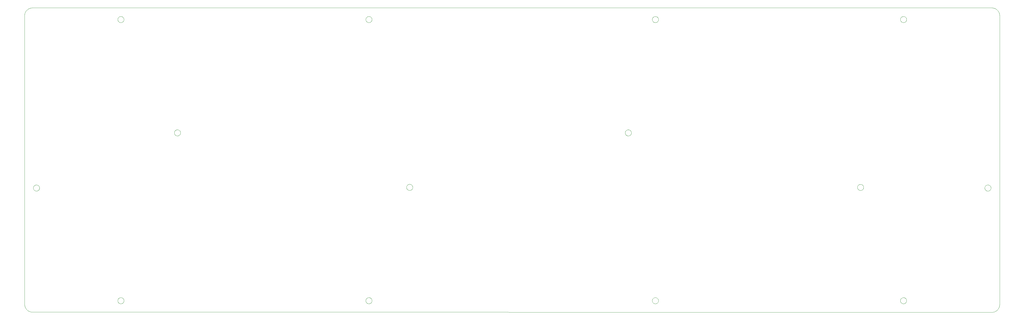
<source format=gbr>
%TF.GenerationSoftware,KiCad,Pcbnew,(6.0.5)*%
%TF.CreationDate,2022-10-15T16:24:26+09:00*%
%TF.ProjectId,sandwitch,73616e64-7769-4746-9368-2e6b69636164,rev?*%
%TF.SameCoordinates,Original*%
%TF.FileFunction,Profile,NP*%
%FSLAX46Y46*%
G04 Gerber Fmt 4.6, Leading zero omitted, Abs format (unit mm)*
G04 Created by KiCad (PCBNEW (6.0.5)) date 2022-10-15 16:24:26*
%MOMM*%
%LPD*%
G01*
G04 APERTURE LIST*
%TA.AperFunction,Profile*%
%ADD10C,0.096662*%
%TD*%
G04 APERTURE END LIST*
D10*
X469701405Y-271551836D02*
X469701374Y-271551867D01*
X469701405Y-271551836D02*
X469701405Y-271551836D01*
X469698025Y-271688194D02*
X469701405Y-271551836D01*
X469687948Y-271823627D02*
X469698025Y-271688194D01*
X469671267Y-271957910D02*
X469687948Y-271823627D01*
X469648075Y-272090816D02*
X469671267Y-271957910D01*
X469618467Y-272222121D02*
X469648075Y-272090816D01*
X469582534Y-272351599D02*
X469618467Y-272222121D01*
X469540370Y-272479023D02*
X469582534Y-272351599D01*
X469492070Y-272604170D02*
X469540370Y-272479023D01*
X469437725Y-272726813D02*
X469492070Y-272604170D01*
X469377430Y-272846727D02*
X469437725Y-272726813D01*
X469311277Y-272963685D02*
X469377430Y-272846727D01*
X469239361Y-273077464D02*
X469311277Y-272963685D01*
X469161774Y-273187837D02*
X469239361Y-273077464D01*
X469078610Y-273294578D02*
X469161774Y-273187837D01*
X468989962Y-273397462D02*
X469078610Y-273294578D01*
X468895924Y-273496264D02*
X468989962Y-273397462D01*
X468895924Y-273496264D02*
X468895924Y-273496264D01*
X468797106Y-273590280D02*
X468895924Y-273496264D01*
X468694206Y-273678906D02*
X468797106Y-273590280D01*
X468587451Y-273762049D02*
X468694206Y-273678906D01*
X468477066Y-273839615D02*
X468587451Y-273762049D01*
X468363277Y-273911512D02*
X468477066Y-273839615D01*
X468246308Y-273977645D02*
X468363277Y-273911512D01*
X468126386Y-274037922D02*
X468246308Y-273977645D01*
X468003735Y-274092249D02*
X468126386Y-274037922D01*
X467878582Y-274140533D02*
X468003735Y-274092249D01*
X467751151Y-274182680D02*
X467878582Y-274140533D01*
X467621669Y-274218598D02*
X467751151Y-274182680D01*
X467490361Y-274248192D02*
X467621669Y-274218598D01*
X467357451Y-274271370D02*
X467490361Y-274248192D01*
X467223167Y-274288038D02*
X467357451Y-274271370D01*
X467087733Y-274298102D02*
X467223167Y-274288038D01*
X466951374Y-274301470D02*
X467087733Y-274298102D01*
X466951374Y-274301470D02*
X466951374Y-274301470D01*
X132567677Y-274254015D02*
X466951374Y-274301470D01*
X132567677Y-274254015D02*
X132567677Y-274254015D01*
X132426148Y-274250415D02*
X132567677Y-274254015D01*
X132286477Y-274239774D02*
X132426148Y-274250415D01*
X132148837Y-274222266D02*
X132286477Y-274239774D01*
X132013401Y-274198064D02*
X132148837Y-274222266D01*
X131880341Y-274167339D02*
X132013401Y-274198064D01*
X131749830Y-274130265D02*
X131880341Y-274167339D01*
X131622041Y-274087015D02*
X131749830Y-274130265D01*
X131497146Y-274037761D02*
X131622041Y-274087015D01*
X131375318Y-273982676D02*
X131497146Y-274037761D01*
X131256731Y-273921933D02*
X131375318Y-273982676D01*
X131141556Y-273855704D02*
X131256731Y-273921933D01*
X131029967Y-273784162D02*
X131141556Y-273855704D01*
X130922136Y-273707480D02*
X131029967Y-273784162D01*
X130818236Y-273625831D02*
X130922136Y-273707480D01*
X130718439Y-273539387D02*
X130818236Y-273625831D01*
X130622919Y-273448321D02*
X130718439Y-273539387D01*
X130531849Y-273352805D02*
X130622919Y-273448321D01*
X130445400Y-273253014D02*
X130531849Y-273352805D01*
X130363746Y-273149118D02*
X130445400Y-273253014D01*
X130287059Y-273041291D02*
X130363746Y-273149118D01*
X130215513Y-272929706D02*
X130287059Y-273041291D01*
X130149279Y-272814536D02*
X130215513Y-272929706D01*
X130088532Y-272695952D02*
X130149279Y-272814536D01*
X130033442Y-272574128D02*
X130088532Y-272695952D01*
X129984184Y-272449237D02*
X130033442Y-272574128D01*
X129940929Y-272321451D02*
X129984184Y-272449237D01*
X129903852Y-272190943D02*
X129940929Y-272321451D01*
X129873123Y-272057886D02*
X129903852Y-272190943D01*
X129848917Y-271922452D02*
X129873123Y-272057886D01*
X129831405Y-271784815D02*
X129848917Y-271922452D01*
X129820762Y-271645146D02*
X129831405Y-271784815D01*
X129817158Y-271503619D02*
X129820762Y-271645146D01*
X129817158Y-271503619D02*
X129817158Y-271503619D01*
X129798596Y-170648531D02*
X129817158Y-271503619D01*
X129798596Y-170648531D02*
X129798596Y-170648531D01*
X129801950Y-170512176D02*
X129798596Y-170648531D01*
X129812002Y-170376745D02*
X129801950Y-170512176D01*
X129828659Y-170242464D02*
X129812002Y-170376745D01*
X129851826Y-170109559D02*
X129828659Y-170242464D01*
X129881412Y-169978254D02*
X129851826Y-170109559D01*
X129917321Y-169848776D02*
X129881412Y-169978254D01*
X129959462Y-169721349D02*
X129917321Y-169848776D01*
X130007740Y-169596199D02*
X129959462Y-169721349D01*
X130062063Y-169473552D02*
X130007740Y-169596199D01*
X130122337Y-169353633D02*
X130062063Y-169473552D01*
X130188468Y-169236667D02*
X130122337Y-169353633D01*
X130260363Y-169122880D02*
X130188468Y-169236667D01*
X130337929Y-169012497D02*
X130260363Y-169122880D01*
X130421072Y-168905744D02*
X130337929Y-169012497D01*
X130509700Y-168802845D02*
X130421072Y-168905744D01*
X130603718Y-168704027D02*
X130509700Y-168802845D01*
X130603718Y-168704027D02*
X130603718Y-168704027D01*
X130702517Y-168609989D02*
X130603718Y-168704027D01*
X130805398Y-168521340D02*
X130702517Y-168609989D01*
X130912135Y-168438176D02*
X130805398Y-168521340D01*
X131022504Y-168360588D02*
X130912135Y-168438176D01*
X131136279Y-168288670D02*
X131022504Y-168360588D01*
X131253233Y-168222517D02*
X131136279Y-168288670D01*
X131373143Y-168162220D02*
X131253233Y-168222517D01*
X131495781Y-168107874D02*
X131373143Y-168162220D01*
X131620924Y-168059572D02*
X131495781Y-168107874D01*
X131748344Y-168017407D02*
X131620924Y-168059572D01*
X131877818Y-167981473D02*
X131748344Y-168017407D01*
X132009118Y-167951863D02*
X131877818Y-167981473D01*
X132142021Y-167928670D02*
X132009118Y-167951863D01*
X132276300Y-167911989D02*
X132142021Y-167928670D01*
X132411730Y-167901911D02*
X132276300Y-167911989D01*
X132548085Y-167898531D02*
X132411730Y-167901911D01*
X132548085Y-167898531D02*
X132548085Y-167898531D01*
X466951344Y-167898531D02*
X132548085Y-167898531D01*
X466951344Y-167898531D02*
X466951344Y-167898531D01*
X467092860Y-167902112D02*
X466951344Y-167898531D01*
X467232518Y-167912734D02*
X467092860Y-167902112D01*
X467370145Y-167930224D02*
X467232518Y-167912734D01*
X467505569Y-167954410D02*
X467370145Y-167930224D01*
X467638617Y-167985119D02*
X467505569Y-167954410D01*
X467769116Y-168022177D02*
X467638617Y-167985119D01*
X467896893Y-168065413D02*
X467769116Y-168022177D01*
X468021775Y-168114653D02*
X467896893Y-168065413D01*
X468143590Y-168169724D02*
X468021775Y-168114653D01*
X468262165Y-168230455D02*
X468143590Y-168169724D01*
X468377327Y-168296671D02*
X468262165Y-168230455D01*
X468488904Y-168368201D02*
X468377327Y-168296671D01*
X468596722Y-168444872D02*
X468488904Y-168368201D01*
X468700608Y-168526510D02*
X468596722Y-168444872D01*
X468800391Y-168612943D02*
X468700608Y-168526510D01*
X468895897Y-168703999D02*
X468800391Y-168612943D01*
X468986954Y-168799504D02*
X468895897Y-168703999D01*
X469073388Y-168899286D02*
X468986954Y-168799504D01*
X469155027Y-169003171D02*
X469073388Y-168899286D01*
X469231699Y-169110988D02*
X469155027Y-169003171D01*
X469303229Y-169222563D02*
X469231699Y-169110988D01*
X469369447Y-169337724D02*
X469303229Y-169222563D01*
X469430178Y-169456298D02*
X469369447Y-169337724D01*
X469485250Y-169578111D02*
X469430178Y-169456298D01*
X469534491Y-169702992D02*
X469485250Y-169578111D01*
X469577727Y-169830768D02*
X469534491Y-169702992D01*
X469614786Y-169961265D02*
X469577727Y-169830768D01*
X469645495Y-170094311D02*
X469614786Y-169961265D01*
X469669681Y-170229734D02*
X469645495Y-170094311D01*
X469687171Y-170367360D02*
X469669681Y-170229734D01*
X469697793Y-170507017D02*
X469687171Y-170367360D01*
X469701374Y-170648531D02*
X469697793Y-170507017D01*
X469701374Y-170648531D02*
X469701374Y-170648531D01*
X469701374Y-271551867D02*
X469701374Y-170648531D01*
X163307560Y-170896319D02*
X163361302Y-170895373D01*
X163307560Y-170896319D02*
X163307560Y-170896319D01*
X163254322Y-170899935D02*
X163307560Y-170896319D01*
X163254322Y-170899935D02*
X163254322Y-170899935D01*
X163202137Y-170907168D02*
X163254322Y-170899935D01*
X163202137Y-170907168D02*
X163202137Y-170907168D01*
X163150456Y-170915942D02*
X163202137Y-170907168D01*
X163150456Y-170915942D02*
X163150456Y-170915942D01*
X163098256Y-170928347D02*
X163150456Y-170915942D01*
X163098256Y-170928347D02*
X163098256Y-170928347D01*
X163047093Y-170942309D02*
X163098256Y-170928347D01*
X163047093Y-170942309D02*
X163047093Y-170942309D01*
X162997471Y-170958330D02*
X163047093Y-170942309D01*
X162997471Y-170958330D02*
X162997471Y-170958330D01*
X162948384Y-170976931D02*
X162997471Y-170958330D01*
X162948384Y-170976931D02*
X162948384Y-170976931D01*
X162900319Y-170998125D02*
X162948384Y-170976931D01*
X162900319Y-170998125D02*
X162900319Y-170998125D01*
X162853306Y-171021899D02*
X162900319Y-170998125D01*
X162853306Y-171021899D02*
X162853306Y-171021899D01*
X162807316Y-171048250D02*
X162853306Y-171021899D01*
X162807316Y-171048250D02*
X162807316Y-171048250D01*
X162763401Y-171076159D02*
X162807316Y-171048250D01*
X162763401Y-171076159D02*
X162763401Y-171076159D01*
X162719456Y-171107165D02*
X162763401Y-171076159D01*
X162719456Y-171107165D02*
X162719456Y-171107165D01*
X162678120Y-171139208D02*
X162719456Y-171107165D01*
X162678120Y-171139208D02*
X162678120Y-171139208D01*
X162637303Y-171174349D02*
X162678120Y-171139208D01*
X162637303Y-171174349D02*
X162637303Y-171174349D01*
X162598545Y-171211031D02*
X162637303Y-171174349D01*
X162598545Y-171211031D02*
X162598545Y-171211031D01*
X162562367Y-171250307D02*
X162598545Y-171211031D01*
X162562367Y-171250307D02*
X162562367Y-171250307D01*
X162527241Y-171290102D02*
X162562367Y-171250307D01*
X162527241Y-171290102D02*
X162527241Y-171290102D01*
X162494160Y-171331957D02*
X162527241Y-171290102D01*
X162494160Y-171331957D02*
X162494160Y-171331957D01*
X162464192Y-171375368D02*
X162494160Y-171331957D01*
X162464192Y-171375368D02*
X162464192Y-171375368D01*
X162436299Y-171420321D02*
X162464192Y-171375368D01*
X162436299Y-171420321D02*
X162436299Y-171420321D01*
X162410466Y-171465273D02*
X162436299Y-171420321D01*
X162410466Y-171465273D02*
X162410466Y-171465273D01*
X162386174Y-171513338D02*
X162410466Y-171465273D01*
X162386174Y-171513338D02*
X162386174Y-171513338D01*
X162365513Y-171560870D02*
X162386174Y-171513338D01*
X162365513Y-171560870D02*
X162365513Y-171560870D01*
X162346394Y-171609972D02*
X162365513Y-171560870D01*
X162346394Y-171609972D02*
X162346394Y-171609972D01*
X162329335Y-171660113D02*
X162346394Y-171609972D01*
X162329335Y-171660113D02*
X162329335Y-171660113D01*
X162315373Y-171710238D02*
X162329335Y-171660113D01*
X162315373Y-171710238D02*
X162315373Y-171710238D01*
X162304539Y-171761919D02*
X162315373Y-171710238D01*
X162304539Y-171761919D02*
X162304539Y-171761919D01*
X162294194Y-171814104D02*
X162304539Y-171761919D01*
X162294194Y-171814104D02*
X162294194Y-171814104D01*
X162288517Y-171867327D02*
X162294194Y-171814104D01*
X162288517Y-171867327D02*
X162288517Y-171867327D01*
X162284382Y-171920031D02*
X162288517Y-171867327D01*
X162284382Y-171920031D02*
X162284382Y-171920031D01*
X162283345Y-171973254D02*
X162284382Y-171920031D01*
X162283345Y-171973254D02*
X162283345Y-171973254D01*
X162284382Y-172026995D02*
X162283345Y-171973254D01*
X162284382Y-172026995D02*
X162284382Y-172026995D01*
X162288517Y-172080218D02*
X162284382Y-172026995D01*
X162288517Y-172080218D02*
X162288517Y-172080218D01*
X162294194Y-172131899D02*
X162288517Y-172080218D01*
X162294194Y-172131899D02*
X162294194Y-172131899D01*
X162304539Y-172185122D02*
X162294194Y-172131899D01*
X162304539Y-172185122D02*
X162304539Y-172185122D01*
X162315373Y-172236285D02*
X162304539Y-172185122D01*
X162315373Y-172236285D02*
X162315373Y-172236285D01*
X162329335Y-172286944D02*
X162315373Y-172236285D01*
X162329335Y-172286944D02*
X162329335Y-172286944D01*
X162346394Y-172337054D02*
X162329335Y-172286944D01*
X162346394Y-172337054D02*
X162346394Y-172337054D01*
X162365513Y-172386156D02*
X162346394Y-172337054D01*
X162365513Y-172386156D02*
X162365513Y-172386156D01*
X162386174Y-172434222D02*
X162365513Y-172386156D01*
X162386174Y-172434222D02*
X162386174Y-172434222D01*
X162410466Y-172481249D02*
X162386174Y-172434222D01*
X162410466Y-172481249D02*
X162410466Y-172481249D01*
X162436299Y-172527224D02*
X162410466Y-172481249D01*
X162436299Y-172527224D02*
X162436299Y-172527224D01*
X162464192Y-172571169D02*
X162436299Y-172527224D01*
X162464192Y-172571169D02*
X162464192Y-172571169D01*
X162494160Y-172615084D02*
X162464192Y-172571169D01*
X162494160Y-172615084D02*
X162494160Y-172615084D01*
X162527241Y-172656939D02*
X162494160Y-172615084D01*
X162527241Y-172656939D02*
X162527241Y-172656939D01*
X162562367Y-172697237D02*
X162527241Y-172656939D01*
X162562367Y-172697237D02*
X162562367Y-172697237D01*
X162598545Y-172736010D02*
X162562367Y-172697237D01*
X162598545Y-172736010D02*
X162598545Y-172736010D01*
X162637303Y-172773211D02*
X162598545Y-172736010D01*
X162637303Y-172773211D02*
X162637303Y-172773211D01*
X162678120Y-172807329D02*
X162637303Y-172773211D01*
X162678120Y-172807329D02*
X162678120Y-172807329D01*
X162719456Y-172839876D02*
X162678120Y-172807329D01*
X162719456Y-172839876D02*
X162719456Y-172839876D01*
X162763401Y-172870364D02*
X162719456Y-172839876D01*
X162763401Y-172870364D02*
X162763401Y-172870364D01*
X162807316Y-172898272D02*
X162763401Y-172870364D01*
X162807316Y-172898272D02*
X162807316Y-172898272D01*
X162853306Y-172924105D02*
X162807316Y-172898272D01*
X162853306Y-172924105D02*
X162853306Y-172924105D01*
X162900319Y-172947878D02*
X162853306Y-172924105D01*
X162900319Y-172947878D02*
X162900319Y-172947878D01*
X162948384Y-172969073D02*
X162900319Y-172947878D01*
X162948384Y-172969073D02*
X162948384Y-172969073D01*
X162997471Y-172988192D02*
X162948384Y-172969073D01*
X162997471Y-172988192D02*
X162997471Y-172988192D01*
X163047093Y-173005236D02*
X162997471Y-172988192D01*
X163047093Y-173005236D02*
X163047093Y-173005236D01*
X163098240Y-173019198D02*
X163047093Y-173005236D01*
X163098240Y-173019198D02*
X163098240Y-173019198D01*
X163150441Y-173031084D02*
X163098240Y-173019198D01*
X163150441Y-173031084D02*
X163150441Y-173031084D01*
X163202122Y-173039873D02*
X163150441Y-173031084D01*
X163202122Y-173039873D02*
X163202122Y-173039873D01*
X163254307Y-173046068D02*
X163202122Y-173039873D01*
X163254307Y-173046068D02*
X163254307Y-173046068D01*
X163307545Y-173050219D02*
X163254307Y-173046068D01*
X163307545Y-173050219D02*
X163307545Y-173050219D01*
X163361287Y-173051241D02*
X163307545Y-173050219D01*
X163361287Y-173051241D02*
X163361287Y-173051241D01*
X163416066Y-173050219D02*
X163361287Y-173051241D01*
X163416066Y-173050219D02*
X163416066Y-173050219D01*
X163471363Y-173046068D02*
X163416066Y-173050219D01*
X163471363Y-173046068D02*
X163471363Y-173046068D01*
X163525105Y-173039370D02*
X163471363Y-173046068D01*
X163525105Y-173039370D02*
X163525105Y-173039370D01*
X163578328Y-173030062D02*
X163525105Y-173039370D01*
X163578328Y-173030062D02*
X163578328Y-173030062D01*
X163630528Y-173017153D02*
X163578328Y-173030062D01*
X163630528Y-173017153D02*
X163630528Y-173017153D01*
X163681172Y-173003176D02*
X163630528Y-173017153D01*
X163681172Y-173003176D02*
X163681172Y-173003176D01*
X163732335Y-172986117D02*
X163681172Y-173003176D01*
X163732335Y-172986117D02*
X163732335Y-172986117D01*
X163781422Y-172966997D02*
X163732335Y-172986117D01*
X163781422Y-172966997D02*
X163781422Y-172966997D01*
X163828450Y-172945299D02*
X163781422Y-172966997D01*
X163828450Y-172945299D02*
X163828450Y-172945299D01*
X163875477Y-172921023D02*
X163828450Y-172945299D01*
X163875477Y-172921023D02*
X163875477Y-172921023D01*
X163920430Y-172895174D02*
X163875477Y-172921023D01*
X163920430Y-172895174D02*
X163920430Y-172895174D01*
X163964375Y-172867281D02*
X163920430Y-172895174D01*
X163964375Y-172867281D02*
X163964375Y-172867281D01*
X164006230Y-172837313D02*
X163964375Y-172867281D01*
X164006230Y-172837313D02*
X164006230Y-172837313D01*
X164047566Y-172805270D02*
X164006230Y-172837313D01*
X164047566Y-172805270D02*
X164047566Y-172805270D01*
X164086323Y-172771181D02*
X164047566Y-172805270D01*
X164086323Y-172771181D02*
X164086323Y-172771181D01*
X164123539Y-172736040D02*
X164086323Y-172771181D01*
X164123539Y-172736040D02*
X164123539Y-172736040D01*
X164159199Y-172698321D02*
X164123539Y-172736040D01*
X164159199Y-172698321D02*
X164159199Y-172698321D01*
X164193303Y-172659045D02*
X164159199Y-172698321D01*
X164193303Y-172659045D02*
X164193303Y-172659045D01*
X164225331Y-172618212D02*
X164193303Y-172659045D01*
X164225331Y-172618212D02*
X164225331Y-172618212D01*
X164255299Y-172576357D02*
X164225331Y-172618212D01*
X164255299Y-172576357D02*
X164255299Y-172576357D01*
X164283207Y-172531908D02*
X164255299Y-172576357D01*
X164283207Y-172531908D02*
X164283207Y-172531908D01*
X164309559Y-172486971D02*
X164283207Y-172531908D01*
X164309559Y-172486971D02*
X164309559Y-172486971D01*
X164333332Y-172440966D02*
X164309559Y-172486971D01*
X164333332Y-172440966D02*
X164333332Y-172440966D01*
X164354512Y-172392901D02*
X164333332Y-172440966D01*
X164354512Y-172392901D02*
X164354512Y-172392901D01*
X164374165Y-172344332D02*
X164354512Y-172392901D01*
X164374165Y-172344332D02*
X164374165Y-172344332D01*
X164391224Y-172294207D02*
X164374165Y-172344332D01*
X164391224Y-172294207D02*
X164391224Y-172294207D01*
X164405171Y-172243029D02*
X164391224Y-172294207D01*
X164405171Y-172243029D02*
X164405171Y-172243029D01*
X164417576Y-172191378D02*
X164405171Y-172243029D01*
X164417576Y-172191378D02*
X164417576Y-172191378D01*
X164427403Y-172137118D02*
X164417576Y-172191378D01*
X164427403Y-172137118D02*
X164427403Y-172137118D01*
X164434101Y-172083376D02*
X164427403Y-172137118D01*
X164434101Y-172083376D02*
X164434101Y-172083376D01*
X164438237Y-172029116D02*
X164434101Y-172083376D01*
X164438237Y-172029116D02*
X164438237Y-172029116D01*
X164439274Y-171973299D02*
X164438237Y-172029116D01*
X164439274Y-171973299D02*
X164439274Y-171973299D01*
X164438237Y-171920077D02*
X164439274Y-171973299D01*
X164438237Y-171920077D02*
X164438237Y-171920077D01*
X164434101Y-171867373D02*
X164438237Y-171920077D01*
X164434101Y-171867373D02*
X164434101Y-171867373D01*
X164427403Y-171814150D02*
X164434101Y-171867373D01*
X164427403Y-171814150D02*
X164427403Y-171814150D01*
X164418095Y-171761965D02*
X164427403Y-171814150D01*
X164418095Y-171761965D02*
X164418095Y-171761965D01*
X164407231Y-171710284D02*
X164418095Y-171761965D01*
X164407231Y-171710284D02*
X164407231Y-171710284D01*
X164392262Y-171660158D02*
X164407231Y-171710284D01*
X164392262Y-171660158D02*
X164392262Y-171660158D01*
X164376240Y-171610033D02*
X164392262Y-171660158D01*
X164376240Y-171610033D02*
X164376240Y-171610033D01*
X164357121Y-171560915D02*
X164376240Y-171610033D01*
X164357121Y-171560915D02*
X164357121Y-171560915D01*
X164336445Y-171513384D02*
X164357121Y-171560915D01*
X164336445Y-171513384D02*
X164336445Y-171513384D01*
X164312169Y-171465319D02*
X164336445Y-171513384D01*
X164312169Y-171465319D02*
X164312169Y-171465319D01*
X164286320Y-171420367D02*
X164312169Y-171465319D01*
X164286320Y-171420367D02*
X164286320Y-171420367D01*
X164258427Y-171375414D02*
X164286320Y-171420367D01*
X164258427Y-171375414D02*
X164258427Y-171375414D01*
X164228444Y-171332003D02*
X164258427Y-171375414D01*
X164228444Y-171332003D02*
X164228444Y-171332003D01*
X164195362Y-171290148D02*
X164228444Y-171332003D01*
X164195362Y-171290148D02*
X164195362Y-171290148D01*
X164160221Y-171250368D02*
X164195362Y-171290148D01*
X164160221Y-171250368D02*
X164160221Y-171250368D01*
X164123539Y-171211077D02*
X164160221Y-171250368D01*
X164123539Y-171211077D02*
X164123539Y-171211077D01*
X164085301Y-171174395D02*
X164123539Y-171211077D01*
X164085301Y-171174395D02*
X164085301Y-171174395D01*
X164044468Y-171139254D02*
X164085301Y-171174395D01*
X164044468Y-171139254D02*
X164044468Y-171139254D01*
X164002095Y-171107226D02*
X164044468Y-171139254D01*
X164002095Y-171107226D02*
X164002095Y-171107226D01*
X163959202Y-171076235D02*
X164002095Y-171107226D01*
X163959202Y-171076235D02*
X163959202Y-171076235D01*
X163914250Y-171048327D02*
X163959202Y-171076235D01*
X163914250Y-171048327D02*
X163914250Y-171048327D01*
X163869282Y-171021975D02*
X163914250Y-171048327D01*
X163869282Y-171021975D02*
X163869282Y-171021975D01*
X163822255Y-170998202D02*
X163869282Y-171021975D01*
X163822255Y-170998202D02*
X163822255Y-170998202D01*
X163773152Y-170977022D02*
X163822255Y-170998202D01*
X163773152Y-170977022D02*
X163773152Y-170977022D01*
X163724064Y-170958407D02*
X163773152Y-170977022D01*
X163724064Y-170958407D02*
X163724064Y-170958407D01*
X163674458Y-170942400D02*
X163724064Y-170958407D01*
X163674458Y-170942400D02*
X163674458Y-170942400D01*
X163624333Y-170928438D02*
X163674458Y-170942400D01*
X163624333Y-170928438D02*
X163624333Y-170928438D01*
X163572132Y-170916048D02*
X163624333Y-170928438D01*
X163572132Y-170916048D02*
X163572132Y-170916048D01*
X163520466Y-170907259D02*
X163572132Y-170916048D01*
X163520466Y-170907259D02*
X163520466Y-170907259D01*
X163467244Y-170900011D02*
X163520466Y-170907259D01*
X163467244Y-170900011D02*
X163467244Y-170900011D01*
X163414540Y-170896395D02*
X163467244Y-170900011D01*
X163414540Y-170896395D02*
X163414540Y-170896395D01*
X163361302Y-170895373D02*
X163414540Y-170896395D01*
X249770558Y-170896364D02*
X249825261Y-170895373D01*
X249770558Y-170896364D02*
X249770558Y-170896364D01*
X249715260Y-170901018D02*
X249770558Y-170896364D01*
X249715260Y-170901018D02*
X249715260Y-170901018D01*
X249661518Y-170907229D02*
X249715260Y-170901018D01*
X249661518Y-170907229D02*
X249661518Y-170907229D01*
X249608281Y-170917055D02*
X249661518Y-170907229D01*
X249608281Y-170917055D02*
X249608281Y-170917055D01*
X249556614Y-170928942D02*
X249608281Y-170917055D01*
X249556614Y-170928942D02*
X249556614Y-170928942D01*
X249505452Y-170943407D02*
X249556614Y-170928942D01*
X249505452Y-170943407D02*
X249505452Y-170943407D01*
X249454289Y-170959948D02*
X249505452Y-170943407D01*
X249454289Y-170959948D02*
X249454289Y-170959948D01*
X249406224Y-170980089D02*
X249454289Y-170959948D01*
X249406224Y-170980089D02*
X249406224Y-170980089D01*
X249358158Y-171001269D02*
X249406224Y-170980089D01*
X249358158Y-171001269D02*
X249358158Y-171001269D01*
X249311131Y-171025057D02*
X249358158Y-171001269D01*
X249311131Y-171025057D02*
X249311131Y-171025057D01*
X249266194Y-171051409D02*
X249311131Y-171025057D01*
X249266194Y-171051409D02*
X249266194Y-171051409D01*
X249222248Y-171079302D02*
X249266194Y-171051409D01*
X249222248Y-171079302D02*
X249222248Y-171079302D01*
X249180394Y-171109270D02*
X249222248Y-171079302D01*
X249180394Y-171109270D02*
X249180394Y-171109270D01*
X249139576Y-171141314D02*
X249180394Y-171109270D01*
X249139576Y-171141314D02*
X249139576Y-171141314D01*
X249100300Y-171174883D02*
X249139576Y-171141314D01*
X249100300Y-171174883D02*
X249100300Y-171174883D01*
X249063603Y-171211062D02*
X249100300Y-171174883D01*
X249063603Y-171211062D02*
X249063603Y-171211062D01*
X249027440Y-171248278D02*
X249063603Y-171211062D01*
X249027440Y-171248278D02*
X249027440Y-171248278D01*
X248993321Y-171287051D02*
X249027440Y-171248278D01*
X248993321Y-171287051D02*
X248993321Y-171287051D01*
X248961293Y-171328402D02*
X248993321Y-171287051D01*
X248961293Y-171328402D02*
X248961293Y-171328402D01*
X248931324Y-171370257D02*
X248961293Y-171328402D01*
X248931324Y-171370257D02*
X248931324Y-171370257D01*
X248903416Y-171414172D02*
X248931324Y-171370257D01*
X248903416Y-171414172D02*
X248903416Y-171414172D01*
X248877583Y-171459124D02*
X248903416Y-171414172D01*
X248877583Y-171459124D02*
X248877583Y-171459124D01*
X248853291Y-171506151D02*
X248877583Y-171459124D01*
X248853291Y-171506151D02*
X248853291Y-171506151D01*
X248832615Y-171554217D02*
X248853291Y-171506151D01*
X248832615Y-171554217D02*
X248832615Y-171554217D01*
X248812474Y-171603304D02*
X248832615Y-171554217D01*
X248812474Y-171603304D02*
X248812474Y-171603304D01*
X248795414Y-171652926D02*
X248812474Y-171603304D01*
X248795414Y-171652926D02*
X248795414Y-171652926D01*
X248781468Y-171704073D02*
X248795414Y-171652926D01*
X248781468Y-171704073D02*
X248781468Y-171704073D01*
X248769581Y-171756274D02*
X248781468Y-171704073D01*
X248769581Y-171756274D02*
X248769581Y-171756274D01*
X248759236Y-171808977D02*
X248769581Y-171756274D01*
X248759236Y-171808977D02*
X248759236Y-171808977D01*
X248753544Y-171863222D02*
X248759236Y-171808977D01*
X248753544Y-171863222D02*
X248753544Y-171863222D01*
X248748387Y-171918017D02*
X248753544Y-171863222D01*
X248748387Y-171918017D02*
X248748387Y-171918017D01*
X248747349Y-171973299D02*
X248748387Y-171918017D01*
X248747349Y-171973299D02*
X248747349Y-171973299D01*
X248748387Y-172029116D02*
X248747349Y-171973299D01*
X248748387Y-172029116D02*
X248748387Y-172029116D01*
X248753544Y-172083376D02*
X248748387Y-172029116D01*
X248753544Y-172083376D02*
X248753544Y-172083376D01*
X248759236Y-172137118D02*
X248753544Y-172083376D01*
X248759236Y-172137118D02*
X248759236Y-172137118D01*
X248769581Y-172191378D02*
X248759236Y-172137118D01*
X248769581Y-172191378D02*
X248769581Y-172191378D01*
X248781468Y-172243029D02*
X248769581Y-172191378D01*
X248781468Y-172243029D02*
X248781468Y-172243029D01*
X248795414Y-172294207D02*
X248781468Y-172243029D01*
X248795414Y-172294207D02*
X248795414Y-172294207D01*
X248812474Y-172344332D02*
X248795414Y-172294207D01*
X248812474Y-172344332D02*
X248812474Y-172344332D01*
X248832615Y-172392901D02*
X248812474Y-172344332D01*
X248832615Y-172392901D02*
X248832615Y-172392901D01*
X248853291Y-172440966D02*
X248832615Y-172392901D01*
X248853291Y-172440966D02*
X248853291Y-172440966D01*
X248877583Y-172486971D02*
X248853291Y-172440966D01*
X248877583Y-172486971D02*
X248877583Y-172486971D01*
X248903416Y-172531908D02*
X248877583Y-172486971D01*
X248903416Y-172531908D02*
X248903416Y-172531908D01*
X248931324Y-172576357D02*
X248903416Y-172531908D01*
X248931324Y-172576357D02*
X248931324Y-172576357D01*
X248961293Y-172618212D02*
X248931324Y-172576357D01*
X248961293Y-172618212D02*
X248961293Y-172618212D01*
X248993321Y-172659045D02*
X248961293Y-172618212D01*
X248993321Y-172659045D02*
X248993321Y-172659045D01*
X249027440Y-172698321D02*
X248993321Y-172659045D01*
X249027440Y-172698321D02*
X249027440Y-172698321D01*
X249063603Y-172736040D02*
X249027440Y-172698321D01*
X249063603Y-172736040D02*
X249063603Y-172736040D01*
X249100300Y-172771181D02*
X249063603Y-172736040D01*
X249100300Y-172771181D02*
X249100300Y-172771181D01*
X249139576Y-172805270D02*
X249100300Y-172771181D01*
X249139576Y-172805270D02*
X249139576Y-172805270D01*
X249180394Y-172837313D02*
X249139576Y-172805270D01*
X249180394Y-172837313D02*
X249180394Y-172837313D01*
X249222248Y-172867281D02*
X249180394Y-172837313D01*
X249222248Y-172867281D02*
X249222248Y-172867281D01*
X249266194Y-172895174D02*
X249222248Y-172867281D01*
X249266194Y-172895174D02*
X249266194Y-172895174D01*
X249311131Y-172921023D02*
X249266194Y-172895174D01*
X249311131Y-172921023D02*
X249311131Y-172921023D01*
X249358158Y-172945299D02*
X249311131Y-172921023D01*
X249358158Y-172945299D02*
X249358158Y-172945299D01*
X249406224Y-172966997D02*
X249358158Y-172945299D01*
X249406224Y-172966997D02*
X249406224Y-172966997D01*
X249454289Y-172986117D02*
X249406224Y-172966997D01*
X249454289Y-172986117D02*
X249454289Y-172986117D01*
X249505452Y-173003176D02*
X249454289Y-172986117D01*
X249505452Y-173003176D02*
X249505452Y-173003176D01*
X249556599Y-173018175D02*
X249505452Y-173003176D01*
X249556599Y-173018175D02*
X249556599Y-173018175D01*
X249608265Y-173030062D02*
X249556599Y-173018175D01*
X249608265Y-173030062D02*
X249608265Y-173030062D01*
X249661503Y-173039370D02*
X249608265Y-173030062D01*
X249661503Y-173039370D02*
X249661503Y-173039370D01*
X249715245Y-173046068D02*
X249661503Y-173039370D01*
X249715245Y-173046068D02*
X249715245Y-173046068D01*
X249770543Y-173050219D02*
X249715245Y-173046068D01*
X249770543Y-173050219D02*
X249770543Y-173050219D01*
X249825306Y-173051241D02*
X249770543Y-173050219D01*
X249825306Y-173051241D02*
X249825306Y-173051241D01*
X249879567Y-173050219D02*
X249825306Y-173051241D01*
X249879567Y-173050219D02*
X249879567Y-173050219D01*
X249932270Y-173046068D02*
X249879567Y-173050219D01*
X249932270Y-173046068D02*
X249932270Y-173046068D01*
X249984455Y-173039889D02*
X249932270Y-173046068D01*
X249984455Y-173039889D02*
X249984455Y-173039889D01*
X250037159Y-173031100D02*
X249984455Y-173039889D01*
X250037159Y-173031100D02*
X250037159Y-173031100D01*
X250088337Y-173019213D02*
X250037159Y-173031100D01*
X250088337Y-173019213D02*
X250088337Y-173019213D01*
X250139485Y-173005251D02*
X250088337Y-173019213D01*
X250139485Y-173005251D02*
X250139485Y-173005251D01*
X250189091Y-172988207D02*
X250139485Y-173005251D01*
X250189091Y-172988207D02*
X250189091Y-172988207D01*
X250238179Y-172969088D02*
X250189091Y-172988207D01*
X250238179Y-172969088D02*
X250238179Y-172969088D01*
X250286244Y-172947893D02*
X250238179Y-172969088D01*
X250286244Y-172947893D02*
X250286244Y-172947893D01*
X250333271Y-172924120D02*
X250286244Y-172947893D01*
X250333271Y-172924120D02*
X250333271Y-172924120D01*
X250379277Y-172898287D02*
X250333271Y-172924120D01*
X250379277Y-172898287D02*
X250379277Y-172898287D01*
X250423191Y-172870379D02*
X250379277Y-172898287D01*
X250423191Y-172870379D02*
X250423191Y-172870379D01*
X250467137Y-172839892D02*
X250423191Y-172870379D01*
X250467137Y-172839892D02*
X250467137Y-172839892D01*
X250509495Y-172807345D02*
X250467137Y-172839892D01*
X250509495Y-172807345D02*
X250509495Y-172807345D01*
X250549290Y-172773226D02*
X250509495Y-172807345D01*
X250549290Y-172773226D02*
X250549290Y-172773226D01*
X250588551Y-172736025D02*
X250549290Y-172773226D01*
X250588551Y-172736025D02*
X250588551Y-172736025D01*
X250625264Y-172697268D02*
X250588551Y-172736025D01*
X250625264Y-172697268D02*
X250625264Y-172697268D01*
X250659352Y-172656969D02*
X250625264Y-172697268D01*
X250659352Y-172656969D02*
X250659352Y-172656969D01*
X250692433Y-172615114D02*
X250659352Y-172656969D01*
X250692433Y-172615114D02*
X250692433Y-172615114D01*
X250722416Y-172571200D02*
X250692433Y-172615114D01*
X250722416Y-172571200D02*
X250722416Y-172571200D01*
X250750309Y-172527254D02*
X250722416Y-172571200D01*
X250750309Y-172527254D02*
X250750309Y-172527254D01*
X250776158Y-172481280D02*
X250750309Y-172527254D01*
X250776158Y-172481280D02*
X250776158Y-172481280D01*
X250800450Y-172434252D02*
X250776158Y-172481280D01*
X250800450Y-172434252D02*
X250800450Y-172434252D01*
X250821110Y-172386187D02*
X250800450Y-172434252D01*
X250821110Y-172386187D02*
X250821110Y-172386187D01*
X250840229Y-172337084D02*
X250821110Y-172386187D01*
X250840229Y-172337084D02*
X250840229Y-172337084D01*
X250857289Y-172286974D02*
X250840229Y-172337084D01*
X250857289Y-172286974D02*
X250857289Y-172286974D01*
X250871235Y-172236315D02*
X250857289Y-172286974D01*
X250871235Y-172236315D02*
X250871235Y-172236315D01*
X250883107Y-172185168D02*
X250871235Y-172236315D01*
X250883107Y-172185168D02*
X250883107Y-172185168D01*
X250892414Y-172131945D02*
X250883107Y-172185168D01*
X250892414Y-172131945D02*
X250892414Y-172131945D01*
X250898106Y-172080263D02*
X250892414Y-172131945D01*
X250898106Y-172080263D02*
X250898106Y-172080263D01*
X250902241Y-172027056D02*
X250898106Y-172080263D01*
X250902241Y-172027056D02*
X250902241Y-172027056D01*
X250903263Y-171973299D02*
X250902241Y-172027056D01*
X250903263Y-171973299D02*
X250903263Y-171973299D01*
X250902241Y-171920077D02*
X250903263Y-171973299D01*
X250902241Y-171920077D02*
X250902241Y-171920077D01*
X250898106Y-171867373D02*
X250902241Y-171920077D01*
X250898106Y-171867373D02*
X250898106Y-171867373D01*
X250892414Y-171814150D02*
X250898106Y-171867373D01*
X250892414Y-171814150D02*
X250892414Y-171814150D01*
X250883107Y-171761965D02*
X250892414Y-171814150D01*
X250883107Y-171761965D02*
X250883107Y-171761965D01*
X250871235Y-171710284D02*
X250883107Y-171761965D01*
X250871235Y-171710284D02*
X250871235Y-171710284D01*
X250857273Y-171660158D02*
X250871235Y-171710284D01*
X250857273Y-171660158D02*
X250857273Y-171660158D01*
X250840214Y-171610033D02*
X250857273Y-171660158D01*
X250840214Y-171610033D02*
X250840214Y-171610033D01*
X250821095Y-171560915D02*
X250840214Y-171610033D01*
X250821095Y-171560915D02*
X250821095Y-171560915D01*
X250800419Y-171513384D02*
X250821095Y-171560915D01*
X250800419Y-171513384D02*
X250800419Y-171513384D01*
X250776143Y-171466357D02*
X250800419Y-171513384D01*
X250776143Y-171466357D02*
X250776143Y-171466357D01*
X250750294Y-171420367D02*
X250776143Y-171466357D01*
X250750294Y-171420367D02*
X250750294Y-171420367D01*
X250722401Y-171375414D02*
X250750294Y-171420367D01*
X250722401Y-171375414D02*
X250722401Y-171375414D01*
X250692418Y-171332003D02*
X250722401Y-171375414D01*
X250692418Y-171332003D02*
X250692418Y-171332003D01*
X250659336Y-171290148D02*
X250692418Y-171332003D01*
X250659336Y-171290148D02*
X250659336Y-171290148D01*
X250625248Y-171250368D02*
X250659336Y-171290148D01*
X250625248Y-171250368D02*
X250625248Y-171250368D01*
X250588536Y-171211077D02*
X250625248Y-171250368D01*
X250588536Y-171211077D02*
X250588536Y-171211077D01*
X250549275Y-171174395D02*
X250588536Y-171211077D01*
X250549275Y-171174395D02*
X250549275Y-171174395D01*
X250509480Y-171139254D02*
X250549275Y-171174395D01*
X250509480Y-171139254D02*
X250509480Y-171139254D01*
X250467122Y-171107226D02*
X250509480Y-171139254D01*
X250467122Y-171107226D02*
X250467122Y-171107226D01*
X250423176Y-171076235D02*
X250467122Y-171107226D01*
X250423176Y-171076235D02*
X250423176Y-171076235D01*
X250379261Y-171048327D02*
X250423176Y-171076235D01*
X250379261Y-171048327D02*
X250379261Y-171048327D01*
X250333256Y-171021975D02*
X250379261Y-171048327D01*
X250333256Y-171021975D02*
X250333256Y-171021975D01*
X250286229Y-170998202D02*
X250333256Y-171021975D01*
X250286229Y-170998202D02*
X250286229Y-170998202D01*
X250238163Y-170977022D02*
X250286229Y-170998202D01*
X250238163Y-170977022D02*
X250238163Y-170977022D01*
X250189076Y-170958407D02*
X250238163Y-170977022D01*
X250189076Y-170958407D02*
X250189076Y-170958407D01*
X250139470Y-170942400D02*
X250189076Y-170958407D01*
X250139470Y-170942400D02*
X250139470Y-170942400D01*
X250088292Y-170928438D02*
X250139470Y-170942400D01*
X250088292Y-170928438D02*
X250088292Y-170928438D01*
X250037129Y-170916048D02*
X250088292Y-170928438D01*
X250037129Y-170916048D02*
X250037129Y-170916048D01*
X249984425Y-170907259D02*
X250037129Y-170916048D01*
X249984425Y-170907259D02*
X249984425Y-170907259D01*
X249932225Y-170900011D02*
X249984425Y-170907259D01*
X249932225Y-170900011D02*
X249932225Y-170900011D01*
X249879521Y-170896395D02*
X249932225Y-170900011D01*
X249879521Y-170896395D02*
X249879521Y-170896395D01*
X249825261Y-170895373D02*
X249879521Y-170896395D01*
X349630513Y-170896319D02*
X349684254Y-170895373D01*
X349630513Y-170896319D02*
X349630513Y-170896319D01*
X349577320Y-170899935D02*
X349630513Y-170896319D01*
X349577320Y-170899935D02*
X349577320Y-170899935D01*
X349524098Y-170907168D02*
X349577320Y-170899935D01*
X349524098Y-170907168D02*
X349524098Y-170907168D01*
X349472401Y-170915942D02*
X349524098Y-170907168D01*
X349472401Y-170915942D02*
X349472401Y-170915942D01*
X349421254Y-170928347D02*
X349472401Y-170915942D01*
X349421254Y-170928347D02*
X349421254Y-170928347D01*
X349370076Y-170942309D02*
X349421254Y-170928347D01*
X349370076Y-170942309D02*
X349370076Y-170942309D01*
X349320485Y-170958330D02*
X349370076Y-170942309D01*
X349320485Y-170958330D02*
X349320485Y-170958330D01*
X349271382Y-170976931D02*
X349320485Y-170958330D01*
X349271382Y-170976931D02*
X349271382Y-170976931D01*
X349223317Y-170998125D02*
X349271382Y-170976931D01*
X349223317Y-170998125D02*
X349223317Y-170998125D01*
X349176289Y-171021899D02*
X349223317Y-170998125D01*
X349176289Y-171021899D02*
X349176289Y-171021899D01*
X349130299Y-171048250D02*
X349176289Y-171021899D01*
X349130299Y-171048250D02*
X349130299Y-171048250D01*
X349085347Y-171076159D02*
X349130299Y-171048250D01*
X349085347Y-171076159D02*
X349085347Y-171076159D01*
X349042469Y-171107165D02*
X349085347Y-171076159D01*
X349042469Y-171107165D02*
X349042469Y-171107165D01*
X349000080Y-171139208D02*
X349042469Y-171107165D01*
X349000080Y-171139208D02*
X349000080Y-171139208D01*
X348960316Y-171174349D02*
X349000080Y-171139208D01*
X348960316Y-171174349D02*
X348960316Y-171174349D01*
X348921559Y-171211031D02*
X348960316Y-171174349D01*
X348921559Y-171211031D02*
X348921559Y-171211031D01*
X348884358Y-171250307D02*
X348921559Y-171211031D01*
X348884358Y-171250307D02*
X348884358Y-171250307D01*
X348850239Y-171290102D02*
X348884358Y-171250307D01*
X348850239Y-171290102D02*
X348850239Y-171290102D01*
X348817158Y-171331957D02*
X348850239Y-171290102D01*
X348817158Y-171331957D02*
X348817158Y-171331957D01*
X348787159Y-171375368D02*
X348817158Y-171331957D01*
X348787159Y-171375368D02*
X348787159Y-171375368D01*
X348758229Y-171420321D02*
X348787159Y-171375368D01*
X348758229Y-171420321D02*
X348758229Y-171420321D01*
X348732411Y-171466311D02*
X348758229Y-171420321D01*
X348732411Y-171466311D02*
X348732411Y-171466311D01*
X348709156Y-171513338D02*
X348732411Y-171466311D01*
X348709156Y-171513338D02*
X348709156Y-171513338D01*
X348688466Y-171560870D02*
X348709156Y-171513338D01*
X348688466Y-171560870D02*
X348688466Y-171560870D01*
X348669331Y-171609972D02*
X348688466Y-171560870D01*
X348669331Y-171609972D02*
X348669331Y-171609972D01*
X348652272Y-171660113D02*
X348669331Y-171609972D01*
X348652272Y-171660113D02*
X348652272Y-171660113D01*
X348638325Y-171710238D02*
X348652272Y-171660113D01*
X348638325Y-171710238D02*
X348638325Y-171710238D01*
X348626454Y-171761919D02*
X348638325Y-171710238D01*
X348626454Y-171761919D02*
X348626454Y-171761919D01*
X348617146Y-171814104D02*
X348626454Y-171761919D01*
X348617146Y-171814104D02*
X348617146Y-171814104D01*
X348611470Y-171867327D02*
X348617146Y-171814104D01*
X348611470Y-171867327D02*
X348611470Y-171867327D01*
X348607319Y-171920031D02*
X348611470Y-171867327D01*
X348607319Y-171920031D02*
X348607319Y-171920031D01*
X348605244Y-171973254D02*
X348607319Y-171920031D01*
X348605244Y-171973254D02*
X348605244Y-171973254D01*
X348607319Y-172026995D02*
X348605244Y-171973254D01*
X348607319Y-172026995D02*
X348607319Y-172026995D01*
X348611470Y-172080218D02*
X348607319Y-172026995D01*
X348611470Y-172080218D02*
X348611470Y-172080218D01*
X348617146Y-172131899D02*
X348611470Y-172080218D01*
X348617146Y-172131899D02*
X348617146Y-172131899D01*
X348626454Y-172185122D02*
X348617146Y-172131899D01*
X348626454Y-172185122D02*
X348626454Y-172185122D01*
X348638325Y-172236285D02*
X348626454Y-172185122D01*
X348638325Y-172236285D02*
X348638325Y-172236285D01*
X348652272Y-172286944D02*
X348638325Y-172236285D01*
X348652272Y-172286944D02*
X348652272Y-172286944D01*
X348669331Y-172337054D02*
X348652272Y-172286944D01*
X348669331Y-172337054D02*
X348669331Y-172337054D01*
X348688435Y-172386156D02*
X348669331Y-172337054D01*
X348688435Y-172386156D02*
X348688435Y-172386156D01*
X348709126Y-172434222D02*
X348688435Y-172386156D01*
X348709126Y-172434222D02*
X348709126Y-172434222D01*
X348732380Y-172481249D02*
X348709126Y-172434222D01*
X348732380Y-172481249D02*
X348732380Y-172481249D01*
X348758229Y-172527224D02*
X348732380Y-172481249D01*
X348758229Y-172527224D02*
X348758229Y-172527224D01*
X348787159Y-172571169D02*
X348758229Y-172527224D01*
X348787159Y-172571169D02*
X348787159Y-172571169D01*
X348817158Y-172615084D02*
X348787159Y-172571169D01*
X348817158Y-172615084D02*
X348817158Y-172615084D01*
X348850239Y-172656939D02*
X348817158Y-172615084D01*
X348850239Y-172656939D02*
X348850239Y-172656939D01*
X348884358Y-172697237D02*
X348850239Y-172656939D01*
X348884358Y-172697237D02*
X348884358Y-172697237D01*
X348921559Y-172736010D02*
X348884358Y-172697237D01*
X348921559Y-172736010D02*
X348921559Y-172736010D01*
X348960316Y-172773211D02*
X348921559Y-172736010D01*
X348960316Y-172773211D02*
X348960316Y-172773211D01*
X349000080Y-172807329D02*
X348960316Y-172773211D01*
X349000080Y-172807329D02*
X349000080Y-172807329D01*
X349042469Y-172839876D02*
X349000080Y-172807329D01*
X349042469Y-172839876D02*
X349042469Y-172839876D01*
X349085347Y-172870364D02*
X349042469Y-172839876D01*
X349085347Y-172870364D02*
X349085347Y-172870364D01*
X349130299Y-172898272D02*
X349085347Y-172870364D01*
X349130299Y-172898272D02*
X349130299Y-172898272D01*
X349176289Y-172924105D02*
X349130299Y-172898272D01*
X349176289Y-172924105D02*
X349176289Y-172924105D01*
X349223317Y-172947878D02*
X349176289Y-172924105D01*
X349223317Y-172947878D02*
X349223317Y-172947878D01*
X349271382Y-172969073D02*
X349223317Y-172947878D01*
X349271382Y-172969073D02*
X349271382Y-172969073D01*
X349320485Y-172988192D02*
X349271382Y-172969073D01*
X349320485Y-172988192D02*
X349320485Y-172988192D01*
X349370076Y-173005236D02*
X349320485Y-172988192D01*
X349370076Y-173005236D02*
X349370076Y-173005236D01*
X349421254Y-173019198D02*
X349370076Y-173005236D01*
X349421254Y-173019198D02*
X349421254Y-173019198D01*
X349472401Y-173031084D02*
X349421254Y-173019198D01*
X349472401Y-173031084D02*
X349472401Y-173031084D01*
X349524098Y-173039873D02*
X349472401Y-173031084D01*
X349524098Y-173039873D02*
X349524098Y-173039873D01*
X349577320Y-173046053D02*
X349524098Y-173039873D01*
X349577320Y-173046053D02*
X349577320Y-173046053D01*
X349630513Y-173050204D02*
X349577320Y-173046053D01*
X349630513Y-173050204D02*
X349630513Y-173050204D01*
X349684254Y-173051226D02*
X349630513Y-173050204D01*
X349684254Y-173051226D02*
X349684254Y-173051226D01*
X349739033Y-173050204D02*
X349684254Y-173051226D01*
X349739033Y-173050204D02*
X349739033Y-173050204D01*
X349794331Y-173046053D02*
X349739033Y-173050204D01*
X349794331Y-173046053D02*
X349794331Y-173046053D01*
X349848103Y-173039355D02*
X349794331Y-173046053D01*
X349848103Y-173039355D02*
X349848103Y-173039355D01*
X349901326Y-173030047D02*
X349848103Y-173039355D01*
X349901326Y-173030047D02*
X349901326Y-173030047D01*
X349953511Y-173018175D02*
X349901326Y-173030047D01*
X349953511Y-173018175D02*
X349953511Y-173018175D01*
X350004139Y-173003176D02*
X349953511Y-173018175D01*
X350004139Y-173003176D02*
X350004139Y-173003176D01*
X350054280Y-172986117D02*
X350004139Y-173003176D01*
X350054280Y-172986117D02*
X350054280Y-172986117D01*
X350103352Y-172966997D02*
X350054280Y-172986117D01*
X350103352Y-172966997D02*
X350103352Y-172966997D01*
X350151417Y-172945299D02*
X350103352Y-172966997D01*
X350151417Y-172945299D02*
X350151417Y-172945299D01*
X350198445Y-172921023D02*
X350151417Y-172945299D01*
X350198445Y-172921023D02*
X350198445Y-172921023D01*
X350243397Y-172895174D02*
X350198445Y-172921023D01*
X350243397Y-172895174D02*
X350243397Y-172895174D01*
X350287312Y-172867281D02*
X350243397Y-172895174D01*
X350287312Y-172867281D02*
X350287312Y-172867281D01*
X350329182Y-172837313D02*
X350287312Y-172867281D01*
X350329182Y-172837313D02*
X350329182Y-172837313D01*
X350370533Y-172805270D02*
X350329182Y-172837313D01*
X350370533Y-172805270D02*
X350370533Y-172805270D01*
X350409291Y-172771181D02*
X350370533Y-172805270D01*
X350409291Y-172771181D02*
X350409291Y-172771181D01*
X350446492Y-172736040D02*
X350409291Y-172771181D01*
X350446492Y-172736040D02*
X350446492Y-172736040D01*
X350482136Y-172698321D02*
X350446492Y-172736040D01*
X350482136Y-172698321D02*
X350482136Y-172698321D01*
X350516255Y-172659045D02*
X350482136Y-172698321D01*
X350516255Y-172659045D02*
X350516255Y-172659045D01*
X350548298Y-172618212D02*
X350516255Y-172659045D01*
X350548298Y-172618212D02*
X350548298Y-172618212D01*
X350578267Y-172576357D02*
X350548298Y-172618212D01*
X350578267Y-172576357D02*
X350578267Y-172576357D01*
X350606160Y-172531908D02*
X350578267Y-172576357D01*
X350606160Y-172531908D02*
X350606160Y-172531908D01*
X350632557Y-172486971D02*
X350606160Y-172531908D01*
X350632557Y-172486971D02*
X350632557Y-172486971D01*
X350656330Y-172440966D02*
X350632557Y-172486971D01*
X350656330Y-172440966D02*
X350656330Y-172440966D01*
X350677510Y-172392901D02*
X350656330Y-172440966D01*
X350677510Y-172392901D02*
X350677510Y-172392901D01*
X350696125Y-172344332D02*
X350677510Y-172392901D01*
X350696125Y-172344332D02*
X350696125Y-172344332D01*
X350713185Y-172294207D02*
X350696125Y-172344332D01*
X350713185Y-172294207D02*
X350713185Y-172294207D01*
X350728169Y-172243044D02*
X350713185Y-172294207D01*
X350728169Y-172243044D02*
X350728169Y-172243044D01*
X350740590Y-172191393D02*
X350728169Y-172243044D01*
X350740590Y-172191393D02*
X350740590Y-172191393D01*
X350749348Y-172137133D02*
X350740590Y-172191393D01*
X350749348Y-172137133D02*
X350749348Y-172137133D01*
X350756062Y-172083391D02*
X350749348Y-172137133D01*
X350756062Y-172083391D02*
X350756062Y-172083391D01*
X350760182Y-172029131D02*
X350756062Y-172083391D01*
X350760182Y-172029131D02*
X350760182Y-172029131D01*
X350762226Y-171973330D02*
X350760182Y-172029131D01*
X350762226Y-171973330D02*
X350762226Y-171973330D01*
X350760182Y-171918032D02*
X350762226Y-171973330D01*
X350760182Y-171918032D02*
X350760182Y-171918032D01*
X350756062Y-171863238D02*
X350760182Y-171918032D01*
X350756062Y-171863238D02*
X350756062Y-171863238D01*
X350749348Y-171808993D02*
X350756062Y-171863238D01*
X350749348Y-171808993D02*
X350749348Y-171808993D01*
X350740590Y-171756289D02*
X350749348Y-171808993D01*
X350740590Y-171756289D02*
X350740590Y-171756289D01*
X350728169Y-171704088D02*
X350740590Y-171756289D01*
X350728169Y-171704088D02*
X350728169Y-171704088D01*
X350713185Y-171652941D02*
X350728169Y-171704088D01*
X350713185Y-171652941D02*
X350713185Y-171652941D01*
X350696125Y-171603319D02*
X350713185Y-171652941D01*
X350696125Y-171603319D02*
X350696125Y-171603319D01*
X350677510Y-171554232D02*
X350696125Y-171603319D01*
X350677510Y-171554232D02*
X350677510Y-171554232D01*
X350656330Y-171506167D02*
X350677510Y-171554232D01*
X350656330Y-171506167D02*
X350656330Y-171506167D01*
X350632557Y-171459139D02*
X350656330Y-171506167D01*
X350632557Y-171459139D02*
X350632557Y-171459139D01*
X350606160Y-171414187D02*
X350632557Y-171459139D01*
X350606160Y-171414187D02*
X350606160Y-171414187D01*
X350578267Y-171370272D02*
X350606160Y-171414187D01*
X350578267Y-171370272D02*
X350578267Y-171370272D01*
X350548298Y-171328417D02*
X350578267Y-171370272D01*
X350548298Y-171328417D02*
X350548298Y-171328417D01*
X350516255Y-171287066D02*
X350548298Y-171328417D01*
X350516255Y-171287066D02*
X350516255Y-171287066D01*
X350482136Y-171248308D02*
X350516255Y-171287066D01*
X350482136Y-171248308D02*
X350482136Y-171248308D01*
X350446492Y-171211092D02*
X350482136Y-171248308D01*
X350446492Y-171211092D02*
X350446492Y-171211092D01*
X350409291Y-171174929D02*
X350446492Y-171211092D01*
X350409291Y-171174929D02*
X350409291Y-171174929D01*
X350370533Y-171141344D02*
X350409291Y-171174929D01*
X350370533Y-171141344D02*
X350370533Y-171141344D01*
X350329182Y-171109286D02*
X350370533Y-171141344D01*
X350329182Y-171109286D02*
X350329182Y-171109286D01*
X350287312Y-171079317D02*
X350329182Y-171109286D01*
X350287312Y-171079317D02*
X350287312Y-171079317D01*
X350243397Y-171051424D02*
X350287312Y-171079317D01*
X350243397Y-171051424D02*
X350243397Y-171051424D01*
X350198445Y-171025072D02*
X350243397Y-171051424D01*
X350198445Y-171025072D02*
X350198445Y-171025072D01*
X350151417Y-171001284D02*
X350198445Y-171025072D01*
X350151417Y-171001284D02*
X350151417Y-171001284D01*
X350103352Y-170980105D02*
X350151417Y-171001284D01*
X350103352Y-170980105D02*
X350103352Y-170980105D01*
X350054280Y-170959963D02*
X350103352Y-170980105D01*
X350054280Y-170959963D02*
X350054280Y-170959963D01*
X350004139Y-170943423D02*
X350054280Y-170959963D01*
X350004139Y-170943423D02*
X350004139Y-170943423D01*
X349953511Y-170928957D02*
X350004139Y-170943423D01*
X349953511Y-170928957D02*
X349953511Y-170928957D01*
X349901326Y-170917086D02*
X349953511Y-170928957D01*
X349901326Y-170917086D02*
X349901326Y-170917086D01*
X349848103Y-170907259D02*
X349901326Y-170917086D01*
X349848103Y-170907259D02*
X349848103Y-170907259D01*
X349794331Y-170901049D02*
X349848103Y-170907259D01*
X349794331Y-170901049D02*
X349794331Y-170901049D01*
X349739033Y-170896395D02*
X349794331Y-170901049D01*
X349739033Y-170896395D02*
X349739033Y-170896395D01*
X349684254Y-170895373D02*
X349739033Y-170896395D01*
X436125538Y-170896380D02*
X436178212Y-170895373D01*
X436125538Y-170896380D02*
X436125538Y-170896380D01*
X436072316Y-170899996D02*
X436125538Y-170896380D01*
X436072316Y-170899996D02*
X436072316Y-170899996D01*
X436019093Y-170907229D02*
X436072316Y-170899996D01*
X436019093Y-170907229D02*
X436019093Y-170907229D01*
X435967427Y-170916018D02*
X436019093Y-170907229D01*
X435967427Y-170916018D02*
X435967427Y-170916018D01*
X435915211Y-170928408D02*
X435967427Y-170916018D01*
X435915211Y-170928408D02*
X435915211Y-170928408D01*
X435865101Y-170942385D02*
X435915211Y-170928408D01*
X435865101Y-170942385D02*
X435865101Y-170942385D01*
X435815510Y-170958391D02*
X435865101Y-170942385D01*
X435815510Y-170958391D02*
X435815510Y-170958391D01*
X435766407Y-170977007D02*
X435815510Y-170958391D01*
X435766407Y-170977007D02*
X435766407Y-170977007D01*
X435718342Y-170998186D02*
X435766407Y-170977007D01*
X435718342Y-170998186D02*
X435718342Y-170998186D01*
X435671315Y-171021960D02*
X435718342Y-170998186D01*
X435671315Y-171021960D02*
X435671315Y-171021960D01*
X435625325Y-171048312D02*
X435671315Y-171021960D01*
X435625325Y-171048312D02*
X435625325Y-171048312D01*
X435580372Y-171076220D02*
X435625325Y-171048312D01*
X435580372Y-171076220D02*
X435580372Y-171076220D01*
X435537495Y-171107226D02*
X435580372Y-171076220D01*
X435537495Y-171107226D02*
X435537495Y-171107226D01*
X435495137Y-171139269D02*
X435537495Y-171107226D01*
X435495137Y-171139269D02*
X435495137Y-171139269D01*
X435455311Y-171174410D02*
X435495137Y-171139269D01*
X435455311Y-171174410D02*
X435455311Y-171174410D01*
X435416554Y-171211092D02*
X435455311Y-171174410D01*
X435416554Y-171211092D02*
X435416554Y-171211092D01*
X435379353Y-171250384D02*
X435416554Y-171211092D01*
X435379353Y-171250384D02*
X435379353Y-171250384D01*
X435344227Y-171290163D02*
X435379353Y-171250384D01*
X435344227Y-171290163D02*
X435344227Y-171290163D01*
X435312184Y-171332033D02*
X435344227Y-171290163D01*
X435312184Y-171332033D02*
X435312184Y-171332033D01*
X435281178Y-171375429D02*
X435312184Y-171332033D01*
X435281178Y-171375429D02*
X435281178Y-171375429D01*
X435253254Y-171420382D02*
X435281178Y-171375429D01*
X435253254Y-171420382D02*
X435253254Y-171420382D01*
X435227436Y-171465334D02*
X435253254Y-171420382D01*
X435227436Y-171465334D02*
X435227436Y-171465334D01*
X435203144Y-171513399D02*
X435227436Y-171465334D01*
X435203144Y-171513399D02*
X435203144Y-171513399D01*
X435182484Y-171560946D02*
X435203144Y-171513399D01*
X435182484Y-171560946D02*
X435182484Y-171560946D01*
X435163380Y-171610049D02*
X435182484Y-171560946D01*
X435163380Y-171610049D02*
X435163380Y-171610049D01*
X435147358Y-171660158D02*
X435163380Y-171610049D01*
X435147358Y-171660158D02*
X435147358Y-171660158D01*
X435133412Y-171710284D02*
X435147358Y-171660158D01*
X435133412Y-171710284D02*
X435133412Y-171710284D01*
X435121479Y-171761965D02*
X435133412Y-171710284D01*
X435121479Y-171761965D02*
X435121479Y-171761965D01*
X435112172Y-171814150D02*
X435121479Y-171761965D01*
X435112172Y-171814150D02*
X435112172Y-171814150D01*
X435105458Y-171867373D02*
X435112172Y-171814150D01*
X435105458Y-171867373D02*
X435105458Y-171867373D01*
X435101338Y-171920077D02*
X435105458Y-171867373D01*
X435101338Y-171920077D02*
X435101338Y-171920077D01*
X435100300Y-171973299D02*
X435101338Y-171920077D01*
X435100300Y-171973299D02*
X435100300Y-171973299D01*
X435101338Y-172029116D02*
X435100300Y-171973299D01*
X435101338Y-172029116D02*
X435101338Y-172029116D01*
X435106526Y-172083376D02*
X435101338Y-172029116D01*
X435106526Y-172083376D02*
X435106526Y-172083376D01*
X435112202Y-172137118D02*
X435106526Y-172083376D01*
X435112202Y-172137118D02*
X435112202Y-172137118D01*
X435122548Y-172191378D02*
X435112202Y-172137118D01*
X435122548Y-172191378D02*
X435122548Y-172191378D01*
X435134419Y-172243029D02*
X435122548Y-172191378D01*
X435134419Y-172243029D02*
X435134419Y-172243029D01*
X435149403Y-172294207D02*
X435134419Y-172243029D01*
X435149403Y-172294207D02*
X435149403Y-172294207D01*
X435165425Y-172344332D02*
X435149403Y-172294207D01*
X435165425Y-172344332D02*
X435165425Y-172344332D01*
X435185597Y-172392901D02*
X435165425Y-172344332D01*
X435185597Y-172392901D02*
X435185597Y-172392901D01*
X435206257Y-172440966D02*
X435185597Y-172392901D01*
X435206257Y-172440966D02*
X435206257Y-172440966D01*
X435230549Y-172486971D02*
X435206257Y-172440966D01*
X435230549Y-172486971D02*
X435230549Y-172486971D01*
X435256367Y-172531908D02*
X435230549Y-172486971D01*
X435256367Y-172531908D02*
X435256367Y-172531908D01*
X435284291Y-172576357D02*
X435256367Y-172531908D01*
X435284291Y-172576357D02*
X435284291Y-172576357D01*
X435314259Y-172618212D02*
X435284291Y-172576357D01*
X435314259Y-172618212D02*
X435314259Y-172618212D01*
X435346302Y-172659045D02*
X435314259Y-172618212D01*
X435346302Y-172659045D02*
X435346302Y-172659045D01*
X435380391Y-172698321D02*
X435346302Y-172659045D01*
X435380391Y-172698321D02*
X435380391Y-172698321D01*
X435416584Y-172736040D02*
X435380391Y-172698321D01*
X435416584Y-172736040D02*
X435416584Y-172736040D01*
X435453297Y-172771181D02*
X435416584Y-172736040D01*
X435453297Y-172771181D02*
X435453297Y-172771181D01*
X435492573Y-172805270D02*
X435453297Y-172771181D01*
X435492573Y-172805270D02*
X435492573Y-172805270D01*
X435533406Y-172837328D02*
X435492573Y-172805270D01*
X435533406Y-172837328D02*
X435533406Y-172837328D01*
X435575245Y-172867297D02*
X435533406Y-172837328D01*
X435575245Y-172867297D02*
X435575245Y-172867297D01*
X435619191Y-172895190D02*
X435575245Y-172867297D01*
X435619191Y-172895190D02*
X435619191Y-172895190D01*
X435664662Y-172921038D02*
X435619191Y-172895190D01*
X435664662Y-172921038D02*
X435664662Y-172921038D01*
X435711171Y-172945330D02*
X435664662Y-172921038D01*
X435711171Y-172945330D02*
X435711171Y-172945330D01*
X435759236Y-172967013D02*
X435711171Y-172945330D01*
X435759236Y-172967013D02*
X435759236Y-172967013D01*
X435808308Y-172986132D02*
X435759236Y-172967013D01*
X435808308Y-172986132D02*
X435808308Y-172986132D01*
X435858448Y-173003191D02*
X435808308Y-172986132D01*
X435858448Y-173003191D02*
X435858448Y-173003191D01*
X435909626Y-173017153D02*
X435858448Y-173003191D01*
X435909626Y-173017153D02*
X435909626Y-173017153D01*
X435961293Y-173030062D02*
X435909626Y-173017153D01*
X435961293Y-173030062D02*
X435961293Y-173030062D01*
X436014515Y-173039370D02*
X435961293Y-173030062D01*
X436014515Y-173039370D02*
X436014515Y-173039370D01*
X436068287Y-173046068D02*
X436014515Y-173039370D01*
X436068287Y-173046068D02*
X436068287Y-173046068D01*
X436123585Y-173050219D02*
X436068287Y-173046068D01*
X436123585Y-173050219D02*
X436123585Y-173050219D01*
X436178364Y-173051241D02*
X436123585Y-173050219D01*
X436178364Y-173051241D02*
X436178364Y-173051241D01*
X436234669Y-173050219D02*
X436178364Y-173051241D01*
X436234669Y-173050219D02*
X436234669Y-173050219D01*
X436288411Y-173046068D02*
X436234669Y-173050219D01*
X436288411Y-173046068D02*
X436288411Y-173046068D01*
X436342671Y-173039370D02*
X436288411Y-173046068D01*
X436342671Y-173039370D02*
X436342671Y-173039370D01*
X436396412Y-173030062D02*
X436342671Y-173039370D01*
X436396412Y-173030062D02*
X436396412Y-173030062D01*
X436448597Y-173017153D02*
X436396412Y-173030062D01*
X436448597Y-173017153D02*
X436448597Y-173017153D01*
X436499226Y-173003176D02*
X436448597Y-173017153D01*
X436499226Y-173003176D02*
X436499226Y-173003176D01*
X436549336Y-172986117D02*
X436499226Y-173003176D01*
X436549336Y-172986117D02*
X436549336Y-172986117D01*
X436598408Y-172966997D02*
X436549336Y-172986117D01*
X436598408Y-172966997D02*
X436598408Y-172966997D01*
X436646473Y-172945299D02*
X436598408Y-172966997D01*
X436646473Y-172945299D02*
X436646473Y-172945299D01*
X436692463Y-172921023D02*
X436646473Y-172945299D01*
X436692463Y-172921023D02*
X436692463Y-172921023D01*
X436737416Y-172895174D02*
X436692463Y-172921023D01*
X436737416Y-172895174D02*
X436737416Y-172895174D01*
X436781361Y-172867281D02*
X436737416Y-172895174D01*
X436781361Y-172867281D02*
X436781361Y-172867281D01*
X436823231Y-172837313D02*
X436781361Y-172867281D01*
X436823231Y-172837313D02*
X436823231Y-172837313D01*
X436864552Y-172805270D02*
X436823231Y-172837313D01*
X436864552Y-172805270D02*
X436864552Y-172805270D01*
X436903309Y-172771181D02*
X436864552Y-172805270D01*
X436903309Y-172771181D02*
X436903309Y-172771181D01*
X436941548Y-172736040D02*
X436903309Y-172771181D01*
X436941548Y-172736040D02*
X436941548Y-172736040D01*
X436976185Y-172698321D02*
X436941548Y-172736040D01*
X436976185Y-172698321D02*
X436976185Y-172698321D01*
X437010304Y-172659045D02*
X436976185Y-172698321D01*
X437010304Y-172659045D02*
X437010304Y-172659045D01*
X437042317Y-172618212D02*
X437010304Y-172659045D01*
X437042317Y-172618212D02*
X437042317Y-172618212D01*
X437072316Y-172576357D02*
X437042317Y-172618212D01*
X437072316Y-172576357D02*
X437072316Y-172576357D01*
X437100209Y-172531908D02*
X437072316Y-172576357D01*
X437100209Y-172531908D02*
X437100209Y-172531908D01*
X437126545Y-172486971D02*
X437100209Y-172531908D01*
X437126545Y-172486971D02*
X437126545Y-172486971D01*
X437150319Y-172440966D02*
X437126545Y-172486971D01*
X437150319Y-172440966D02*
X437150319Y-172440966D01*
X437172535Y-172392901D02*
X437150319Y-172440966D01*
X437172535Y-172392901D02*
X437172535Y-172392901D01*
X437191151Y-172344332D02*
X437172535Y-172392901D01*
X437191151Y-172344332D02*
X437191151Y-172344332D01*
X437208210Y-172294207D02*
X437191151Y-172344332D01*
X437208210Y-172294207D02*
X437208210Y-172294207D01*
X437223195Y-172243029D02*
X437208210Y-172294207D01*
X437223195Y-172243029D02*
X437223195Y-172243029D01*
X437235585Y-172191378D02*
X437223195Y-172243029D01*
X437235585Y-172191378D02*
X437235585Y-172191378D01*
X437244343Y-172137118D02*
X437235585Y-172191378D01*
X437244343Y-172137118D02*
X437244343Y-172137118D01*
X437251576Y-172083376D02*
X437244343Y-172137118D01*
X437251576Y-172083376D02*
X437251576Y-172083376D01*
X437255177Y-172029116D02*
X437251576Y-172083376D01*
X437255177Y-172029116D02*
X437255177Y-172029116D01*
X437256215Y-171973299D02*
X437255177Y-172029116D01*
X437256215Y-171973299D02*
X437256215Y-171973299D01*
X437255177Y-171920077D02*
X437256215Y-171973299D01*
X437255177Y-171920077D02*
X437255177Y-171920077D01*
X437251576Y-171867373D02*
X437255177Y-171920077D01*
X437251576Y-171867373D02*
X437251576Y-171867373D01*
X437245350Y-171814150D02*
X437251576Y-171867373D01*
X437245350Y-171814150D02*
X437245350Y-171814150D01*
X437236561Y-171761965D02*
X437245350Y-171814150D01*
X437236561Y-171761965D02*
X437236561Y-171761965D01*
X437224171Y-171710284D02*
X437236561Y-171761965D01*
X437224171Y-171710284D02*
X437224171Y-171710284D01*
X437210225Y-171660158D02*
X437224171Y-171710284D01*
X437210225Y-171660158D02*
X437210225Y-171660158D01*
X437193165Y-171610033D02*
X437210225Y-171660158D01*
X437193165Y-171610033D02*
X437193165Y-171610033D01*
X437174580Y-171560915D02*
X437193165Y-171610033D01*
X437174580Y-171560915D02*
X437174580Y-171560915D01*
X437153401Y-171513384D02*
X437174580Y-171560915D01*
X437153401Y-171513384D02*
X437153401Y-171513384D01*
X437129109Y-171465319D02*
X437153401Y-171513384D01*
X437129109Y-171465319D02*
X437129109Y-171465319D01*
X437104298Y-171420367D02*
X437129109Y-171465319D01*
X437104298Y-171420367D02*
X437104298Y-171420367D01*
X437075367Y-171375414D02*
X437104298Y-171420367D01*
X437075367Y-171375414D02*
X437075367Y-171375414D01*
X437045399Y-171332003D02*
X437075367Y-171375414D01*
X437045399Y-171332003D02*
X437045399Y-171332003D01*
X437012349Y-171290148D02*
X437045399Y-171332003D01*
X437012349Y-171290148D02*
X437012349Y-171290148D01*
X436978230Y-171250368D02*
X437012349Y-171290148D01*
X436978230Y-171250368D02*
X436978230Y-171250368D01*
X436941517Y-171211077D02*
X436978230Y-171250368D01*
X436941517Y-171211077D02*
X436941517Y-171211077D01*
X436902241Y-171174395D02*
X436941517Y-171211077D01*
X436902241Y-171174395D02*
X436902241Y-171174395D01*
X436862446Y-171139254D02*
X436902241Y-171174395D01*
X436862446Y-171139254D02*
X436862446Y-171139254D01*
X436820607Y-171107226D02*
X436862446Y-171139254D01*
X436820607Y-171107226D02*
X436820607Y-171107226D01*
X436776143Y-171076235D02*
X436820607Y-171107226D01*
X436776143Y-171076235D02*
X436776143Y-171076235D01*
X436732228Y-171048327D02*
X436776143Y-171076235D01*
X436732228Y-171048327D02*
X436732228Y-171048327D01*
X436686238Y-171021975D02*
X436732228Y-171048327D01*
X436686238Y-171021975D02*
X436686238Y-171021975D01*
X436639180Y-170998202D02*
X436686238Y-171021975D01*
X436639180Y-170998202D02*
X436639180Y-170998202D01*
X436591114Y-170977022D02*
X436639180Y-170998202D01*
X436591114Y-170977022D02*
X436591114Y-170977022D01*
X436542561Y-170958407D02*
X436591114Y-170977022D01*
X436542561Y-170958407D02*
X436542561Y-170958407D01*
X436492390Y-170942400D02*
X436542561Y-170958407D01*
X436492390Y-170942400D02*
X436492390Y-170942400D01*
X436441243Y-170928438D02*
X436492390Y-170942400D01*
X436441243Y-170928438D02*
X436441243Y-170928438D01*
X436390065Y-170916048D02*
X436441243Y-170928438D01*
X436390065Y-170916048D02*
X436390065Y-170916048D01*
X436337361Y-170907259D02*
X436390065Y-170916048D01*
X436337361Y-170907259D02*
X436337361Y-170907259D01*
X436285176Y-170900011D02*
X436337361Y-170907259D01*
X436285176Y-170900011D02*
X436285176Y-170900011D01*
X436232472Y-170896395D02*
X436285176Y-170900011D01*
X436232472Y-170896395D02*
X436232472Y-170896395D01*
X436178212Y-170895373D02*
X436232472Y-170896395D01*
X183025196Y-210492937D02*
X183078419Y-210492449D01*
X183025196Y-210492937D02*
X183025196Y-210492937D01*
X182972493Y-210497088D02*
X183025196Y-210492937D01*
X182972493Y-210497088D02*
X182972493Y-210497088D01*
X182919270Y-210504320D02*
X182972493Y-210497088D01*
X182919270Y-210504320D02*
X182919270Y-210504320D01*
X182867070Y-210513094D02*
X182919270Y-210504320D01*
X182867070Y-210513094D02*
X182867070Y-210513094D01*
X182816441Y-210523943D02*
X182867070Y-210513094D01*
X182816441Y-210523943D02*
X182816441Y-210523943D01*
X182765278Y-210538409D02*
X182816441Y-210523943D01*
X182765278Y-210538409D02*
X182765278Y-210538409D01*
X182715153Y-210554949D02*
X182765278Y-210538409D01*
X182715153Y-210554949D02*
X182715153Y-210554949D01*
X182666066Y-210574068D02*
X182715153Y-210554949D01*
X182666066Y-210574068D02*
X182666066Y-210574068D01*
X182618519Y-210595263D02*
X182666066Y-210574068D01*
X182618519Y-210595263D02*
X182618519Y-210595263D01*
X182571492Y-210619036D02*
X182618519Y-210595263D01*
X182571492Y-210619036D02*
X182571492Y-210619036D01*
X182525502Y-210645403D02*
X182571492Y-210619036D01*
X182525502Y-210645403D02*
X182525502Y-210645403D01*
X182480549Y-210673312D02*
X182525502Y-210645403D01*
X182480549Y-210673312D02*
X182480549Y-210673312D01*
X182437138Y-210703295D02*
X182480549Y-210673312D01*
X182437138Y-210703295D02*
X182437138Y-210703295D01*
X182395283Y-210736361D02*
X182437138Y-210703295D01*
X182395283Y-210736361D02*
X182395283Y-210736361D01*
X182355488Y-210770983D02*
X182395283Y-210736361D01*
X182355488Y-210770983D02*
X182355488Y-210770983D01*
X182316227Y-210808199D02*
X182355488Y-210770983D01*
X182316227Y-210808199D02*
X182316227Y-210808199D01*
X182279545Y-210846438D02*
X182316227Y-210808199D01*
X182279545Y-210846438D02*
X182279545Y-210846438D01*
X182244404Y-210887255D02*
X182279545Y-210846438D01*
X182244404Y-210887255D02*
X182244404Y-210887255D01*
X182212376Y-210928088D02*
X182244404Y-210887255D01*
X182212376Y-210928088D02*
X182212376Y-210928088D01*
X182181355Y-210972018D02*
X182212376Y-210928088D01*
X182181355Y-210972018D02*
X182181355Y-210972018D01*
X182153462Y-211016451D02*
X182181355Y-210972018D01*
X182153462Y-211016451D02*
X182153462Y-211016451D01*
X182127095Y-211062441D02*
X182153462Y-211016451D01*
X182127095Y-211062441D02*
X182127095Y-211062441D01*
X182103321Y-211108950D02*
X182127095Y-211062441D01*
X182103321Y-211108950D02*
X182103321Y-211108950D01*
X182082127Y-211157015D02*
X182103321Y-211108950D01*
X182082127Y-211157015D02*
X182082127Y-211157015D01*
X182063527Y-211206103D02*
X182082127Y-211157015D01*
X182063527Y-211206103D02*
X182063527Y-211206103D01*
X182047505Y-211256213D02*
X182063527Y-211206103D01*
X182047505Y-211256213D02*
X182047505Y-211256213D01*
X182033558Y-211307391D02*
X182047505Y-211256213D01*
X182033558Y-211307391D02*
X182033558Y-211307391D01*
X182021138Y-211359072D02*
X182033558Y-211307391D01*
X182021138Y-211359072D02*
X182021138Y-211359072D01*
X182012349Y-211411257D02*
X182021138Y-211359072D01*
X182012349Y-211411257D02*
X182012349Y-211411257D01*
X182005116Y-211463473D02*
X182012349Y-211411257D01*
X182005116Y-211463473D02*
X182005116Y-211463473D01*
X182001500Y-211516177D02*
X182005116Y-211463473D01*
X182001500Y-211516177D02*
X182001500Y-211516177D01*
X182000462Y-211570422D02*
X182001500Y-211516177D01*
X182000462Y-211570422D02*
X182000462Y-211570422D01*
X182002537Y-211625201D02*
X182000462Y-211570422D01*
X182002537Y-211625201D02*
X182002537Y-211625201D01*
X182006153Y-211679980D02*
X182002537Y-211625201D01*
X182006153Y-211679980D02*
X182006153Y-211679980D01*
X182013371Y-211734240D02*
X182006153Y-211679980D01*
X182013371Y-211734240D02*
X182013371Y-211734240D01*
X182022160Y-211787463D02*
X182013371Y-211734240D01*
X182022160Y-211787463D02*
X182022160Y-211787463D01*
X182034047Y-211839129D02*
X182022160Y-211787463D01*
X182034047Y-211839129D02*
X182034047Y-211839129D01*
X182049549Y-211891329D02*
X182034047Y-211839129D01*
X182049549Y-211891329D02*
X182049549Y-211891329D01*
X182066075Y-211941439D02*
X182049549Y-211891329D01*
X182066075Y-211941439D02*
X182066075Y-211941439D01*
X182085209Y-211990008D02*
X182066075Y-211941439D01*
X182085209Y-211990008D02*
X182085209Y-211990008D01*
X182106388Y-212037035D02*
X182085209Y-211990008D01*
X182106388Y-212037035D02*
X182106388Y-212037035D01*
X182130162Y-212084063D02*
X182106388Y-212037035D01*
X182130162Y-212084063D02*
X182130162Y-212084063D01*
X182156514Y-212129015D02*
X182130162Y-212084063D01*
X182156514Y-212129015D02*
X182156514Y-212129015D01*
X182184422Y-212172945D02*
X182156514Y-212129015D01*
X182184422Y-212172945D02*
X182184422Y-212172945D01*
X182214390Y-212215319D02*
X182184422Y-212172945D01*
X182214390Y-212215319D02*
X182214390Y-212215319D01*
X182246418Y-212256136D02*
X182214390Y-212215319D01*
X182246418Y-212256136D02*
X182246418Y-212256136D01*
X182280537Y-212295412D02*
X182246418Y-212256136D01*
X182280537Y-212295412D02*
X182280537Y-212295412D01*
X182316197Y-212332110D02*
X182280537Y-212295412D01*
X182316197Y-212332110D02*
X182316197Y-212332110D01*
X182353398Y-212368288D02*
X182316197Y-212332110D01*
X182353398Y-212368288D02*
X182353398Y-212368288D01*
X182392140Y-212402392D02*
X182353398Y-212368288D01*
X182392140Y-212402392D02*
X182392140Y-212402392D01*
X182433491Y-212434420D02*
X182392140Y-212402392D01*
X182433491Y-212434420D02*
X182433491Y-212434420D01*
X182475346Y-212464388D02*
X182433491Y-212434420D01*
X182475346Y-212464388D02*
X182475346Y-212464388D01*
X182519276Y-212492297D02*
X182475346Y-212464388D01*
X182519276Y-212492297D02*
X182519276Y-212492297D01*
X182564228Y-212518145D02*
X182519276Y-212492297D01*
X182564228Y-212518145D02*
X182564228Y-212518145D01*
X182611256Y-212542422D02*
X182564228Y-212518145D01*
X182611256Y-212542422D02*
X182611256Y-212542422D01*
X182659321Y-212563097D02*
X182611256Y-212542422D01*
X182659321Y-212563097D02*
X182659321Y-212563097D01*
X182708409Y-212583254D02*
X182659321Y-212563097D01*
X182708409Y-212583254D02*
X182708409Y-212583254D01*
X182758534Y-212600313D02*
X182708409Y-212583254D01*
X182758534Y-212600313D02*
X182758534Y-212600313D01*
X182809163Y-212614260D02*
X182758534Y-212600313D01*
X182809163Y-212614260D02*
X182809163Y-212614260D01*
X182861363Y-212626162D02*
X182809163Y-212614260D01*
X182861363Y-212626162D02*
X182861363Y-212626162D01*
X182914067Y-212635973D02*
X182861363Y-212626162D01*
X182914067Y-212635973D02*
X182914067Y-212635973D01*
X182968327Y-212643206D02*
X182914067Y-212635973D01*
X182968327Y-212643206D02*
X182968327Y-212643206D01*
X183023106Y-212647341D02*
X182968327Y-212643206D01*
X183023106Y-212647341D02*
X183023106Y-212647341D01*
X183078404Y-212648379D02*
X183023106Y-212647341D01*
X183078404Y-212648379D02*
X183078404Y-212648379D01*
X183134221Y-212647341D02*
X183078404Y-212648379D01*
X183134221Y-212647341D02*
X183134221Y-212647341D01*
X183189518Y-212643206D02*
X183134221Y-212647341D01*
X183189518Y-212643206D02*
X183189518Y-212643206D01*
X183243260Y-212635973D02*
X183189518Y-212643206D01*
X183243260Y-212635973D02*
X183243260Y-212635973D01*
X183296498Y-212626162D02*
X183243260Y-212635973D01*
X183296498Y-212626162D02*
X183296498Y-212626162D01*
X183348179Y-212614260D02*
X183296498Y-212626162D01*
X183348179Y-212614260D02*
X183348179Y-212614260D01*
X183399342Y-212600313D02*
X183348179Y-212614260D01*
X183399342Y-212600313D02*
X183399342Y-212600313D01*
X183449452Y-212583254D02*
X183399342Y-212600313D01*
X183449452Y-212583254D02*
X183449452Y-212583254D01*
X183498539Y-212563097D02*
X183449452Y-212583254D01*
X183498539Y-212563097D02*
X183498539Y-212563097D01*
X183546101Y-212542422D02*
X183498539Y-212563097D01*
X183546101Y-212542422D02*
X183546101Y-212542422D01*
X183592076Y-212518145D02*
X183546101Y-212542422D01*
X183592076Y-212518145D02*
X183592076Y-212518145D01*
X183637043Y-212492297D02*
X183592076Y-212518145D01*
X183637043Y-212492297D02*
X183637043Y-212492297D01*
X183681492Y-212464388D02*
X183637043Y-212492297D01*
X183681492Y-212464388D02*
X183681492Y-212464388D01*
X183723347Y-212434420D02*
X183681492Y-212464388D01*
X183723347Y-212434420D02*
X183723347Y-212434420D01*
X183764164Y-212402392D02*
X183723347Y-212434420D01*
X183764164Y-212402392D02*
X183764164Y-212402392D01*
X183803440Y-212368288D02*
X183764164Y-212402392D01*
X183803440Y-212368288D02*
X183803440Y-212368288D01*
X183841160Y-212332110D02*
X183803440Y-212368288D01*
X183841160Y-212332110D02*
X183841160Y-212332110D01*
X183876286Y-212295412D02*
X183841160Y-212332110D01*
X183876286Y-212295412D02*
X183876286Y-212295412D01*
X183910405Y-212256136D02*
X183876286Y-212295412D01*
X183910405Y-212256136D02*
X183910405Y-212256136D01*
X183942433Y-212215319D02*
X183910405Y-212256136D01*
X183942433Y-212215319D02*
X183942433Y-212215319D01*
X183972416Y-212172945D02*
X183942433Y-212215319D01*
X183972416Y-212172945D02*
X183972416Y-212172945D01*
X184000325Y-212129015D02*
X183972416Y-212172945D01*
X184000325Y-212129015D02*
X184000325Y-212129015D01*
X184026158Y-212084063D02*
X184000325Y-212129015D01*
X184026158Y-212084063D02*
X184026158Y-212084063D01*
X184050450Y-212037035D02*
X184026158Y-212084063D01*
X184050450Y-212037035D02*
X184050450Y-212037035D01*
X184072148Y-211990008D02*
X184050450Y-212037035D01*
X184072148Y-211990008D02*
X184072148Y-211990008D01*
X184091267Y-211941439D02*
X184072148Y-211990008D01*
X184091267Y-211941439D02*
X184091267Y-211941439D01*
X184108326Y-211891329D02*
X184091267Y-211941439D01*
X184108326Y-211891329D02*
X184108326Y-211891329D01*
X184123295Y-211839114D02*
X184108326Y-211891329D01*
X184123295Y-211839114D02*
X184123295Y-211839114D01*
X184135182Y-211787447D02*
X184123295Y-211839114D01*
X184135182Y-211787447D02*
X184135182Y-211787447D01*
X184144474Y-211734225D02*
X184135182Y-211787447D01*
X184144474Y-211734225D02*
X184144474Y-211734225D01*
X184151204Y-211679964D02*
X184144474Y-211734225D01*
X184151204Y-211679964D02*
X184151204Y-211679964D01*
X184155323Y-211625185D02*
X184151204Y-211679964D01*
X184155323Y-211625185D02*
X184155323Y-211625185D01*
X184157399Y-211570406D02*
X184155323Y-211625185D01*
X184157399Y-211570406D02*
X184157399Y-211570406D01*
X184155323Y-211516161D02*
X184157399Y-211570406D01*
X184155323Y-211516161D02*
X184155323Y-211516161D01*
X184151204Y-211463457D02*
X184155323Y-211516161D01*
X184151204Y-211463457D02*
X184151204Y-211463457D01*
X184145512Y-211411257D02*
X184151204Y-211463457D01*
X184145512Y-211411257D02*
X184145512Y-211411257D01*
X184136204Y-211359072D02*
X184145512Y-211411257D01*
X184136204Y-211359072D02*
X184136204Y-211359072D01*
X184124333Y-211307391D02*
X184136204Y-211359072D01*
X184124333Y-211307391D02*
X184124333Y-211307391D01*
X184110386Y-211256213D02*
X184124333Y-211307391D01*
X184110386Y-211256213D02*
X184110386Y-211256213D01*
X184093327Y-211206103D02*
X184110386Y-211256213D01*
X184093327Y-211206103D02*
X184093327Y-211206103D01*
X184074208Y-211157015D02*
X184093327Y-211206103D01*
X184074208Y-211157015D02*
X184074208Y-211157015D01*
X184053028Y-211108950D02*
X184074208Y-211157015D01*
X184053028Y-211108950D02*
X184053028Y-211108950D01*
X184030293Y-211062441D02*
X184053028Y-211108950D01*
X184030293Y-211062441D02*
X184030293Y-211062441D01*
X184004460Y-211016451D02*
X184030293Y-211062441D01*
X184004460Y-211016451D02*
X184004460Y-211016451D01*
X183975529Y-210972018D02*
X184004460Y-211016451D01*
X183975529Y-210972018D02*
X183975529Y-210972018D01*
X183945561Y-210928088D02*
X183975529Y-210972018D01*
X183945561Y-210928088D02*
X183945561Y-210928088D01*
X183912480Y-210887255D02*
X183945561Y-210928088D01*
X183912480Y-210887255D02*
X183912480Y-210887255D01*
X183878392Y-210846438D02*
X183912480Y-210887255D01*
X183878392Y-210846438D02*
X183878392Y-210846438D01*
X183841175Y-210808199D02*
X183878392Y-210846438D01*
X183841175Y-210808199D02*
X183841175Y-210808199D01*
X183802403Y-210770983D02*
X183841175Y-210808199D01*
X183802403Y-210770983D02*
X183802403Y-210770983D01*
X183762104Y-210736361D02*
X183802403Y-210770983D01*
X183762104Y-210736361D02*
X183762104Y-210736361D01*
X183720250Y-210703295D02*
X183762104Y-210736361D01*
X183720250Y-210703295D02*
X183720250Y-210703295D01*
X183677342Y-210673312D02*
X183720250Y-210703295D01*
X183677342Y-210673312D02*
X183677342Y-210673312D01*
X183632405Y-210645403D02*
X183677342Y-210673312D01*
X183632405Y-210645403D02*
X183632405Y-210645403D01*
X183586399Y-210619051D02*
X183632405Y-210645403D01*
X183586399Y-210619051D02*
X183586399Y-210619051D01*
X183539372Y-210595278D02*
X183586399Y-210619051D01*
X183539372Y-210595278D02*
X183539372Y-210595278D01*
X183491307Y-210574084D02*
X183539372Y-210595278D01*
X183491307Y-210574084D02*
X183491307Y-210574084D01*
X183442219Y-210554964D02*
X183491307Y-210574084D01*
X183442219Y-210554964D02*
X183442219Y-210554964D01*
X183392094Y-210538424D02*
X183442219Y-210554964D01*
X183392094Y-210538424D02*
X183392094Y-210538424D01*
X183341465Y-210523958D02*
X183392094Y-210538424D01*
X183341465Y-210523958D02*
X183341465Y-210523958D01*
X183290287Y-210513109D02*
X183341465Y-210523958D01*
X183290287Y-210513109D02*
X183290287Y-210513109D01*
X183238087Y-210504336D02*
X183290287Y-210513109D01*
X183238087Y-210504336D02*
X183238087Y-210504336D01*
X183185383Y-210497103D02*
X183238087Y-210504336D01*
X183185383Y-210497103D02*
X183185383Y-210497103D01*
X183132161Y-210492953D02*
X183185383Y-210497103D01*
X183132161Y-210492953D02*
X183132161Y-210492953D01*
X183078419Y-210492449D02*
X183132161Y-210492953D01*
X340190144Y-210501208D02*
X340244526Y-210500185D01*
X340190144Y-210501208D02*
X340190144Y-210501208D01*
X340136921Y-210505358D02*
X340190144Y-210501208D01*
X340136921Y-210505358D02*
X340136921Y-210505358D01*
X340085255Y-210512057D02*
X340136921Y-210505358D01*
X340085255Y-210512057D02*
X340085255Y-210512057D01*
X340032032Y-210521364D02*
X340085255Y-210512057D01*
X340032032Y-210521364D02*
X340032032Y-210521364D01*
X339981373Y-210533251D02*
X340032032Y-210521364D01*
X339981373Y-210533251D02*
X339981373Y-210533251D01*
X339930195Y-210547213D02*
X339981373Y-210533251D01*
X339930195Y-210547213D02*
X339930195Y-210547213D01*
X339880055Y-210563219D02*
X339930195Y-210547213D01*
X339880055Y-210563219D02*
X339880055Y-210563219D01*
X339830983Y-210582354D02*
X339880055Y-210563219D01*
X339830983Y-210582354D02*
X339830983Y-210582354D01*
X339782917Y-210603014D02*
X339830983Y-210582354D01*
X339782917Y-210603014D02*
X339782917Y-210603014D01*
X339735859Y-210627306D02*
X339782917Y-210603014D01*
X339735859Y-210627306D02*
X339735859Y-210627306D01*
X339689900Y-210653139D02*
X339735859Y-210627306D01*
X339689900Y-210653139D02*
X339689900Y-210653139D01*
X339645955Y-210681048D02*
X339689900Y-210653139D01*
X339645955Y-210681048D02*
X339645955Y-210681048D01*
X339602009Y-210712054D02*
X339645955Y-210681048D01*
X339602009Y-210712054D02*
X339602009Y-210712054D01*
X339560170Y-210744097D02*
X339602009Y-210712054D01*
X339560170Y-210744097D02*
X339560170Y-210744097D01*
X339520375Y-210779223D02*
X339560170Y-210744097D01*
X339520375Y-210779223D02*
X339520375Y-210779223D01*
X339481129Y-210816439D02*
X339520375Y-210779223D01*
X339481129Y-210816439D02*
X339481129Y-210816439D01*
X339444966Y-210855196D02*
X339481129Y-210816439D01*
X339444966Y-210855196D02*
X339444966Y-210855196D01*
X339410328Y-210894991D02*
X339444966Y-210855196D01*
X339410328Y-210894991D02*
X339410328Y-210894991D01*
X339377278Y-210937350D02*
X339410328Y-210894991D01*
X339377278Y-210937350D02*
X339377278Y-210937350D01*
X339347309Y-210980257D02*
X339377278Y-210937350D01*
X339347309Y-210980257D02*
X339347309Y-210980257D01*
X339319386Y-211025210D02*
X339347309Y-210980257D01*
X339319386Y-211025210D02*
X339319386Y-211025210D01*
X339293049Y-211071200D02*
X339319386Y-211025210D01*
X339293049Y-211071200D02*
X339293049Y-211071200D01*
X339269276Y-211118212D02*
X339293049Y-211071200D01*
X339269276Y-211118212D02*
X339269276Y-211118212D01*
X339248097Y-211166277D02*
X339269276Y-211118212D01*
X339248097Y-211166277D02*
X339248097Y-211166277D01*
X339228962Y-211215365D02*
X339248097Y-211166277D01*
X339228962Y-211215365D02*
X339228962Y-211215365D01*
X339211903Y-211264986D02*
X339228962Y-211215365D01*
X339211903Y-211264986D02*
X339211903Y-211264986D01*
X339197956Y-211316149D02*
X339211903Y-211264986D01*
X339197956Y-211316149D02*
X339197956Y-211316149D01*
X339186085Y-211367327D02*
X339197956Y-211316149D01*
X339186085Y-211367327D02*
X339186085Y-211367327D01*
X339177266Y-211419009D02*
X339186085Y-211367327D01*
X339177266Y-211419009D02*
X339177266Y-211419009D01*
X339171070Y-211472216D02*
X339177266Y-211419009D01*
X339171070Y-211472216D02*
X339171070Y-211472216D01*
X339166951Y-211524920D02*
X339171070Y-211472216D01*
X339166951Y-211524920D02*
X339166951Y-211524920D01*
X339165913Y-211578158D02*
X339166951Y-211524920D01*
X339165913Y-211578158D02*
X339165913Y-211578158D01*
X339166951Y-211632418D02*
X339165913Y-211578158D01*
X339166951Y-211632418D02*
X339166951Y-211632418D01*
X339171070Y-211685122D02*
X339166951Y-211632418D01*
X339171070Y-211685122D02*
X339171070Y-211685122D01*
X339177266Y-211738344D02*
X339171070Y-211685122D01*
X339177266Y-211738344D02*
X339177266Y-211738344D01*
X339186085Y-211790011D02*
X339177266Y-211738344D01*
X339186085Y-211790011D02*
X339186085Y-211790011D01*
X339197956Y-211841173D02*
X339186085Y-211790011D01*
X339197956Y-211841173D02*
X339197956Y-211841173D01*
X339211903Y-211892336D02*
X339197956Y-211841173D01*
X339211903Y-211892336D02*
X339211903Y-211892336D01*
X339228962Y-211941943D02*
X339211903Y-211892336D01*
X339228962Y-211941943D02*
X339228962Y-211941943D01*
X339248066Y-211991030D02*
X339228962Y-211941943D01*
X339248066Y-211991030D02*
X339248066Y-211991030D01*
X339269246Y-212039095D02*
X339248066Y-211991030D01*
X339269246Y-212039095D02*
X339269246Y-212039095D01*
X339293019Y-212086123D02*
X339269246Y-212039095D01*
X339293019Y-212086123D02*
X339293019Y-212086123D01*
X339319355Y-212132113D02*
X339293019Y-212086123D01*
X339319355Y-212132113D02*
X339319355Y-212132113D01*
X339347279Y-212177065D02*
X339319355Y-212132113D01*
X339347279Y-212177065D02*
X339347279Y-212177065D01*
X339377247Y-212219958D02*
X339347279Y-212177065D01*
X339377247Y-212219958D02*
X339377247Y-212219958D01*
X339410298Y-212262331D02*
X339377247Y-212219958D01*
X339410298Y-212262331D02*
X339410298Y-212262331D01*
X339444935Y-212302126D02*
X339410298Y-212262331D01*
X339444935Y-212302126D02*
X339444935Y-212302126D01*
X339481099Y-212341387D02*
X339444935Y-212302126D01*
X339481099Y-212341387D02*
X339481099Y-212341387D01*
X339520344Y-212378069D02*
X339481099Y-212341387D01*
X339520344Y-212378069D02*
X339520344Y-212378069D01*
X339560139Y-212412188D02*
X339520344Y-212378069D01*
X339560139Y-212412188D02*
X339560139Y-212412188D01*
X339601979Y-212445254D02*
X339560139Y-212412188D01*
X339601979Y-212445254D02*
X339601979Y-212445254D01*
X339645924Y-212475222D02*
X339601979Y-212445254D01*
X339645924Y-212475222D02*
X339645924Y-212475222D01*
X339689869Y-212504168D02*
X339645924Y-212475222D01*
X339689869Y-212504168D02*
X339689869Y-212504168D01*
X339735829Y-212530016D02*
X339689869Y-212504168D01*
X339735829Y-212530016D02*
X339735829Y-212530016D01*
X339782887Y-212553255D02*
X339735829Y-212530016D01*
X339782887Y-212553255D02*
X339782887Y-212553255D01*
X339830952Y-212573931D02*
X339782887Y-212553255D01*
X339830952Y-212573931D02*
X339830952Y-212573931D01*
X339880024Y-212593050D02*
X339830952Y-212573931D01*
X339880024Y-212593050D02*
X339880024Y-212593050D01*
X339930165Y-212610110D02*
X339880024Y-212593050D01*
X339930165Y-212610110D02*
X339930165Y-212610110D01*
X339981343Y-212624056D02*
X339930165Y-212610110D01*
X339981343Y-212624056D02*
X339981343Y-212624056D01*
X340031971Y-212635943D02*
X339981343Y-212624056D01*
X340031971Y-212635943D02*
X340031971Y-212635943D01*
X340085194Y-212645235D02*
X340031971Y-212635943D01*
X340085194Y-212645235D02*
X340085194Y-212645235D01*
X340136860Y-212650927D02*
X340085194Y-212645235D01*
X340136860Y-212650927D02*
X340136860Y-212650927D01*
X340190083Y-212655062D02*
X340136860Y-212650927D01*
X340190083Y-212655062D02*
X340190083Y-212655062D01*
X340244343Y-212657137D02*
X340190083Y-212655062D01*
X340244343Y-212657137D02*
X340244343Y-212657137D01*
X340299122Y-212655062D02*
X340244343Y-212657137D01*
X340299122Y-212655062D02*
X340299122Y-212655062D01*
X340353932Y-212650927D02*
X340299122Y-212655062D01*
X340353932Y-212650927D02*
X340353932Y-212650927D01*
X340408192Y-212644198D02*
X340353932Y-212650927D01*
X340408192Y-212644198D02*
X340408192Y-212644198D01*
X340460896Y-212634905D02*
X340408192Y-212644198D01*
X340460896Y-212634905D02*
X340460896Y-212634905D01*
X340513081Y-212623019D02*
X340460896Y-212634905D01*
X340513081Y-212623019D02*
X340513081Y-212623019D01*
X340564259Y-212608019D02*
X340513081Y-212623019D01*
X340564259Y-212608019D02*
X340564259Y-212608019D01*
X340614918Y-212590975D02*
X340564259Y-212608019D01*
X340614918Y-212590975D02*
X340614918Y-212590975D01*
X340663990Y-212572359D02*
X340614918Y-212590975D01*
X340663990Y-212572359D02*
X340663990Y-212572359D01*
X340711049Y-212550143D02*
X340663990Y-212572359D01*
X340711049Y-212550143D02*
X340711049Y-212550143D01*
X340758046Y-212526369D02*
X340711049Y-212550143D01*
X340758046Y-212526369D02*
X340758046Y-212526369D01*
X340802998Y-212500017D02*
X340758046Y-212526369D01*
X340802998Y-212500017D02*
X340802998Y-212500017D01*
X340846943Y-212472109D02*
X340802998Y-212500017D01*
X340846943Y-212472109D02*
X340846943Y-212472109D01*
X340889302Y-212442141D02*
X340846943Y-212472109D01*
X340889302Y-212442141D02*
X340889302Y-212442141D01*
X340930134Y-212410113D02*
X340889302Y-212442141D01*
X340930134Y-212410113D02*
X340930134Y-212410113D01*
X340968892Y-212375994D02*
X340930134Y-212410113D01*
X340968892Y-212375994D02*
X340968892Y-212375994D01*
X341006123Y-212341372D02*
X340968892Y-212375994D01*
X341006123Y-212341372D02*
X341006123Y-212341372D01*
X341042286Y-212303133D02*
X341006123Y-212341372D01*
X341042286Y-212303133D02*
X341042286Y-212303133D01*
X341076374Y-212264361D02*
X341042286Y-212303133D01*
X341076374Y-212264361D02*
X341076374Y-212264361D01*
X341107899Y-212223025D02*
X341076374Y-212264361D01*
X341107899Y-212223025D02*
X341107899Y-212223025D01*
X341138386Y-212181170D02*
X341107899Y-212223025D01*
X341138386Y-212181170D02*
X341138386Y-212181170D01*
X341166310Y-212137240D02*
X341138386Y-212181170D01*
X341166310Y-212137240D02*
X341166310Y-212137240D01*
X341192128Y-212092287D02*
X341166310Y-212137240D01*
X341192128Y-212092287D02*
X341192128Y-212092287D01*
X341215901Y-212046297D02*
X341192128Y-212092287D01*
X341215901Y-212046297D02*
X341215901Y-212046297D01*
X341237080Y-211998232D02*
X341215901Y-212046297D01*
X341237080Y-211998232D02*
X341237080Y-211998232D01*
X341257252Y-211949145D02*
X341237080Y-211998232D01*
X341257252Y-211949145D02*
X341257252Y-211949145D01*
X341274311Y-211899020D02*
X341257252Y-211949145D01*
X341274311Y-211899020D02*
X341274311Y-211899020D01*
X341288258Y-211848376D02*
X341274311Y-211899020D01*
X341288258Y-211848376D02*
X341288258Y-211848376D01*
X341300160Y-211796191D02*
X341288258Y-211848376D01*
X341300160Y-211796191D02*
X341300160Y-211796191D01*
X341309986Y-211742968D02*
X341300160Y-211796191D01*
X341309986Y-211742968D02*
X341309986Y-211742968D01*
X341316182Y-211689226D02*
X341309986Y-211742968D01*
X341316182Y-211689226D02*
X341316182Y-211689226D01*
X341321370Y-211633929D02*
X341316182Y-211689226D01*
X341321370Y-211633929D02*
X341321370Y-211633929D01*
X341322407Y-211578127D02*
X341321370Y-211633929D01*
X341322407Y-211578127D02*
X341322407Y-211578127D01*
X341321370Y-211524889D02*
X341322407Y-211578127D01*
X341321370Y-211524889D02*
X341321370Y-211524889D01*
X341317250Y-211472185D02*
X341321370Y-211524889D01*
X341317250Y-211472185D02*
X341317250Y-211472185D01*
X341310017Y-211418978D02*
X341317250Y-211472185D01*
X341310017Y-211418978D02*
X341310017Y-211418978D01*
X341301228Y-211367297D02*
X341310017Y-211418978D01*
X341301228Y-211367297D02*
X341301228Y-211367297D01*
X341290364Y-211316119D02*
X341301228Y-211367297D01*
X341290364Y-211316119D02*
X341290364Y-211316119D01*
X341275380Y-211264956D02*
X341290364Y-211316119D01*
X341275380Y-211264956D02*
X341275380Y-211264956D01*
X341259388Y-211215334D02*
X341275380Y-211264956D01*
X341259388Y-211215334D02*
X341259388Y-211215334D01*
X341240254Y-211166247D02*
X341259388Y-211215334D01*
X341240254Y-211166247D02*
X341240254Y-211166247D01*
X341219075Y-211118182D02*
X341240254Y-211166247D01*
X341219075Y-211118182D02*
X341219075Y-211118182D01*
X341195301Y-211071169D02*
X341219075Y-211118182D01*
X341195301Y-211071169D02*
X341195301Y-211071169D01*
X341169484Y-211025179D02*
X341195301Y-211071169D01*
X341169484Y-211025179D02*
X341169484Y-211025179D01*
X341141041Y-210980212D02*
X341169484Y-211025179D01*
X341141041Y-210980212D02*
X341141041Y-210980212D01*
X341110035Y-210937319D02*
X341141041Y-210980212D01*
X341110035Y-210937319D02*
X341110035Y-210937319D01*
X341078022Y-210894961D02*
X341110035Y-210937319D01*
X341078022Y-210894961D02*
X341078022Y-210894961D01*
X341043385Y-210855166D02*
X341078022Y-210894961D01*
X341043385Y-210855166D02*
X341043385Y-210855166D01*
X341006184Y-210816408D02*
X341043385Y-210855166D01*
X341006184Y-210816408D02*
X341006184Y-210816408D01*
X340967427Y-210779192D02*
X341006184Y-210816408D01*
X340967427Y-210779192D02*
X340967427Y-210779192D01*
X340927143Y-210744051D02*
X340967427Y-210779192D01*
X340927143Y-210744051D02*
X340927143Y-210744051D01*
X340885273Y-210712023D02*
X340927143Y-210744051D01*
X340885273Y-210712023D02*
X340885273Y-210712023D01*
X340842396Y-210681032D02*
X340885273Y-210712023D01*
X340842396Y-210681032D02*
X340842396Y-210681032D01*
X340797444Y-210653124D02*
X340842396Y-210681032D01*
X340797444Y-210653124D02*
X340797444Y-210653124D01*
X340752491Y-210627291D02*
X340797444Y-210653124D01*
X340752491Y-210627291D02*
X340752491Y-210627291D01*
X340705433Y-210602999D02*
X340752491Y-210627291D01*
X340705433Y-210602999D02*
X340705433Y-210602999D01*
X340656361Y-210582323D02*
X340705433Y-210602999D01*
X340656361Y-210582323D02*
X340656361Y-210582323D01*
X340607258Y-210563204D02*
X340656361Y-210582323D01*
X340607258Y-210563204D02*
X340607258Y-210563204D01*
X340557118Y-210547198D02*
X340607258Y-210563204D01*
X340557118Y-210547198D02*
X340557118Y-210547198D01*
X340507008Y-210533236D02*
X340557118Y-210547198D01*
X340507008Y-210533236D02*
X340507008Y-210533236D01*
X340455342Y-210521364D02*
X340507008Y-210533236D01*
X340455342Y-210521364D02*
X340455342Y-210521364D01*
X340403126Y-210512057D02*
X340455342Y-210521364D01*
X340403126Y-210512057D02*
X340403126Y-210512057D01*
X340350422Y-210505358D02*
X340403126Y-210512057D01*
X340350422Y-210505358D02*
X340350422Y-210505358D01*
X340297230Y-210501208D02*
X340350422Y-210505358D01*
X340297230Y-210501208D02*
X340297230Y-210501208D01*
X340244526Y-210500185D02*
X340297230Y-210501208D01*
X263973164Y-229551195D02*
X264027455Y-229549151D01*
X263973164Y-229551195D02*
X263973164Y-229551195D01*
X263920460Y-229555346D02*
X263973164Y-229551195D01*
X263920460Y-229555346D02*
X263920460Y-229555346D01*
X263868245Y-229561022D02*
X263920460Y-229555346D01*
X263868245Y-229561022D02*
X263868245Y-229561022D01*
X263815022Y-229570330D02*
X263868245Y-229561022D01*
X263815022Y-229570330D02*
X263815022Y-229570330D01*
X263764363Y-229582232D02*
X263815022Y-229570330D01*
X263764363Y-229582232D02*
X263764363Y-229582232D01*
X263713215Y-229596178D02*
X263764363Y-229582232D01*
X263713215Y-229596178D02*
X263713215Y-229596178D01*
X263663105Y-229612200D02*
X263713215Y-229596178D01*
X263663105Y-229612200D02*
X263663105Y-229612200D01*
X263614003Y-229631304D02*
X263663105Y-229612200D01*
X263614003Y-229631304D02*
X263614003Y-229631304D01*
X263566456Y-229653002D02*
X263614003Y-229631304D01*
X263566456Y-229653002D02*
X263566456Y-229653002D01*
X263519429Y-229676256D02*
X263566456Y-229653002D01*
X263519429Y-229676256D02*
X263519429Y-229676256D01*
X263473439Y-229702105D02*
X263519429Y-229676256D01*
X263473439Y-229702105D02*
X263473439Y-229702105D01*
X263429005Y-229729998D02*
X263473439Y-229702105D01*
X263429005Y-229729998D02*
X263429005Y-229729998D01*
X263385090Y-229761004D02*
X263429005Y-229729998D01*
X263385090Y-229761004D02*
X263385090Y-229761004D01*
X263343220Y-229793078D02*
X263385090Y-229761004D01*
X263343220Y-229793078D02*
X263343220Y-229793078D01*
X263303425Y-229828203D02*
X263343220Y-229793078D01*
X263303425Y-229828203D02*
X263303425Y-229828203D01*
X263264180Y-229865404D02*
X263303425Y-229828203D01*
X263264180Y-229865404D02*
X263264180Y-229865404D01*
X263227986Y-229904162D02*
X263264180Y-229865404D01*
X263227986Y-229904162D02*
X263227986Y-229904162D01*
X263193379Y-229943957D02*
X263227986Y-229904162D01*
X263193379Y-229943957D02*
X263193379Y-229943957D01*
X263160298Y-229986346D02*
X263193379Y-229943957D01*
X263160298Y-229986346D02*
X263160298Y-229986346D01*
X263130299Y-230029223D02*
X263160298Y-229986346D01*
X263130299Y-230029223D02*
X263130299Y-230029223D01*
X263102406Y-230074175D02*
X263130299Y-230029223D01*
X263102406Y-230074175D02*
X263102406Y-230074175D01*
X263076039Y-230120165D02*
X263102406Y-230074175D01*
X263076039Y-230120165D02*
X263076039Y-230120165D01*
X263052266Y-230167193D02*
X263076039Y-230120165D01*
X263052266Y-230167193D02*
X263052266Y-230167193D01*
X263031086Y-230215258D02*
X263052266Y-230167193D01*
X263031086Y-230215258D02*
X263031086Y-230215258D01*
X263011952Y-230264361D02*
X263031086Y-230215258D01*
X263011952Y-230264361D02*
X263011952Y-230264361D01*
X262995411Y-230313982D02*
X263011952Y-230264361D01*
X262995411Y-230313982D02*
X262995411Y-230313982D01*
X262981465Y-230365160D02*
X262995411Y-230313982D01*
X262981465Y-230365160D02*
X262981465Y-230365160D01*
X262969044Y-230416308D02*
X262981465Y-230365160D01*
X262969044Y-230416308D02*
X262969044Y-230416308D01*
X262960255Y-230467974D02*
X262969044Y-230416308D01*
X262960255Y-230467974D02*
X262960255Y-230467974D01*
X262954060Y-230521197D02*
X262960255Y-230467974D01*
X262954060Y-230521197D02*
X262954060Y-230521197D01*
X262950459Y-230574450D02*
X262954060Y-230521197D01*
X262950459Y-230574450D02*
X262950459Y-230574450D01*
X262949421Y-230628191D02*
X262950459Y-230574450D01*
X262949421Y-230628191D02*
X262949421Y-230628191D01*
X262950459Y-230682970D02*
X262949421Y-230628191D01*
X262950459Y-230682970D02*
X262950459Y-230682970D01*
X262954060Y-230738268D02*
X262950459Y-230682970D01*
X262954060Y-230738268D02*
X262954060Y-230738268D01*
X262961293Y-230792010D02*
X262954060Y-230738268D01*
X262961293Y-230792010D02*
X262961293Y-230792010D01*
X262970082Y-230845232D02*
X262961293Y-230792010D01*
X262970082Y-230845232D02*
X262970082Y-230845232D01*
X262983021Y-230897448D02*
X262970082Y-230845232D01*
X262983021Y-230897448D02*
X262983021Y-230897448D01*
X262996968Y-230948077D02*
X262983021Y-230897448D01*
X262996968Y-230948077D02*
X262996968Y-230948077D01*
X263014027Y-230998217D02*
X262996968Y-230948077D01*
X263014027Y-230998217D02*
X263014027Y-230998217D01*
X263033131Y-231047320D02*
X263014027Y-230998217D01*
X263033131Y-231047320D02*
X263033131Y-231047320D01*
X263055378Y-231095385D02*
X263033131Y-231047320D01*
X263055378Y-231095385D02*
X263055378Y-231095385D01*
X263079152Y-231141375D02*
X263055378Y-231095385D01*
X263079152Y-231141375D02*
X263079152Y-231141375D01*
X263104969Y-231187365D02*
X263079152Y-231141375D01*
X263104969Y-231187365D02*
X263104969Y-231187365D01*
X263133412Y-231230242D02*
X263104969Y-231187365D01*
X263133412Y-231230242D02*
X263133412Y-231230242D01*
X263163380Y-231273150D02*
X263133412Y-231230242D01*
X263163380Y-231273150D02*
X263163380Y-231273150D01*
X263195393Y-231313463D02*
X263163380Y-231273150D01*
X263195393Y-231313463D02*
X263195393Y-231313463D01*
X263228993Y-231353228D02*
X263195393Y-231313463D01*
X263228993Y-231353228D02*
X263228993Y-231353228D01*
X263264119Y-231390459D02*
X263228993Y-231353228D01*
X263264119Y-231390459D02*
X263264119Y-231390459D01*
X263302357Y-231426104D02*
X263264119Y-231390459D01*
X263302357Y-231426104D02*
X263302357Y-231426104D01*
X263341114Y-231460223D02*
X263302357Y-231426104D01*
X263341114Y-231460223D02*
X263341114Y-231460223D01*
X263381947Y-231492235D02*
X263341114Y-231460223D01*
X263381947Y-231492235D02*
X263381947Y-231492235D01*
X263424305Y-231522204D02*
X263381947Y-231492235D01*
X263424305Y-231522204D02*
X263424305Y-231522204D01*
X263468251Y-231550127D02*
X263424305Y-231522204D01*
X263468251Y-231550127D02*
X263468251Y-231550127D01*
X263513203Y-231576464D02*
X263468251Y-231550127D01*
X263513203Y-231576464D02*
X263513203Y-231576464D01*
X263559193Y-231599200D02*
X263513203Y-231576464D01*
X263559193Y-231599200D02*
X263559193Y-231599200D01*
X263607258Y-231621447D02*
X263559193Y-231599200D01*
X263607258Y-231621447D02*
X263607258Y-231621447D01*
X263656330Y-231640032D02*
X263607258Y-231621447D01*
X263656330Y-231640032D02*
X263656330Y-231640032D01*
X263705952Y-231657091D02*
X263656330Y-231640032D01*
X263705952Y-231657091D02*
X263705952Y-231657091D01*
X263757130Y-231672045D02*
X263705952Y-231657091D01*
X263757130Y-231672045D02*
X263757130Y-231672045D01*
X263810353Y-231684466D02*
X263757130Y-231672045D01*
X263810353Y-231684466D02*
X263810353Y-231684466D01*
X263863057Y-231693255D02*
X263810353Y-231684466D01*
X263863057Y-231693255D02*
X263863057Y-231693255D01*
X263917317Y-231700487D02*
X263863057Y-231693255D01*
X263917317Y-231700487D02*
X263917317Y-231700487D01*
X263971058Y-231704088D02*
X263917317Y-231700487D01*
X263971058Y-231704088D02*
X263971058Y-231704088D01*
X264027394Y-231706164D02*
X263971058Y-231704088D01*
X264027394Y-231706164D02*
X264027394Y-231706164D01*
X264082173Y-231704088D02*
X264027394Y-231706164D01*
X264082173Y-231704088D02*
X264082173Y-231704088D01*
X264136952Y-231700487D02*
X264082173Y-231704088D01*
X264136952Y-231700487D02*
X264136952Y-231700487D01*
X264191212Y-231693255D02*
X264136952Y-231700487D01*
X264191212Y-231693255D02*
X264191212Y-231693255D01*
X264244435Y-231684466D02*
X264191212Y-231693255D01*
X264244435Y-231684466D02*
X264244435Y-231684466D01*
X264296132Y-231672045D02*
X264244435Y-231684466D01*
X264296132Y-231672045D02*
X264296132Y-231672045D01*
X264347279Y-231657091D02*
X264296132Y-231672045D01*
X264347279Y-231657091D02*
X264347279Y-231657091D01*
X264398426Y-231640032D02*
X264347279Y-231657091D01*
X264398426Y-231640032D02*
X264398426Y-231640032D01*
X264447010Y-231621447D02*
X264398426Y-231640032D01*
X264447010Y-231621447D02*
X264447010Y-231621447D01*
X264494038Y-231599200D02*
X264447010Y-231621447D01*
X264494038Y-231599200D02*
X264494038Y-231599200D01*
X264541066Y-231576464D02*
X264494038Y-231599200D01*
X264541066Y-231576464D02*
X264541066Y-231576464D01*
X264586018Y-231550127D02*
X264541066Y-231576464D01*
X264586018Y-231550127D02*
X264586018Y-231550127D01*
X264630482Y-231522204D02*
X264586018Y-231550127D01*
X264630482Y-231522204D02*
X264630482Y-231522204D01*
X264672322Y-231492235D02*
X264630482Y-231522204D01*
X264672322Y-231492235D02*
X264672322Y-231492235D01*
X264713154Y-231460192D02*
X264672322Y-231492235D01*
X264713154Y-231460192D02*
X264713154Y-231460192D01*
X264752430Y-231426104D02*
X264713154Y-231460192D01*
X264752430Y-231426104D02*
X264752430Y-231426104D01*
X264789112Y-231390429D02*
X264752430Y-231426104D01*
X264789112Y-231390429D02*
X264789112Y-231390429D01*
X264825276Y-231353228D02*
X264789112Y-231390429D01*
X264825276Y-231353228D02*
X264825276Y-231353228D01*
X264859394Y-231313433D02*
X264825276Y-231353228D01*
X264859394Y-231313433D02*
X264859394Y-231313433D01*
X264891438Y-231273119D02*
X264859394Y-231313433D01*
X264891438Y-231273119D02*
X264891438Y-231273119D01*
X264921406Y-231230242D02*
X264891438Y-231273119D01*
X264921406Y-231230242D02*
X264921406Y-231230242D01*
X264949299Y-231187334D02*
X264921406Y-231230242D01*
X264949299Y-231187334D02*
X264949299Y-231187334D01*
X264975117Y-231141344D02*
X264949299Y-231187334D01*
X264975117Y-231141344D02*
X264975117Y-231141344D01*
X264999409Y-231095354D02*
X264975117Y-231141344D01*
X264999409Y-231095354D02*
X264999409Y-231095354D01*
X265020100Y-231047289D02*
X264999409Y-231095354D01*
X265020100Y-231047289D02*
X265020100Y-231047289D01*
X265040242Y-230998217D02*
X265020100Y-231047289D01*
X265040242Y-230998217D02*
X265040242Y-230998217D01*
X265057301Y-230948077D02*
X265040242Y-230998217D01*
X265057301Y-230948077D02*
X265057301Y-230948077D01*
X265071247Y-230897448D02*
X265057301Y-230948077D01*
X265071247Y-230897448D02*
X265071247Y-230897448D01*
X265083149Y-230845232D02*
X265071247Y-230897448D01*
X265083149Y-230845232D02*
X265083149Y-230845232D01*
X265092976Y-230792010D02*
X265083149Y-230845232D01*
X265092976Y-230792010D02*
X265092976Y-230792010D01*
X265099171Y-230738268D02*
X265092976Y-230792010D01*
X265099171Y-230738268D02*
X265099171Y-230738268D01*
X265104359Y-230682970D02*
X265099171Y-230738268D01*
X265104359Y-230682970D02*
X265104359Y-230682970D01*
X265105397Y-230628191D02*
X265104359Y-230682970D01*
X265105397Y-230628191D02*
X265105397Y-230628191D01*
X265104359Y-230574450D02*
X265105397Y-230628191D01*
X265104359Y-230574450D02*
X265104359Y-230574450D01*
X265100209Y-230521197D02*
X265104359Y-230574450D01*
X265100209Y-230521197D02*
X265100209Y-230521197D01*
X265092976Y-230467974D02*
X265100209Y-230521197D01*
X265092976Y-230467974D02*
X265092976Y-230467974D01*
X265084187Y-230416308D02*
X265092976Y-230467974D01*
X265084187Y-230416308D02*
X265084187Y-230416308D01*
X265073353Y-230365160D02*
X265084187Y-230416308D01*
X265073353Y-230365160D02*
X265073353Y-230365160D01*
X265058369Y-230313982D02*
X265073353Y-230365160D01*
X265058369Y-230313982D02*
X265058369Y-230313982D01*
X265042347Y-230264361D02*
X265058369Y-230313982D01*
X265042347Y-230264361D02*
X265042347Y-230264361D01*
X265023213Y-230215258D02*
X265042347Y-230264361D01*
X265023213Y-230215258D02*
X265023213Y-230215258D01*
X265002034Y-230167193D02*
X265023213Y-230215258D01*
X265002034Y-230167193D02*
X265002034Y-230167193D01*
X264978260Y-230120165D02*
X265002034Y-230167193D01*
X264978260Y-230120165D02*
X264978260Y-230120165D01*
X264952443Y-230074175D02*
X264978260Y-230120165D01*
X264952443Y-230074175D02*
X264952443Y-230074175D01*
X264924000Y-230029223D02*
X264952443Y-230074175D01*
X264924000Y-230029223D02*
X264924000Y-230029223D01*
X264892994Y-229986346D02*
X264924000Y-230029223D01*
X264892994Y-229986346D02*
X264892994Y-229986346D01*
X264861470Y-229943957D02*
X264892994Y-229986346D01*
X264861470Y-229943957D02*
X264861470Y-229943957D01*
X264826344Y-229904162D02*
X264861470Y-229943957D01*
X264826344Y-229904162D02*
X264826344Y-229904162D01*
X264789143Y-229865374D02*
X264826344Y-229904162D01*
X264789143Y-229865374D02*
X264789143Y-229865374D01*
X264750386Y-229828173D02*
X264789143Y-229865374D01*
X264750386Y-229828173D02*
X264750386Y-229828173D01*
X264710072Y-229793047D02*
X264750386Y-229828173D01*
X264710072Y-229793047D02*
X264710072Y-229793047D01*
X264668202Y-229761004D02*
X264710072Y-229793047D01*
X264668202Y-229761004D02*
X264668202Y-229761004D01*
X264625325Y-229729998D02*
X264668202Y-229761004D01*
X264625325Y-229729998D02*
X264625325Y-229729998D01*
X264580372Y-229702105D02*
X264625325Y-229729998D01*
X264580372Y-229702105D02*
X264580372Y-229702105D01*
X264535420Y-229676256D02*
X264580372Y-229702105D01*
X264535420Y-229676256D02*
X264535420Y-229676256D01*
X264488392Y-229653002D02*
X264535420Y-229676256D01*
X264488392Y-229653002D02*
X264488392Y-229653002D01*
X264439289Y-229631304D02*
X264488392Y-229653002D01*
X264439289Y-229631304D02*
X264439289Y-229631304D01*
X264390217Y-229612200D02*
X264439289Y-229631304D01*
X264390217Y-229612200D02*
X264390217Y-229612200D01*
X264340077Y-229596178D02*
X264390217Y-229612200D01*
X264340077Y-229596178D02*
X264340077Y-229596178D01*
X264290486Y-229582232D02*
X264340077Y-229596178D01*
X264290486Y-229582232D02*
X264290486Y-229582232D01*
X264238270Y-229570330D02*
X264290486Y-229582232D01*
X264238270Y-229570330D02*
X264238270Y-229570330D01*
X264186085Y-229561022D02*
X264238270Y-229570330D01*
X264186085Y-229561022D02*
X264186085Y-229561022D01*
X264133381Y-229555346D02*
X264186085Y-229561022D01*
X264133381Y-229555346D02*
X264133381Y-229555346D01*
X264080159Y-229551195D02*
X264133381Y-229555346D01*
X264080159Y-229551195D02*
X264080159Y-229551195D01*
X264027455Y-229549151D02*
X264080159Y-229551195D01*
X421147023Y-229562029D02*
X421202320Y-229561022D01*
X421147023Y-229562029D02*
X421147023Y-229562029D01*
X421092244Y-229566180D02*
X421147023Y-229562029D01*
X421092244Y-229566180D02*
X421092244Y-229566180D01*
X421037983Y-229573412D02*
X421092244Y-229566180D01*
X421037983Y-229573412D02*
X421037983Y-229573412D01*
X420985279Y-229583239D02*
X421037983Y-229573412D01*
X420985279Y-229583239D02*
X420985279Y-229583239D01*
X420933064Y-229595141D02*
X420985279Y-229583239D01*
X420933064Y-229595141D02*
X420933064Y-229595141D01*
X420882435Y-229609087D02*
X420933064Y-229595141D01*
X420882435Y-229609087D02*
X420882435Y-229609087D01*
X420832264Y-229626147D02*
X420882435Y-229609087D01*
X420832264Y-229626147D02*
X420832264Y-229626147D01*
X420783192Y-229646288D02*
X420832264Y-229626147D01*
X420783192Y-229646288D02*
X420783192Y-229646288D01*
X420735127Y-229666979D02*
X420783192Y-229646288D01*
X420735127Y-229666979D02*
X420735127Y-229666979D01*
X420689137Y-229691271D02*
X420735127Y-229666979D01*
X420689137Y-229691271D02*
X420689137Y-229691271D01*
X420643147Y-229717089D02*
X420689137Y-229691271D01*
X420643147Y-229717089D02*
X420643147Y-229717089D01*
X420600270Y-229745013D02*
X420643147Y-229717089D01*
X420600270Y-229745013D02*
X420600270Y-229745013D01*
X420557393Y-229774981D02*
X420600270Y-229745013D01*
X420557393Y-229774981D02*
X420557393Y-229774981D01*
X420517079Y-229806994D02*
X420557393Y-229774981D01*
X420517079Y-229806994D02*
X420517079Y-229806994D01*
X420477314Y-229841112D02*
X420517079Y-229806994D01*
X420477314Y-229841112D02*
X420477314Y-229841112D01*
X420440083Y-229877276D02*
X420477314Y-229841112D01*
X420440083Y-229877276D02*
X420440083Y-229877276D01*
X420404438Y-229913988D02*
X420440083Y-229877276D01*
X420404438Y-229913988D02*
X420404438Y-229913988D01*
X420370320Y-229953234D02*
X420404438Y-229913988D01*
X420370320Y-229953234D02*
X420370320Y-229953234D01*
X420338307Y-229994067D02*
X420370320Y-229953234D01*
X420338307Y-229994067D02*
X420338307Y-229994067D01*
X420308308Y-230035937D02*
X420338307Y-229994067D01*
X420308308Y-230035937D02*
X420308308Y-230035937D01*
X420280415Y-230080370D02*
X420308308Y-230035937D01*
X420280415Y-230080370D02*
X420280415Y-230080370D01*
X420254078Y-230125323D02*
X420280415Y-230080370D01*
X420254078Y-230125323D02*
X420254078Y-230125323D01*
X420231312Y-230172350D02*
X420254078Y-230125323D01*
X420231312Y-230172350D02*
X420231312Y-230172350D01*
X420209095Y-230219378D02*
X420231312Y-230172350D01*
X420209095Y-230219378D02*
X420209095Y-230219378D01*
X420189991Y-230267931D02*
X420209095Y-230219378D01*
X420189991Y-230267931D02*
X420189991Y-230267931D01*
X420173451Y-230318072D02*
X420189991Y-230267931D01*
X420173451Y-230318072D02*
X420173451Y-230318072D01*
X420158497Y-230370257D02*
X420173451Y-230318072D01*
X420158497Y-230370257D02*
X420158497Y-230370257D01*
X420146077Y-230421953D02*
X420158497Y-230370257D01*
X420146077Y-230421953D02*
X420146077Y-230421953D01*
X420137288Y-230475176D02*
X420146077Y-230421953D01*
X420137288Y-230475176D02*
X420137288Y-230475176D01*
X420130085Y-230528918D02*
X420137288Y-230475176D01*
X420130085Y-230528918D02*
X420130085Y-230528918D01*
X420126454Y-230584215D02*
X420130085Y-230528918D01*
X420126454Y-230584215D02*
X420126454Y-230584215D01*
X420124409Y-230638995D02*
X420126454Y-230584215D01*
X420124409Y-230638995D02*
X420124409Y-230638995D01*
X420126454Y-230695330D02*
X420124409Y-230638995D01*
X420126454Y-230695330D02*
X420126454Y-230695330D01*
X420130085Y-230749071D02*
X420126454Y-230695330D01*
X420130085Y-230749071D02*
X420130085Y-230749071D01*
X420137288Y-230803332D02*
X420130085Y-230749071D01*
X420137288Y-230803332D02*
X420137288Y-230803332D01*
X420146077Y-230856036D02*
X420137288Y-230803332D01*
X420146077Y-230856036D02*
X420146077Y-230856036D01*
X420158467Y-230909289D02*
X420146077Y-230856036D01*
X420158467Y-230909289D02*
X420158467Y-230909289D01*
X420173420Y-230960436D02*
X420158467Y-230909289D01*
X420173420Y-230960436D02*
X420173420Y-230960436D01*
X420189961Y-231010058D02*
X420173420Y-230960436D01*
X420189961Y-231010058D02*
X420189961Y-231010058D01*
X420209065Y-231059161D02*
X420189961Y-231010058D01*
X420209065Y-231059161D02*
X420209065Y-231059161D01*
X420231282Y-231106158D02*
X420209065Y-231059161D01*
X420231282Y-231106158D02*
X420231282Y-231106158D01*
X420254048Y-231153185D02*
X420231282Y-231106158D01*
X420254048Y-231153185D02*
X420254048Y-231153185D01*
X420280384Y-231198168D02*
X420254048Y-231153185D01*
X420280384Y-231198168D02*
X420280384Y-231198168D01*
X420308278Y-231242083D02*
X420280384Y-231198168D01*
X420308278Y-231242083D02*
X420308278Y-231242083D01*
X420338276Y-231283922D02*
X420308278Y-231242083D01*
X420338276Y-231283922D02*
X420338276Y-231283922D01*
X420370289Y-231325274D02*
X420338276Y-231283922D01*
X420370289Y-231325274D02*
X420370289Y-231325274D01*
X420404408Y-231364031D02*
X420370289Y-231325274D01*
X420404408Y-231364031D02*
X420404408Y-231364031D01*
X420440052Y-231401232D02*
X420404408Y-231364031D01*
X420440052Y-231401232D02*
X420440052Y-231401232D01*
X420477284Y-231437426D02*
X420440052Y-231401232D01*
X420477284Y-231437426D02*
X420477284Y-231437426D01*
X420517048Y-231470995D02*
X420477284Y-231437426D01*
X420517048Y-231470995D02*
X420517048Y-231470995D01*
X420557362Y-231503039D02*
X420517048Y-231470995D01*
X420557362Y-231503039D02*
X420557362Y-231503039D01*
X420600239Y-231533007D02*
X420557362Y-231503039D01*
X420600239Y-231533007D02*
X420600239Y-231533007D01*
X420643116Y-231561419D02*
X420600239Y-231533007D01*
X420643116Y-231561419D02*
X420643116Y-231561419D01*
X420689106Y-231587267D02*
X420643116Y-231561419D01*
X420689106Y-231587267D02*
X420689106Y-231587267D01*
X420735096Y-231611040D02*
X420689106Y-231587267D01*
X420735096Y-231611040D02*
X420735096Y-231611040D01*
X420783162Y-231633257D02*
X420735096Y-231611040D01*
X420783162Y-231633257D02*
X420783162Y-231633257D01*
X420832234Y-231652392D02*
X420783162Y-231633257D01*
X420832234Y-231652392D02*
X420832234Y-231652392D01*
X420882405Y-231669421D02*
X420832234Y-231652392D01*
X420882405Y-231669421D02*
X420882405Y-231669421D01*
X420933033Y-231683398D02*
X420882405Y-231669421D01*
X420933033Y-231683398D02*
X420933033Y-231683398D01*
X420985249Y-231695269D02*
X420933033Y-231683398D01*
X420985249Y-231695269D02*
X420985249Y-231695269D01*
X421037953Y-231705096D02*
X420985249Y-231695269D01*
X421037953Y-231705096D02*
X421037953Y-231705096D01*
X421092213Y-231712328D02*
X421037953Y-231705096D01*
X421092213Y-231712328D02*
X421092213Y-231712328D01*
X421146992Y-231715960D02*
X421092213Y-231712328D01*
X421146992Y-231715960D02*
X421146992Y-231715960D01*
X421202290Y-231716967D02*
X421146992Y-231715960D01*
X421202290Y-231716967D02*
X421202290Y-231716967D01*
X421258107Y-231715960D02*
X421202290Y-231716967D01*
X421258107Y-231715960D02*
X421258107Y-231715960D01*
X421313404Y-231712328D02*
X421258107Y-231715960D01*
X421313404Y-231712328D02*
X421313404Y-231712328D01*
X421367146Y-231705096D02*
X421313404Y-231712328D01*
X421367146Y-231705096D02*
X421367146Y-231705096D01*
X421420369Y-231695269D02*
X421367146Y-231705096D01*
X421420369Y-231695269D02*
X421420369Y-231695269D01*
X421472065Y-231683398D02*
X421420369Y-231695269D01*
X421472065Y-231683398D02*
X421472065Y-231683398D01*
X421523213Y-231669421D02*
X421472065Y-231683398D01*
X421523213Y-231669421D02*
X421523213Y-231669421D01*
X421573323Y-231652392D02*
X421523213Y-231669421D01*
X421573323Y-231652392D02*
X421573323Y-231652392D01*
X421622425Y-231633257D02*
X421573323Y-231652392D01*
X421622425Y-231633257D02*
X421622425Y-231633257D01*
X421669972Y-231611040D02*
X421622425Y-231633257D01*
X421669972Y-231611040D02*
X421669972Y-231611040D01*
X421715962Y-231587267D02*
X421669972Y-231611040D01*
X421715962Y-231587267D02*
X421715962Y-231587267D01*
X421761952Y-231561419D02*
X421715962Y-231587267D01*
X421761952Y-231561419D02*
X421761952Y-231561419D01*
X421805378Y-231533007D02*
X421761952Y-231561419D01*
X421805378Y-231533007D02*
X421805378Y-231533007D01*
X421848256Y-231503039D02*
X421805378Y-231533007D01*
X421848256Y-231503039D02*
X421848256Y-231503039D01*
X421888020Y-231470995D02*
X421848256Y-231503039D01*
X421888020Y-231470995D02*
X421888020Y-231470995D01*
X421927296Y-231437426D02*
X421888020Y-231470995D01*
X421927296Y-231437426D02*
X421927296Y-231437426D01*
X421965016Y-231401232D02*
X421927296Y-231437426D01*
X421965016Y-231401232D02*
X421965016Y-231401232D01*
X422001210Y-231364031D02*
X421965016Y-231401232D01*
X422001210Y-231364031D02*
X422001210Y-231364031D01*
X422034260Y-231325274D02*
X422001210Y-231364031D01*
X422034260Y-231325274D02*
X422034260Y-231325274D01*
X422066304Y-231283922D02*
X422034260Y-231325274D01*
X422066304Y-231283922D02*
X422066304Y-231283922D01*
X422097309Y-231242083D02*
X422066304Y-231283922D01*
X422097309Y-231242083D02*
X422097309Y-231242083D01*
X422125203Y-231198168D02*
X422097309Y-231242083D01*
X422125203Y-231198168D02*
X422125203Y-231198168D01*
X422151020Y-231153185D02*
X422125203Y-231198168D01*
X422151020Y-231153185D02*
X422151020Y-231153185D01*
X422174305Y-231106158D02*
X422151020Y-231153185D01*
X422174305Y-231106158D02*
X422174305Y-231106158D01*
X422196003Y-231059161D02*
X422174305Y-231106158D01*
X422196003Y-231059161D02*
X422196003Y-231059161D01*
X422215138Y-231010058D02*
X422196003Y-231059161D01*
X422215138Y-231010058D02*
X422215138Y-231010058D01*
X422232197Y-230960436D02*
X422215138Y-231010058D01*
X422232197Y-230960436D02*
X422232197Y-230960436D01*
X422247151Y-230909289D02*
X422232197Y-230960436D01*
X422247151Y-230909289D02*
X422247151Y-230909289D01*
X422259022Y-230856066D02*
X422247151Y-230909289D01*
X422259022Y-230856066D02*
X422259022Y-230856066D01*
X422268330Y-230803362D02*
X422259022Y-230856066D01*
X422268330Y-230803362D02*
X422268330Y-230803362D01*
X422275074Y-230749102D02*
X422268330Y-230803362D01*
X422275074Y-230749102D02*
X422275074Y-230749102D01*
X422279194Y-230695360D02*
X422275074Y-230749102D01*
X422279194Y-230695360D02*
X422279194Y-230695360D01*
X422281269Y-230639025D02*
X422279194Y-230695360D01*
X422281269Y-230639025D02*
X422281269Y-230639025D01*
X422279194Y-230584246D02*
X422281269Y-230639025D01*
X422279194Y-230584246D02*
X422279194Y-230584246D01*
X422275074Y-230528948D02*
X422279194Y-230584246D01*
X422275074Y-230528948D02*
X422275074Y-230528948D01*
X422268330Y-230475207D02*
X422275074Y-230528948D01*
X422268330Y-230475207D02*
X422268330Y-230475207D01*
X422259022Y-230421953D02*
X422268330Y-230475207D01*
X422259022Y-230421953D02*
X422259022Y-230421953D01*
X422247151Y-230370287D02*
X422259022Y-230421953D01*
X422247151Y-230370287D02*
X422247151Y-230370287D01*
X422232197Y-230318102D02*
X422247151Y-230370287D01*
X422232197Y-230318102D02*
X422232197Y-230318102D01*
X422215138Y-230267962D02*
X422232197Y-230318102D01*
X422215138Y-230267962D02*
X422215138Y-230267962D01*
X422196034Y-230219378D02*
X422215138Y-230267962D01*
X422196034Y-230219378D02*
X422196034Y-230219378D01*
X422174336Y-230172350D02*
X422196034Y-230219378D01*
X422174336Y-230172350D02*
X422174336Y-230172350D01*
X422151051Y-230125353D02*
X422174336Y-230172350D01*
X422151051Y-230125353D02*
X422151051Y-230125353D01*
X422125233Y-230080370D02*
X422151051Y-230125353D01*
X422125233Y-230080370D02*
X422125233Y-230080370D01*
X422097340Y-230035937D02*
X422125233Y-230080370D01*
X422097340Y-230035937D02*
X422097340Y-230035937D01*
X422066334Y-229994067D02*
X422097340Y-230035937D01*
X422066334Y-229994067D02*
X422066334Y-229994067D01*
X422034291Y-229953234D02*
X422066334Y-229994067D01*
X422034291Y-229953234D02*
X422034291Y-229953234D01*
X422001240Y-229913988D02*
X422034291Y-229953234D01*
X422001240Y-229913988D02*
X422001240Y-229913988D01*
X421965046Y-229877276D02*
X422001240Y-229913988D01*
X421965046Y-229877276D02*
X421965046Y-229877276D01*
X421927327Y-229841112D02*
X421965046Y-229877276D01*
X421927327Y-229841112D02*
X421927327Y-229841112D01*
X421888050Y-229806994D02*
X421927327Y-229841112D01*
X421888050Y-229806994D02*
X421888050Y-229806994D01*
X421848286Y-229774981D02*
X421888050Y-229806994D01*
X421848286Y-229774981D02*
X421848286Y-229774981D01*
X421805409Y-229745013D02*
X421848286Y-229774981D01*
X421805409Y-229745013D02*
X421805409Y-229745013D01*
X421761982Y-229717089D02*
X421805409Y-229745013D01*
X421761982Y-229717089D02*
X421761982Y-229717089D01*
X421715992Y-229691271D02*
X421761982Y-229717089D01*
X421715992Y-229691271D02*
X421715992Y-229691271D01*
X421670002Y-229666979D02*
X421715992Y-229691271D01*
X421670002Y-229666979D02*
X421670002Y-229666979D01*
X421622456Y-229646319D02*
X421670002Y-229666979D01*
X421622456Y-229646319D02*
X421622456Y-229646319D01*
X421573353Y-229626147D02*
X421622456Y-229646319D01*
X421573353Y-229626147D02*
X421573353Y-229626147D01*
X421523243Y-229609087D02*
X421573353Y-229626147D01*
X421523243Y-229609087D02*
X421523243Y-229609087D01*
X421472096Y-229595141D02*
X421523243Y-229609087D01*
X421472096Y-229595141D02*
X421472096Y-229595141D01*
X421420399Y-229583269D02*
X421472096Y-229595141D01*
X421420399Y-229583269D02*
X421420399Y-229583269D01*
X421367176Y-229573443D02*
X421420399Y-229583269D01*
X421367176Y-229573443D02*
X421367176Y-229573443D01*
X421313435Y-229566210D02*
X421367176Y-229573443D01*
X421313435Y-229566210D02*
X421313435Y-229566210D01*
X421258137Y-229562060D02*
X421313435Y-229566210D01*
X421258137Y-229562060D02*
X421258137Y-229562060D01*
X421202320Y-229561022D02*
X421258137Y-229562060D01*
X133879338Y-229784258D02*
X133935124Y-229782213D01*
X133879338Y-229784258D02*
X133879338Y-229784258D01*
X133824055Y-229788409D02*
X133879338Y-229784258D01*
X133824055Y-229788409D02*
X133824055Y-229788409D01*
X133770298Y-229795092D02*
X133824055Y-229788409D01*
X133770298Y-229795092D02*
X133770298Y-229795092D01*
X133717076Y-229804400D02*
X133770298Y-229795092D01*
X133717076Y-229804400D02*
X133717076Y-229804400D01*
X133665394Y-229816302D02*
X133717076Y-229804400D01*
X133665394Y-229816302D02*
X133665394Y-229816302D01*
X133614231Y-229831286D02*
X133665394Y-229816302D01*
X133614231Y-229831286D02*
X133614231Y-229831286D01*
X133564106Y-229848345D02*
X133614231Y-229831286D01*
X133564106Y-229848345D02*
X133564106Y-229848345D01*
X133515019Y-229866930D02*
X133564106Y-229848345D01*
X133515019Y-229866930D02*
X133515019Y-229866930D01*
X133467472Y-229889147D02*
X133515019Y-229866930D01*
X133467472Y-229889147D02*
X133467472Y-229889147D01*
X133421482Y-229912401D02*
X133467472Y-229889147D01*
X133421482Y-229912401D02*
X133421482Y-229912401D01*
X133375492Y-229938250D02*
X133421482Y-229912401D01*
X133375492Y-229938250D02*
X133375492Y-229938250D01*
X133332081Y-229966143D02*
X133375492Y-229938250D01*
X133332081Y-229966143D02*
X133332081Y-229966143D01*
X133289204Y-229996142D02*
X133332081Y-229966143D01*
X133289204Y-229996142D02*
X133289204Y-229996142D01*
X133249409Y-230029223D02*
X133289204Y-229996142D01*
X133249409Y-230029223D02*
X133249409Y-230029223D01*
X133210133Y-230062273D02*
X133249409Y-230029223D01*
X133210133Y-230062273D02*
X133210133Y-230062273D01*
X133172413Y-230097948D02*
X133210133Y-230062273D01*
X133172413Y-230097948D02*
X133172413Y-230097948D01*
X133136219Y-230136187D02*
X133172413Y-230097948D01*
X133136219Y-230136187D02*
X133136219Y-230136187D01*
X133103154Y-230174944D02*
X133136219Y-230136187D01*
X133103154Y-230174944D02*
X133103154Y-230174944D01*
X133071110Y-230215258D02*
X133103154Y-230174944D01*
X133071110Y-230215258D02*
X133071110Y-230215258D01*
X133040104Y-230258166D02*
X133071110Y-230215258D01*
X133040104Y-230258166D02*
X133040104Y-230258166D01*
X133012196Y-230301043D02*
X133040104Y-230258166D01*
X133012196Y-230301043D02*
X133012196Y-230301043D01*
X132986363Y-230347033D02*
X133012196Y-230301043D01*
X132986363Y-230347033D02*
X132986363Y-230347033D01*
X132963108Y-230393023D02*
X132986363Y-230347033D01*
X132963108Y-230393023D02*
X132963108Y-230393023D01*
X132941395Y-230441088D02*
X132963108Y-230393023D01*
X132941395Y-230441088D02*
X132941395Y-230441088D01*
X132922276Y-230490160D02*
X132941395Y-230441088D01*
X132922276Y-230490160D02*
X132922276Y-230490160D01*
X132905232Y-230540301D02*
X132922276Y-230490160D01*
X132905232Y-230540301D02*
X132905232Y-230540301D01*
X132890232Y-230590929D02*
X132905232Y-230540301D01*
X132890232Y-230590929D02*
X132890232Y-230590929D01*
X132878361Y-230643145D02*
X132890232Y-230590929D01*
X132878361Y-230643145D02*
X132878361Y-230643145D01*
X132869069Y-230696368D02*
X132878361Y-230643145D01*
X132869069Y-230696368D02*
X132869069Y-230696368D01*
X132862339Y-230750109D02*
X132869069Y-230696368D01*
X132862339Y-230750109D02*
X132862339Y-230750109D01*
X132858204Y-230805407D02*
X132862339Y-230750109D01*
X132858204Y-230805407D02*
X132858204Y-230805407D01*
X132856129Y-230861224D02*
X132858204Y-230805407D01*
X132856129Y-230861224D02*
X132856129Y-230861224D01*
X132858204Y-230916003D02*
X132856129Y-230861224D01*
X132858204Y-230916003D02*
X132858204Y-230916003D01*
X132862339Y-230971300D02*
X132858204Y-230916003D01*
X132862339Y-230971300D02*
X132862339Y-230971300D01*
X132869069Y-231025042D02*
X132862339Y-230971300D01*
X132869069Y-231025042D02*
X132869069Y-231025042D01*
X132878361Y-231078265D02*
X132869069Y-231025042D01*
X132878361Y-231078265D02*
X132878361Y-231078265D01*
X132890248Y-231129961D02*
X132878361Y-231078265D01*
X132890248Y-231129961D02*
X132890248Y-231129961D01*
X132905247Y-231181109D02*
X132890248Y-231129961D01*
X132905247Y-231181109D02*
X132905247Y-231181109D01*
X132922291Y-231231249D02*
X132905247Y-231181109D01*
X132922291Y-231231249D02*
X132922291Y-231231249D01*
X132941410Y-231280352D02*
X132922291Y-231231249D01*
X132941410Y-231280352D02*
X132941410Y-231280352D01*
X132963124Y-231328387D02*
X132941410Y-231280352D01*
X132963124Y-231328387D02*
X132963124Y-231328387D01*
X132986363Y-231374407D02*
X132963124Y-231328387D01*
X132986363Y-231374407D02*
X132986363Y-231374407D01*
X133012211Y-231420367D02*
X132986363Y-231374407D01*
X133012211Y-231420367D02*
X133012211Y-231420367D01*
X133040120Y-231463274D02*
X133012211Y-231420367D01*
X133040120Y-231463274D02*
X133040120Y-231463274D01*
X133071125Y-231506182D02*
X133040120Y-231463274D01*
X133071125Y-231506182D02*
X133071125Y-231506182D01*
X133103154Y-231545977D02*
X133071125Y-231506182D01*
X133103154Y-231545977D02*
X133103154Y-231545977D01*
X133136235Y-231585253D02*
X133103154Y-231545977D01*
X133136235Y-231585253D02*
X133136235Y-231585253D01*
X133172413Y-231623492D02*
X133136235Y-231585253D01*
X133172413Y-231623492D02*
X133172413Y-231623492D01*
X133210133Y-231659136D02*
X133172413Y-231623492D01*
X133210133Y-231659136D02*
X133210133Y-231659136D01*
X133249409Y-231693255D02*
X133210133Y-231659136D01*
X133249409Y-231693255D02*
X133249409Y-231693255D01*
X133289204Y-231725268D02*
X133249409Y-231693255D01*
X133289204Y-231725268D02*
X133289204Y-231725268D01*
X133332081Y-231755236D02*
X133289204Y-231725268D01*
X133332081Y-231755236D02*
X133332081Y-231755236D01*
X133375492Y-231783160D02*
X133332081Y-231755236D01*
X133375492Y-231783160D02*
X133375492Y-231783160D01*
X133421482Y-231808977D02*
X133375492Y-231783160D01*
X133421482Y-231808977D02*
X133421482Y-231808977D01*
X133467472Y-231832232D02*
X133421482Y-231808977D01*
X133467472Y-231832232D02*
X133467472Y-231832232D01*
X133515019Y-231854449D02*
X133467472Y-231832232D01*
X133515019Y-231854449D02*
X133515019Y-231854449D01*
X133564106Y-231873064D02*
X133515019Y-231854449D01*
X133564106Y-231873064D02*
X133564106Y-231873064D01*
X133614247Y-231890093D02*
X133564106Y-231873064D01*
X133614247Y-231890093D02*
X133614247Y-231890093D01*
X133665394Y-231905077D02*
X133614247Y-231890093D01*
X133665394Y-231905077D02*
X133665394Y-231905077D01*
X133717076Y-231916979D02*
X133665394Y-231905077D01*
X133717076Y-231916979D02*
X133717076Y-231916979D01*
X133770298Y-231926256D02*
X133717076Y-231916979D01*
X133770298Y-231926256D02*
X133770298Y-231926256D01*
X133824055Y-231933001D02*
X133770298Y-231926256D01*
X133824055Y-231933001D02*
X133824055Y-231933001D01*
X133879338Y-231937121D02*
X133824055Y-231933001D01*
X133879338Y-231937121D02*
X133879338Y-231937121D01*
X133935139Y-231939165D02*
X133879338Y-231937121D01*
X133935139Y-231939165D02*
X133935139Y-231939165D01*
X133990437Y-231937121D02*
X133935139Y-231939165D01*
X133990437Y-231937121D02*
X133990437Y-231937121D01*
X134045201Y-231933001D02*
X133990437Y-231937121D01*
X134045201Y-231933001D02*
X134045201Y-231933001D01*
X134099461Y-231926256D02*
X134045201Y-231933001D01*
X134099461Y-231926256D02*
X134099461Y-231926256D01*
X134152180Y-231916979D02*
X134099461Y-231926256D01*
X134152180Y-231916979D02*
X134152180Y-231916979D01*
X134204380Y-231905077D02*
X134152180Y-231916979D01*
X134204380Y-231905077D02*
X134204380Y-231905077D01*
X134255009Y-231890093D02*
X134204380Y-231905077D01*
X134255009Y-231890093D02*
X134255009Y-231890093D01*
X134305149Y-231873064D02*
X134255009Y-231890093D01*
X134305149Y-231873064D02*
X134305149Y-231873064D01*
X134354237Y-231854449D02*
X134305149Y-231873064D01*
X134354237Y-231854449D02*
X134354237Y-231854449D01*
X134402302Y-231832232D02*
X134354237Y-231854449D01*
X134402302Y-231832232D02*
X134402302Y-231832232D01*
X134449315Y-231808977D02*
X134402302Y-231832232D01*
X134449315Y-231808977D02*
X134449315Y-231808977D01*
X134494282Y-231783160D02*
X134449315Y-231808977D01*
X134494282Y-231783160D02*
X134494282Y-231783160D01*
X134537175Y-231755236D02*
X134494282Y-231783160D01*
X134537175Y-231755236D02*
X134537175Y-231755236D01*
X134580052Y-231725268D02*
X134537175Y-231755236D01*
X134580052Y-231725268D02*
X134580052Y-231725268D01*
X134620366Y-231693224D02*
X134580052Y-231725268D01*
X134620366Y-231693224D02*
X134620366Y-231693224D01*
X134660160Y-231659106D02*
X134620366Y-231693224D01*
X134660160Y-231659106D02*
X134660160Y-231659106D01*
X134697361Y-231623461D02*
X134660160Y-231659106D01*
X134697361Y-231623461D02*
X134697361Y-231623461D01*
X134733036Y-231585223D02*
X134697361Y-231623461D01*
X134733036Y-231585223D02*
X134733036Y-231585223D01*
X134767125Y-231545946D02*
X134733036Y-231585223D01*
X134767125Y-231545946D02*
X134767125Y-231545946D01*
X134799168Y-231506151D02*
X134767125Y-231545946D01*
X134799168Y-231506151D02*
X134799168Y-231506151D01*
X134829136Y-231463244D02*
X134799168Y-231506151D01*
X134829136Y-231463244D02*
X134829136Y-231463244D01*
X134857045Y-231420367D02*
X134829136Y-231463244D01*
X134857045Y-231420367D02*
X134857045Y-231420367D01*
X134883397Y-231374377D02*
X134857045Y-231420367D01*
X134883397Y-231374377D02*
X134883397Y-231374377D01*
X134906132Y-231328387D02*
X134883397Y-231374377D01*
X134906132Y-231328387D02*
X134906132Y-231328387D01*
X134928364Y-231280321D02*
X134906132Y-231328387D01*
X134928364Y-231280321D02*
X134928364Y-231280321D01*
X134947483Y-231231219D02*
X134928364Y-231280321D01*
X134947483Y-231231219D02*
X134947483Y-231231219D01*
X134964024Y-231181109D02*
X134947483Y-231231219D01*
X134964024Y-231181109D02*
X134964024Y-231181109D01*
X134979527Y-231129961D02*
X134964024Y-231181109D01*
X134979527Y-231129961D02*
X134979527Y-231129961D01*
X134991414Y-231078295D02*
X134979527Y-231129961D01*
X134991414Y-231078295D02*
X134991414Y-231078295D01*
X135000187Y-231025042D02*
X134991414Y-231078295D01*
X135000187Y-231025042D02*
X135000187Y-231025042D01*
X135007435Y-230971300D02*
X135000187Y-231025042D01*
X135007435Y-230971300D02*
X135007435Y-230971300D01*
X135011052Y-230916003D02*
X135007435Y-230971300D01*
X135011052Y-230916003D02*
X135011052Y-230916003D01*
X135013111Y-230861224D02*
X135011052Y-230916003D01*
X135013111Y-230861224D02*
X135013111Y-230861224D01*
X135011052Y-230805407D02*
X135013111Y-230861224D01*
X135011052Y-230805407D02*
X135011052Y-230805407D01*
X135007420Y-230750109D02*
X135011052Y-230805407D01*
X135007420Y-230750109D02*
X135007420Y-230750109D01*
X135000187Y-230696368D02*
X135007420Y-230750109D01*
X135000187Y-230696368D02*
X135000187Y-230696368D01*
X134991398Y-230643145D02*
X135000187Y-230696368D01*
X134991398Y-230643145D02*
X134991398Y-230643145D01*
X134979512Y-230590960D02*
X134991398Y-230643145D01*
X134979512Y-230590960D02*
X134979512Y-230590960D01*
X134964009Y-230540301D02*
X134979512Y-230590960D01*
X134964009Y-230540301D02*
X134964009Y-230540301D01*
X134947468Y-230490191D02*
X134964009Y-230540301D01*
X134947468Y-230490191D02*
X134947468Y-230490191D01*
X134928349Y-230441088D02*
X134947468Y-230490191D01*
X134928349Y-230441088D02*
X134928349Y-230441088D01*
X134906117Y-230393023D02*
X134928349Y-230441088D01*
X134906117Y-230393023D02*
X134906117Y-230393023D01*
X134883381Y-230347063D02*
X134906117Y-230393023D01*
X134883381Y-230347063D02*
X134883381Y-230347063D01*
X134857029Y-230301073D02*
X134883381Y-230347063D01*
X134857029Y-230301073D02*
X134857029Y-230301073D01*
X134829121Y-230258166D02*
X134857029Y-230301073D01*
X134829121Y-230258166D02*
X134829121Y-230258166D01*
X134799153Y-230215288D02*
X134829121Y-230258166D01*
X134799153Y-230215288D02*
X134799153Y-230215288D01*
X134767109Y-230174975D02*
X134799153Y-230215288D01*
X134767109Y-230174975D02*
X134767109Y-230174975D01*
X134733021Y-230136217D02*
X134767109Y-230174975D01*
X134733021Y-230136217D02*
X134733021Y-230136217D01*
X134697346Y-230097979D02*
X134733021Y-230136217D01*
X134697346Y-230097979D02*
X134697346Y-230097979D01*
X134660145Y-230062304D02*
X134697346Y-230097979D01*
X134660145Y-230062304D02*
X134660145Y-230062304D01*
X134620350Y-230029253D02*
X134660145Y-230062304D01*
X134620350Y-230029253D02*
X134620350Y-230029253D01*
X134580037Y-229996172D02*
X134620350Y-230029253D01*
X134580037Y-229996172D02*
X134580037Y-229996172D01*
X134537144Y-229966173D02*
X134580037Y-229996172D01*
X134537144Y-229966173D02*
X134537144Y-229966173D01*
X134494267Y-229938280D02*
X134537144Y-229966173D01*
X134494267Y-229938280D02*
X134494267Y-229938280D01*
X134449299Y-229912432D02*
X134494267Y-229938280D01*
X134449299Y-229912432D02*
X134449299Y-229912432D01*
X134402287Y-229889208D02*
X134449299Y-229912432D01*
X134402287Y-229889208D02*
X134402287Y-229889208D01*
X134354222Y-229866961D02*
X134402287Y-229889208D01*
X134354222Y-229866961D02*
X134354222Y-229866961D01*
X134305134Y-229848376D02*
X134354222Y-229866961D01*
X134305134Y-229848376D02*
X134305134Y-229848376D01*
X134254994Y-229831316D02*
X134305134Y-229848376D01*
X134254994Y-229831316D02*
X134254994Y-229831316D01*
X134204365Y-229816302D02*
X134254994Y-229831316D01*
X134204365Y-229816302D02*
X134204365Y-229816302D01*
X134152165Y-229804430D02*
X134204365Y-229816302D01*
X134152165Y-229804430D02*
X134152165Y-229804430D01*
X134099446Y-229795122D02*
X134152165Y-229804430D01*
X134099446Y-229795122D02*
X134099446Y-229795122D01*
X134045185Y-229788439D02*
X134099446Y-229795122D01*
X134045185Y-229788439D02*
X134045185Y-229788439D01*
X133990422Y-229784289D02*
X134045185Y-229788439D01*
X133990422Y-229784289D02*
X133990422Y-229784289D01*
X133935124Y-229782213D02*
X133990422Y-229784289D01*
X465538960Y-229784289D02*
X465593403Y-229783251D01*
X465538960Y-229784289D02*
X465538960Y-229784289D01*
X465486256Y-229788439D02*
X465538960Y-229784289D01*
X465486256Y-229788439D02*
X465486256Y-229788439D01*
X465433033Y-229794115D02*
X465486256Y-229788439D01*
X465433033Y-229794115D02*
X465433033Y-229794115D01*
X465380848Y-229803393D02*
X465433033Y-229794115D01*
X465380848Y-229803393D02*
X465380848Y-229803393D01*
X465330189Y-229815295D02*
X465380848Y-229803393D01*
X465330189Y-229815295D02*
X465330189Y-229815295D01*
X465279011Y-229829241D02*
X465330189Y-229815295D01*
X465279011Y-229829241D02*
X465279011Y-229829241D01*
X465228901Y-229846300D02*
X465279011Y-229829241D01*
X465228901Y-229846300D02*
X465228901Y-229846300D01*
X465179829Y-229865404D02*
X465228901Y-229846300D01*
X465179829Y-229865404D02*
X465179829Y-229865404D01*
X465132283Y-229886095D02*
X465179829Y-229865404D01*
X465132283Y-229886095D02*
X465132283Y-229886095D01*
X465085255Y-229910387D02*
X465132283Y-229886095D01*
X465085255Y-229910387D02*
X465085255Y-229910387D01*
X465039235Y-229936205D02*
X465085255Y-229910387D01*
X465039235Y-229936205D02*
X465039235Y-229936205D01*
X464994282Y-229964129D02*
X465039235Y-229936205D01*
X464994282Y-229964129D02*
X464994282Y-229964129D01*
X464950856Y-229994097D02*
X464994282Y-229964129D01*
X464950856Y-229994097D02*
X464950856Y-229994097D01*
X464909016Y-230027148D02*
X464950856Y-229994097D01*
X464909016Y-230027148D02*
X464909016Y-230027148D01*
X464869221Y-230062304D02*
X464909016Y-230027148D01*
X464869221Y-230062304D02*
X464869221Y-230062304D01*
X464829976Y-230097948D02*
X464869221Y-230062304D01*
X464829976Y-230097948D02*
X464829976Y-230097948D01*
X464793263Y-230137224D02*
X464829976Y-230097948D01*
X464793263Y-230137224D02*
X464793263Y-230137224D01*
X464759144Y-230177019D02*
X464793263Y-230137224D01*
X464759144Y-230177019D02*
X464759144Y-230177019D01*
X464726094Y-230219408D02*
X464759144Y-230177019D01*
X464726094Y-230219408D02*
X464726094Y-230219408D01*
X464696125Y-230263323D02*
X464726094Y-230219408D01*
X464696125Y-230263323D02*
X464696125Y-230263323D01*
X464667195Y-230307268D02*
X464696125Y-230263323D01*
X464667195Y-230307268D02*
X464667195Y-230307268D01*
X464640858Y-230353228D02*
X464667195Y-230307268D01*
X464640858Y-230353228D02*
X464640858Y-230353228D01*
X464618092Y-230400255D02*
X464640858Y-230353228D01*
X464618092Y-230400255D02*
X464618092Y-230400255D01*
X464596913Y-230448321D02*
X464618092Y-230400255D01*
X464596913Y-230448321D02*
X464596913Y-230448321D01*
X464578328Y-230497423D02*
X464596913Y-230448321D01*
X464578328Y-230497423D02*
X464578328Y-230497423D01*
X464561268Y-230547045D02*
X464578328Y-230497423D01*
X464561268Y-230547045D02*
X464561268Y-230547045D01*
X464547322Y-230598193D02*
X464561268Y-230547045D01*
X464547322Y-230598193D02*
X464547322Y-230598193D01*
X464534901Y-230649340D02*
X464547322Y-230598193D01*
X464534901Y-230649340D02*
X464534901Y-230649340D01*
X464526143Y-230702044D02*
X464534901Y-230649340D01*
X464526143Y-230702044D02*
X464526143Y-230702044D01*
X464519917Y-230754259D02*
X464526143Y-230702044D01*
X464519917Y-230754259D02*
X464519917Y-230754259D01*
X464516316Y-230806963D02*
X464519917Y-230754259D01*
X464516316Y-230806963D02*
X464516316Y-230806963D01*
X464514210Y-230861224D02*
X464516316Y-230806963D01*
X464514210Y-230861224D02*
X464514210Y-230861224D01*
X464516316Y-230916003D02*
X464514210Y-230861224D01*
X464516316Y-230916003D02*
X464516316Y-230916003D01*
X464519917Y-230971300D02*
X464516316Y-230916003D01*
X464519917Y-230971300D02*
X464519917Y-230971300D01*
X464527150Y-231025042D02*
X464519917Y-230971300D01*
X464527150Y-231025042D02*
X464527150Y-231025042D01*
X464535939Y-231078265D02*
X464527150Y-231025042D01*
X464535939Y-231078265D02*
X464535939Y-231078265D01*
X464547841Y-231129961D02*
X464535939Y-231078265D01*
X464547841Y-231129961D02*
X464547841Y-231129961D01*
X464562794Y-231181109D02*
X464547841Y-231129961D01*
X464562794Y-231181109D02*
X464562794Y-231181109D01*
X464579853Y-231232256D02*
X464562794Y-231181109D01*
X464579853Y-231232256D02*
X464579853Y-231232256D01*
X464598957Y-231281359D02*
X464579853Y-231232256D01*
X464598957Y-231281359D02*
X464598957Y-231281359D01*
X464621174Y-231328387D02*
X464598957Y-231281359D01*
X464621174Y-231328387D02*
X464621174Y-231328387D01*
X464644947Y-231375414D02*
X464621174Y-231328387D01*
X464644947Y-231375414D02*
X464644947Y-231375414D01*
X464670765Y-231420367D02*
X464644947Y-231375414D01*
X464670765Y-231420367D02*
X464670765Y-231420367D01*
X464699177Y-231464281D02*
X464670765Y-231420367D01*
X464699177Y-231464281D02*
X464699177Y-231464281D01*
X464729176Y-231506151D02*
X464699177Y-231464281D01*
X464729176Y-231506151D02*
X464729176Y-231506151D01*
X464761189Y-231546984D02*
X464729176Y-231506151D01*
X464761189Y-231546984D02*
X464761189Y-231546984D01*
X464794789Y-231586230D02*
X464761189Y-231546984D01*
X464794789Y-231586230D02*
X464794789Y-231586230D01*
X464829945Y-231623461D02*
X464794789Y-231586230D01*
X464829945Y-231623461D02*
X464829945Y-231623461D01*
X464868184Y-231659106D02*
X464829945Y-231623461D01*
X464868184Y-231659106D02*
X464868184Y-231659106D01*
X464906941Y-231693224D02*
X464868184Y-231659106D01*
X464906941Y-231693224D02*
X464906941Y-231693224D01*
X464948262Y-231725237D02*
X464906941Y-231693224D01*
X464948262Y-231725237D02*
X464948262Y-231725237D01*
X464990132Y-231755205D02*
X464948262Y-231725237D01*
X464990132Y-231755205D02*
X464990132Y-231755205D01*
X465034077Y-231783129D02*
X464990132Y-231755205D01*
X465034077Y-231783129D02*
X465034077Y-231783129D01*
X465079029Y-231808947D02*
X465034077Y-231783129D01*
X465079029Y-231808947D02*
X465079029Y-231808947D01*
X465125019Y-231833239D02*
X465079029Y-231808947D01*
X465125019Y-231833239D02*
X465125019Y-231833239D01*
X465173085Y-231854418D02*
X465125019Y-231833239D01*
X465173085Y-231854418D02*
X465173085Y-231854418D01*
X465222157Y-231874071D02*
X465173085Y-231854418D01*
X465222157Y-231874071D02*
X465222157Y-231874071D01*
X465271748Y-231891131D02*
X465222157Y-231874071D01*
X465271748Y-231891131D02*
X465271748Y-231891131D01*
X465322926Y-231905077D02*
X465271748Y-231891131D01*
X465322926Y-231905077D02*
X465322926Y-231905077D01*
X465375111Y-231916979D02*
X465322926Y-231905077D01*
X465375111Y-231916979D02*
X465375111Y-231916979D01*
X465427815Y-231927294D02*
X465375111Y-231916979D01*
X465427815Y-231927294D02*
X465427815Y-231927294D01*
X465482106Y-231933001D02*
X465427815Y-231927294D01*
X465482106Y-231933001D02*
X465482106Y-231933001D01*
X465536885Y-231938158D02*
X465482106Y-231933001D01*
X465536885Y-231938158D02*
X465536885Y-231938158D01*
X465593190Y-231939196D02*
X465536885Y-231938158D01*
X465593190Y-231939196D02*
X465593190Y-231939196D01*
X465647999Y-231938158D02*
X465593190Y-231939196D01*
X465647999Y-231938158D02*
X465647999Y-231938158D01*
X465703267Y-231933001D02*
X465647999Y-231938158D01*
X465703267Y-231933001D02*
X465703267Y-231933001D01*
X465757008Y-231927294D02*
X465703267Y-231933001D01*
X465757008Y-231927294D02*
X465757008Y-231927294D01*
X465810231Y-231916979D02*
X465757008Y-231927294D01*
X465810231Y-231916979D02*
X465810231Y-231916979D01*
X465861897Y-231905077D02*
X465810231Y-231916979D01*
X465861897Y-231905077D02*
X465861897Y-231905077D01*
X465913075Y-231891131D02*
X465861897Y-231905077D01*
X465913075Y-231891131D02*
X465913075Y-231891131D01*
X465963215Y-231874071D02*
X465913075Y-231891131D01*
X465963215Y-231874071D02*
X465963215Y-231874071D01*
X466011799Y-231854418D02*
X465963215Y-231874071D01*
X466011799Y-231854418D02*
X466011799Y-231854418D01*
X466059864Y-231833239D02*
X466011799Y-231854418D01*
X466059864Y-231833239D02*
X466059864Y-231833239D01*
X466106892Y-231808947D02*
X466059864Y-231833239D01*
X466106892Y-231808947D02*
X466106892Y-231808947D01*
X466151844Y-231783129D02*
X466106892Y-231808947D01*
X466151844Y-231783129D02*
X466151844Y-231783129D01*
X466195271Y-231755205D02*
X466151844Y-231783129D01*
X466195271Y-231755205D02*
X466195271Y-231755205D01*
X466238148Y-231725237D02*
X466195271Y-231755205D01*
X466238148Y-231725237D02*
X466238148Y-231725237D01*
X466277943Y-231693194D02*
X466238148Y-231725237D01*
X466277943Y-231693194D02*
X466277943Y-231693194D01*
X466318257Y-231659075D02*
X466277943Y-231693194D01*
X466318257Y-231659075D02*
X466318257Y-231659075D01*
X466354969Y-231623431D02*
X466318257Y-231659075D01*
X466354969Y-231623431D02*
X466354969Y-231623431D01*
X466391133Y-231586230D02*
X466354969Y-231623431D01*
X466391133Y-231586230D02*
X466391133Y-231586230D01*
X466425221Y-231546953D02*
X466391133Y-231586230D01*
X466425221Y-231546953D02*
X466425221Y-231546953D01*
X466457264Y-231506121D02*
X466425221Y-231546953D01*
X466457264Y-231506121D02*
X466457264Y-231506121D01*
X466487263Y-231464281D02*
X466457264Y-231506121D01*
X466487263Y-231464281D02*
X466487263Y-231464281D01*
X466515156Y-231420336D02*
X466487263Y-231464281D01*
X466515156Y-231420336D02*
X466515156Y-231420336D01*
X466540974Y-231375384D02*
X466515156Y-231420336D01*
X466540974Y-231375384D02*
X466540974Y-231375384D01*
X466565266Y-231328356D02*
X466540974Y-231375384D01*
X466565266Y-231328356D02*
X466565266Y-231328356D01*
X466585926Y-231281328D02*
X466565266Y-231328356D01*
X466585926Y-231281328D02*
X466585926Y-231281328D01*
X466605061Y-231232256D02*
X466585926Y-231281328D01*
X466605061Y-231232256D02*
X466605061Y-231232256D01*
X466622120Y-231181078D02*
X466605061Y-231232256D01*
X466622120Y-231181078D02*
X466622120Y-231181078D01*
X466637104Y-231129931D02*
X466622120Y-231181078D01*
X466637104Y-231129931D02*
X466637104Y-231129931D01*
X466649006Y-231078265D02*
X466637104Y-231129931D01*
X466649006Y-231078265D02*
X466649006Y-231078265D01*
X466658314Y-231025011D02*
X466649006Y-231078265D01*
X466658314Y-231025011D02*
X466658314Y-231025011D01*
X466665028Y-230971270D02*
X466658314Y-231025011D01*
X466665028Y-230971270D02*
X466665028Y-230971270D01*
X466669178Y-230915972D02*
X466665028Y-230971270D01*
X466669178Y-230915972D02*
X466669178Y-230915972D01*
X466671254Y-230861193D02*
X466669178Y-230915972D01*
X466671254Y-230861193D02*
X466671254Y-230861193D01*
X466670216Y-230806933D02*
X466671254Y-230861193D01*
X466670216Y-230806933D02*
X466670216Y-230806933D01*
X466666096Y-230754229D02*
X466670216Y-230806933D01*
X466666096Y-230754229D02*
X466666096Y-230754229D01*
X466658863Y-230702044D02*
X466666096Y-230754229D01*
X466658863Y-230702044D02*
X466658863Y-230702044D01*
X466650105Y-230649340D02*
X466658863Y-230702044D01*
X466650105Y-230649340D02*
X466650105Y-230649340D01*
X466638203Y-230598162D02*
X466650105Y-230649340D01*
X466638203Y-230598162D02*
X466638203Y-230598162D01*
X466624226Y-230547015D02*
X466638203Y-230598162D01*
X466624226Y-230547015D02*
X466624226Y-230547015D01*
X466608204Y-230497393D02*
X466624226Y-230547015D01*
X466608204Y-230497393D02*
X466608204Y-230497393D01*
X466589100Y-230448290D02*
X466608204Y-230497393D01*
X466589100Y-230448290D02*
X466589100Y-230448290D01*
X466566883Y-230400255D02*
X466589100Y-230448290D01*
X466566883Y-230400255D02*
X466566883Y-230400255D01*
X466544148Y-230353228D02*
X466566883Y-230400255D01*
X466544148Y-230353228D02*
X466544148Y-230353228D01*
X466518299Y-230307238D02*
X466544148Y-230353228D01*
X466518299Y-230307238D02*
X466518299Y-230307238D01*
X466489888Y-230263293D02*
X466518299Y-230307238D01*
X466489888Y-230263293D02*
X466489888Y-230263293D01*
X466458851Y-230219378D02*
X466489888Y-230263293D01*
X466458851Y-230219378D02*
X466458851Y-230219378D01*
X466427357Y-230176989D02*
X466458851Y-230219378D01*
X466427357Y-230176989D02*
X466427357Y-230176989D01*
X466392201Y-230137224D02*
X466427357Y-230176989D01*
X466392201Y-230137224D02*
X466392201Y-230137224D01*
X466355030Y-230097948D02*
X466392201Y-230137224D01*
X466355030Y-230097948D02*
X466355030Y-230097948D01*
X466316273Y-230062273D02*
X466355030Y-230097948D01*
X466316273Y-230062273D02*
X466316273Y-230062273D01*
X466275959Y-230027148D02*
X466316273Y-230062273D01*
X466275959Y-230027148D02*
X466275959Y-230027148D01*
X466234089Y-229994067D02*
X466275959Y-230027148D01*
X466234089Y-229994067D02*
X466234089Y-229994067D01*
X466191212Y-229964098D02*
X466234089Y-229994067D01*
X466191212Y-229964098D02*
X466191212Y-229964098D01*
X466146260Y-229936205D02*
X466191212Y-229964098D01*
X466146260Y-229936205D02*
X466146260Y-229936205D01*
X466100270Y-229910357D02*
X466146260Y-229936205D01*
X466100270Y-229910357D02*
X466100270Y-229910357D01*
X466053273Y-229886065D02*
X466100270Y-229910357D01*
X466053273Y-229886065D02*
X466053273Y-229886065D01*
X466005207Y-229865404D02*
X466053273Y-229886065D01*
X466005207Y-229865404D02*
X466005207Y-229865404D01*
X465956105Y-229846270D02*
X466005207Y-229865404D01*
X465956105Y-229846270D02*
X465956105Y-229846270D01*
X465905995Y-229829241D02*
X465956105Y-229846270D01*
X465905995Y-229829241D02*
X465905995Y-229829241D01*
X465855366Y-229815264D02*
X465905995Y-229829241D01*
X465855366Y-229815264D02*
X465855366Y-229815264D01*
X465804219Y-229803393D02*
X465855366Y-229815264D01*
X465804219Y-229803393D02*
X465804219Y-229803393D01*
X465752003Y-229794085D02*
X465804219Y-229803393D01*
X465752003Y-229794085D02*
X465752003Y-229794085D01*
X465699299Y-229788409D02*
X465752003Y-229794085D01*
X465699299Y-229788409D02*
X465699299Y-229788409D01*
X465646107Y-229784258D02*
X465699299Y-229788409D01*
X465646107Y-229784258D02*
X465646107Y-229784258D01*
X465593403Y-229783251D02*
X465646107Y-229784258D01*
X163307499Y-269164263D02*
X163361241Y-269163256D01*
X163307499Y-269164263D02*
X163307499Y-269164263D01*
X163254261Y-269168383D02*
X163307499Y-269164263D01*
X163254261Y-269168383D02*
X163254261Y-269168383D01*
X163202061Y-269175097D02*
X163254261Y-269168383D01*
X163202061Y-269175097D02*
X163202061Y-269175097D01*
X163150395Y-269183855D02*
X163202061Y-269175097D01*
X163150395Y-269183855D02*
X163150395Y-269183855D01*
X163098195Y-269195238D02*
X163150395Y-269183855D01*
X163098195Y-269195238D02*
X163098195Y-269195238D01*
X163047032Y-269209185D02*
X163098195Y-269195238D01*
X163047032Y-269209185D02*
X163047032Y-269209185D01*
X162997410Y-269226244D02*
X163047032Y-269209185D01*
X162997410Y-269226244D02*
X162997410Y-269226244D01*
X162948323Y-269245348D02*
X162997410Y-269226244D01*
X162948323Y-269245348D02*
X162948323Y-269245348D01*
X162900257Y-269266009D02*
X162948323Y-269245348D01*
X162900257Y-269266009D02*
X162900257Y-269266009D01*
X162853230Y-269290301D02*
X162900257Y-269266009D01*
X162853230Y-269290301D02*
X162853230Y-269290301D01*
X162807255Y-269316149D02*
X162853230Y-269290301D01*
X162807255Y-269316149D02*
X162807255Y-269316149D01*
X162763325Y-269344073D02*
X162807255Y-269316149D01*
X162763325Y-269344073D02*
X162763325Y-269344073D01*
X162719395Y-269374041D02*
X162763325Y-269344073D01*
X162719395Y-269374041D02*
X162719395Y-269374041D01*
X162678059Y-269407122D02*
X162719395Y-269374041D01*
X162678059Y-269407122D02*
X162678059Y-269407122D01*
X162637242Y-269442278D02*
X162678059Y-269407122D01*
X162637242Y-269442278D02*
X162637242Y-269442278D01*
X162598484Y-269478960D02*
X162637242Y-269442278D01*
X162598484Y-269478960D02*
X162598484Y-269478960D01*
X162562306Y-269517199D02*
X162598484Y-269478960D01*
X162562306Y-269517199D02*
X162562306Y-269517199D01*
X162527165Y-269558031D02*
X162562306Y-269517199D01*
X162527165Y-269558031D02*
X162527165Y-269558031D01*
X162494099Y-269599901D02*
X162527165Y-269558031D01*
X162494099Y-269599901D02*
X162494099Y-269599901D01*
X162464131Y-269643328D02*
X162494099Y-269599901D01*
X162464131Y-269643328D02*
X162464131Y-269643328D01*
X162436222Y-269687273D02*
X162464131Y-269643328D01*
X162436222Y-269687273D02*
X162436222Y-269687273D01*
X162410405Y-269733233D02*
X162436222Y-269687273D01*
X162410405Y-269733233D02*
X162410405Y-269733233D01*
X162386113Y-269780291D02*
X162410405Y-269733233D01*
X162386113Y-269780291D02*
X162386113Y-269780291D01*
X162365437Y-269828356D02*
X162386113Y-269780291D01*
X162365437Y-269828356D02*
X162365437Y-269828356D01*
X162346318Y-269877947D02*
X162365437Y-269828356D01*
X162346318Y-269877947D02*
X162346318Y-269877947D01*
X162329274Y-269927019D02*
X162346318Y-269877947D01*
X162329274Y-269927019D02*
X162329274Y-269927019D01*
X162315312Y-269978197D02*
X162329274Y-269927019D01*
X162315312Y-269978197D02*
X162315312Y-269978197D01*
X162304463Y-270030382D02*
X162315312Y-269978197D01*
X162304463Y-270030382D02*
X162304463Y-270030382D01*
X162294133Y-270082079D02*
X162304463Y-270030382D01*
X162294133Y-270082079D02*
X162294133Y-270082079D01*
X162288456Y-270135302D02*
X162294133Y-270082079D01*
X162288456Y-270135302D02*
X162288456Y-270135302D01*
X162284321Y-270188006D02*
X162288456Y-270135302D01*
X162284321Y-270188006D02*
X162284321Y-270188006D01*
X162283284Y-270241198D02*
X162284321Y-270188006D01*
X162283284Y-270241198D02*
X162283284Y-270241198D01*
X162284321Y-270294970D02*
X162283284Y-270241198D01*
X162284321Y-270294970D02*
X162284321Y-270294970D01*
X162288456Y-270348193D02*
X162284321Y-270294970D01*
X162288456Y-270348193D02*
X162288456Y-270348193D01*
X162294133Y-270400378D02*
X162288456Y-270348193D01*
X162294133Y-270400378D02*
X162294133Y-270400378D01*
X162304463Y-270452044D02*
X162294133Y-270400378D01*
X162304463Y-270452044D02*
X162304463Y-270452044D01*
X162315312Y-270504259D02*
X162304463Y-270452044D01*
X162315312Y-270504259D02*
X162315312Y-270504259D01*
X162329274Y-270555407D02*
X162315312Y-270504259D01*
X162329274Y-270555407D02*
X162329274Y-270555407D01*
X162346318Y-270605028D02*
X162329274Y-270555407D01*
X162346318Y-270605028D02*
X162346318Y-270605028D01*
X162365437Y-270654101D02*
X162346318Y-270605028D01*
X162365437Y-270654101D02*
X162365437Y-270654101D01*
X162386113Y-270702166D02*
X162365437Y-270654101D01*
X162386113Y-270702166D02*
X162386113Y-270702166D01*
X162410405Y-270749193D02*
X162386113Y-270702166D01*
X162410405Y-270749193D02*
X162410405Y-270749193D01*
X162436222Y-270795183D02*
X162410405Y-270749193D01*
X162436222Y-270795183D02*
X162436222Y-270795183D01*
X162464131Y-270839129D02*
X162436222Y-270795183D01*
X162464131Y-270839129D02*
X162464131Y-270839129D01*
X162494099Y-270883074D02*
X162464131Y-270839129D01*
X162494099Y-270883074D02*
X162494099Y-270883074D01*
X162527165Y-270924425D02*
X162494099Y-270883074D01*
X162527165Y-270924425D02*
X162527165Y-270924425D01*
X162562306Y-270965227D02*
X162527165Y-270924425D01*
X162562306Y-270965227D02*
X162562306Y-270965227D01*
X162598484Y-271002978D02*
X162562306Y-270965227D01*
X162598484Y-271002978D02*
X162598484Y-271002978D01*
X162637242Y-271040179D02*
X162598484Y-271002978D01*
X162637242Y-271040179D02*
X162637242Y-271040179D01*
X162678059Y-271075335D02*
X162637242Y-271040179D01*
X162678059Y-271075335D02*
X162678059Y-271075335D01*
X162719395Y-271108385D02*
X162678059Y-271075335D01*
X162719395Y-271108385D02*
X162719395Y-271108385D01*
X162763325Y-271138354D02*
X162719395Y-271108385D01*
X162763325Y-271138354D02*
X162763325Y-271138354D01*
X162807255Y-271166277D02*
X162763325Y-271138354D01*
X162807255Y-271166277D02*
X162807255Y-271166277D01*
X162853230Y-271192095D02*
X162807255Y-271166277D01*
X162853230Y-271192095D02*
X162853230Y-271192095D01*
X162900257Y-271216387D02*
X162853230Y-271192095D01*
X162900257Y-271216387D02*
X162900257Y-271216387D01*
X162948323Y-271237047D02*
X162900257Y-271216387D01*
X162948323Y-271237047D02*
X162948323Y-271237047D01*
X162997410Y-271256182D02*
X162948323Y-271237047D01*
X162997410Y-271256182D02*
X162997410Y-271256182D01*
X163047032Y-271273241D02*
X162997410Y-271256182D01*
X163047032Y-271273241D02*
X163047032Y-271273241D01*
X163098179Y-271287188D02*
X163047032Y-271273241D01*
X163098179Y-271287188D02*
X163098179Y-271287188D01*
X163150380Y-271298052D02*
X163098179Y-271287188D01*
X163150380Y-271298052D02*
X163150380Y-271298052D01*
X163202046Y-271307360D02*
X163150380Y-271298052D01*
X163202046Y-271307360D02*
X163202046Y-271307360D01*
X163254246Y-271314074D02*
X163202046Y-271307360D01*
X163254246Y-271314074D02*
X163254246Y-271314074D01*
X163307469Y-271318194D02*
X163254246Y-271314074D01*
X163307469Y-271318194D02*
X163307469Y-271318194D01*
X163361226Y-271319231D02*
X163307469Y-271318194D01*
X163361226Y-271319231D02*
X163361226Y-271319231D01*
X163416005Y-271318194D02*
X163361226Y-271319231D01*
X163416005Y-271318194D02*
X163416005Y-271318194D01*
X163471302Y-271314074D02*
X163416005Y-271318194D01*
X163471302Y-271314074D02*
X163471302Y-271314074D01*
X163525044Y-271307360D02*
X163471302Y-271314074D01*
X163525044Y-271307360D02*
X163525044Y-271307360D01*
X163578267Y-271297015D02*
X163525044Y-271307360D01*
X163578267Y-271297015D02*
X163578267Y-271297015D01*
X163630467Y-271285143D02*
X163578267Y-271297015D01*
X163630467Y-271285143D02*
X163630467Y-271285143D01*
X163681111Y-271271197D02*
X163630467Y-271285143D01*
X163681111Y-271271197D02*
X163681111Y-271271197D01*
X163732273Y-271254137D02*
X163681111Y-271271197D01*
X163732273Y-271254137D02*
X163732273Y-271254137D01*
X163781361Y-271235033D02*
X163732273Y-271254137D01*
X163781361Y-271235033D02*
X163781361Y-271235033D01*
X163828389Y-271213335D02*
X163781361Y-271235033D01*
X163828389Y-271213335D02*
X163828389Y-271213335D01*
X163875416Y-271189043D02*
X163828389Y-271213335D01*
X163875416Y-271189043D02*
X163875416Y-271189043D01*
X163920369Y-271163195D02*
X163875416Y-271189043D01*
X163920369Y-271163195D02*
X163920369Y-271163195D01*
X163964314Y-271135302D02*
X163920369Y-271163195D01*
X163964314Y-271135302D02*
X163964314Y-271135302D01*
X164006169Y-271105303D02*
X163964314Y-271135302D01*
X164006169Y-271105303D02*
X164006169Y-271105303D01*
X164047505Y-271073260D02*
X164006169Y-271105303D01*
X164047505Y-271073260D02*
X164047505Y-271073260D01*
X164086262Y-271039172D02*
X164047505Y-271073260D01*
X164086262Y-271039172D02*
X164086262Y-271039172D01*
X164123478Y-271002978D02*
X164086262Y-271039172D01*
X164123478Y-271002978D02*
X164123478Y-271002978D01*
X164159138Y-270966265D02*
X164123478Y-271002978D01*
X164159138Y-270966265D02*
X164159138Y-270966265D01*
X164193242Y-270926989D02*
X164159138Y-270966265D01*
X164193242Y-270926989D02*
X164193242Y-270926989D01*
X164225270Y-270886156D02*
X164193242Y-270926989D01*
X164225270Y-270886156D02*
X164225270Y-270886156D01*
X164255238Y-270844317D02*
X164225270Y-270886156D01*
X164255238Y-270844317D02*
X164255238Y-270844317D01*
X164283146Y-270800371D02*
X164255238Y-270844317D01*
X164283146Y-270800371D02*
X164283146Y-270800371D01*
X164309498Y-270755419D02*
X164283146Y-270800371D01*
X164309498Y-270755419D02*
X164309498Y-270755419D01*
X164333271Y-270709429D02*
X164309498Y-270755419D01*
X164333271Y-270709429D02*
X164333271Y-270709429D01*
X164354451Y-270661364D02*
X164333271Y-270709429D01*
X164354451Y-270661364D02*
X164354451Y-270661364D01*
X164374104Y-270612292D02*
X164354451Y-270661364D01*
X164374104Y-270612292D02*
X164374104Y-270612292D01*
X164391163Y-270562151D02*
X164374104Y-270612292D01*
X164391163Y-270562151D02*
X164391163Y-270562151D01*
X164405110Y-270510973D02*
X164391163Y-270562151D01*
X164405110Y-270510973D02*
X164405110Y-270510973D01*
X164417515Y-270458269D02*
X164405110Y-270510973D01*
X164417515Y-270458269D02*
X164417515Y-270458269D01*
X164427327Y-270405047D02*
X164417515Y-270458269D01*
X164427327Y-270405047D02*
X164427327Y-270405047D01*
X164434040Y-270351305D02*
X164427327Y-270405047D01*
X164434040Y-270351305D02*
X164434040Y-270351305D01*
X164438176Y-270297015D02*
X164434040Y-270351305D01*
X164438176Y-270297015D02*
X164438176Y-270297015D01*
X164439198Y-270241198D02*
X164438176Y-270297015D01*
X164439198Y-270241198D02*
X164439198Y-270241198D01*
X164438176Y-270185900D02*
X164439198Y-270241198D01*
X164438176Y-270185900D02*
X164438176Y-270185900D01*
X164434040Y-270131121D02*
X164438176Y-270185900D01*
X164434040Y-270131121D02*
X164434040Y-270131121D01*
X164427327Y-270077410D02*
X164434040Y-270131121D01*
X164427327Y-270077410D02*
X164427327Y-270077410D01*
X164417515Y-270024187D02*
X164427327Y-270077410D01*
X164417515Y-270024187D02*
X164417515Y-270024187D01*
X164405110Y-269972002D02*
X164417515Y-270024187D01*
X164405110Y-269972002D02*
X164405110Y-269972002D01*
X164391163Y-269920306D02*
X164405110Y-269972002D01*
X164391163Y-269920306D02*
X164391163Y-269920306D01*
X164374104Y-269870196D02*
X164391163Y-269920306D01*
X164374104Y-269870196D02*
X164374104Y-269870196D01*
X164354451Y-269821123D02*
X164374104Y-269870196D01*
X164354451Y-269821123D02*
X164354451Y-269821123D01*
X164333271Y-269774096D02*
X164354451Y-269821123D01*
X164333271Y-269774096D02*
X164333271Y-269774096D01*
X164309498Y-269727068D02*
X164333271Y-269774096D01*
X164309498Y-269727068D02*
X164309498Y-269727068D01*
X164283146Y-269682116D02*
X164309498Y-269727068D01*
X164283146Y-269682116D02*
X164283146Y-269682116D01*
X164255238Y-269638171D02*
X164283146Y-269682116D01*
X164255238Y-269638171D02*
X164255238Y-269638171D01*
X164225270Y-269596300D02*
X164255238Y-269638171D01*
X164225270Y-269596300D02*
X164225270Y-269596300D01*
X164193242Y-269554980D02*
X164225270Y-269596300D01*
X164193242Y-269554980D02*
X164193242Y-269554980D01*
X164159138Y-269516222D02*
X164193242Y-269554980D01*
X164159138Y-269516222D02*
X164159138Y-269516222D01*
X164123478Y-269478991D02*
X164159138Y-269516222D01*
X164123478Y-269478991D02*
X164123478Y-269478991D01*
X164086262Y-269443346D02*
X164123478Y-269478991D01*
X164086262Y-269443346D02*
X164086262Y-269443346D01*
X164047505Y-269409228D02*
X164086262Y-269443346D01*
X164047505Y-269409228D02*
X164047505Y-269409228D01*
X164006169Y-269377215D02*
X164047505Y-269409228D01*
X164006169Y-269377215D02*
X164006169Y-269377215D01*
X163964314Y-269347216D02*
X164006169Y-269377215D01*
X163964314Y-269347216D02*
X163964314Y-269347216D01*
X163920369Y-269319323D02*
X163964314Y-269347216D01*
X163920369Y-269319323D02*
X163920369Y-269319323D01*
X163875416Y-269292956D02*
X163920369Y-269319323D01*
X163875416Y-269292956D02*
X163875416Y-269292956D01*
X163828389Y-269269182D02*
X163875416Y-269292956D01*
X163828389Y-269269182D02*
X163828389Y-269269182D01*
X163781361Y-269248003D02*
X163828389Y-269269182D01*
X163781361Y-269248003D02*
X163781361Y-269248003D01*
X163732273Y-269228380D02*
X163781361Y-269248003D01*
X163732273Y-269228380D02*
X163732273Y-269228380D01*
X163681126Y-269211321D02*
X163732273Y-269228380D01*
X163681126Y-269211321D02*
X163681126Y-269211321D01*
X163630482Y-269197375D02*
X163681126Y-269211321D01*
X163630482Y-269197375D02*
X163630482Y-269197375D01*
X163578282Y-269184954D02*
X163630482Y-269197375D01*
X163578282Y-269184954D02*
X163578282Y-269184954D01*
X163525059Y-269175127D02*
X163578282Y-269184954D01*
X163525059Y-269175127D02*
X163525059Y-269175127D01*
X163471318Y-269168413D02*
X163525059Y-269175127D01*
X163471318Y-269168413D02*
X163471318Y-269168413D01*
X163416020Y-269164294D02*
X163471318Y-269168413D01*
X163416020Y-269164294D02*
X163416020Y-269164294D01*
X163361241Y-269163256D02*
X163416020Y-269164294D01*
X249770420Y-269164355D02*
X249825200Y-269163256D01*
X249770420Y-269164355D02*
X249770420Y-269164355D01*
X249715138Y-269168474D02*
X249770420Y-269164355D01*
X249715138Y-269168474D02*
X249715138Y-269168474D01*
X249661381Y-269175188D02*
X249715138Y-269168474D01*
X249661381Y-269175188D02*
X249661381Y-269175188D01*
X249608158Y-269185015D02*
X249661381Y-269175188D01*
X249608158Y-269185015D02*
X249608158Y-269185015D01*
X249556492Y-269197405D02*
X249608158Y-269185015D01*
X249556492Y-269197405D02*
X249556492Y-269197405D01*
X249505345Y-269211352D02*
X249556492Y-269197405D01*
X249505345Y-269211352D02*
X249505345Y-269211352D01*
X249455204Y-269228411D02*
X249505345Y-269211352D01*
X249455204Y-269228411D02*
X249455204Y-269228411D01*
X249406117Y-269248034D02*
X249455204Y-269228411D01*
X249406117Y-269248034D02*
X249406117Y-269248034D01*
X249358052Y-269269213D02*
X249406117Y-269248034D01*
X249358052Y-269269213D02*
X249358052Y-269269213D01*
X249311039Y-269292986D02*
X249358052Y-269269213D01*
X249311039Y-269292986D02*
X249311039Y-269292986D01*
X249266087Y-269319353D02*
X249311039Y-269292986D01*
X249266087Y-269319353D02*
X249266087Y-269319353D01*
X249222157Y-269347246D02*
X249266087Y-269319353D01*
X249222157Y-269347246D02*
X249222157Y-269347246D01*
X249180302Y-269377245D02*
X249222157Y-269347246D01*
X249180302Y-269377245D02*
X249180302Y-269377245D01*
X249139485Y-269409289D02*
X249180302Y-269377245D01*
X249139485Y-269409289D02*
X249139485Y-269409289D01*
X249100209Y-269443377D02*
X249139485Y-269409289D01*
X249100209Y-269443377D02*
X249100209Y-269443377D01*
X249063511Y-269479021D02*
X249100209Y-269443377D01*
X249063511Y-269479021D02*
X249063511Y-269479021D01*
X249027333Y-269516253D02*
X249063511Y-269479021D01*
X249027333Y-269516253D02*
X249027333Y-269516253D01*
X248993229Y-269555010D02*
X249027333Y-269516253D01*
X248993229Y-269555010D02*
X248993229Y-269555010D01*
X248961201Y-269596361D02*
X248993229Y-269555010D01*
X248961201Y-269596361D02*
X248961201Y-269596361D01*
X248931233Y-269638201D02*
X248961201Y-269596361D01*
X248931233Y-269638201D02*
X248931233Y-269638201D01*
X248903325Y-269682116D02*
X248931233Y-269638201D01*
X248903325Y-269682116D02*
X248903325Y-269682116D01*
X248877476Y-269727068D02*
X248903325Y-269682116D01*
X248877476Y-269727068D02*
X248877476Y-269727068D01*
X248853199Y-269774096D02*
X248877476Y-269727068D01*
X248853199Y-269774096D02*
X248853199Y-269774096D01*
X248832524Y-269821123D02*
X248853199Y-269774096D01*
X248832524Y-269821123D02*
X248832524Y-269821123D01*
X248812382Y-269870196D02*
X248832524Y-269821123D01*
X248812382Y-269870196D02*
X248812382Y-269870196D01*
X248795323Y-269920306D02*
X248812382Y-269870196D01*
X248795323Y-269920306D02*
X248795323Y-269920306D01*
X248781376Y-269972002D02*
X248795323Y-269920306D01*
X248781376Y-269972002D02*
X248781376Y-269972002D01*
X248769490Y-270024187D02*
X248781376Y-269972002D01*
X248769490Y-270024187D02*
X248769490Y-270024187D01*
X248759144Y-270077410D02*
X248769490Y-270024187D01*
X248759144Y-270077410D02*
X248759144Y-270077410D01*
X248753453Y-270131121D02*
X248759144Y-270077410D01*
X248753453Y-270131121D02*
X248753453Y-270131121D01*
X248748295Y-270185900D02*
X248753453Y-270131121D01*
X248748295Y-270185900D02*
X248748295Y-270185900D01*
X248747258Y-270241198D02*
X248748295Y-270185900D01*
X248747258Y-270241198D02*
X248747258Y-270241198D01*
X248748295Y-270297015D02*
X248747258Y-270241198D01*
X248748295Y-270297015D02*
X248748295Y-270297015D01*
X248753453Y-270351305D02*
X248748295Y-270297015D01*
X248753453Y-270351305D02*
X248753453Y-270351305D01*
X248759144Y-270405047D02*
X248753453Y-270351305D01*
X248759144Y-270405047D02*
X248759144Y-270405047D01*
X248769490Y-270458269D02*
X248759144Y-270405047D01*
X248769490Y-270458269D02*
X248769490Y-270458269D01*
X248781376Y-270510973D02*
X248769490Y-270458269D01*
X248781376Y-270510973D02*
X248781376Y-270510973D01*
X248795323Y-270562151D02*
X248781376Y-270510973D01*
X248795323Y-270562151D02*
X248795323Y-270562151D01*
X248812382Y-270612292D02*
X248795323Y-270562151D01*
X248812382Y-270612292D02*
X248812382Y-270612292D01*
X248832524Y-270661364D02*
X248812382Y-270612292D01*
X248832524Y-270661364D02*
X248832524Y-270661364D01*
X248853199Y-270709429D02*
X248832524Y-270661364D01*
X248853199Y-270709429D02*
X248853199Y-270709429D01*
X248877476Y-270755419D02*
X248853199Y-270709429D01*
X248877476Y-270755419D02*
X248877476Y-270755419D01*
X248903325Y-270800371D02*
X248877476Y-270755419D01*
X248903325Y-270800371D02*
X248903325Y-270800371D01*
X248931233Y-270844317D02*
X248903325Y-270800371D01*
X248931233Y-270844317D02*
X248931233Y-270844317D01*
X248961201Y-270886156D02*
X248931233Y-270844317D01*
X248961201Y-270886156D02*
X248961201Y-270886156D01*
X248993245Y-270926989D02*
X248961201Y-270886156D01*
X248993245Y-270926989D02*
X248993245Y-270926989D01*
X249027348Y-270966265D02*
X248993245Y-270926989D01*
X249027348Y-270966265D02*
X249027348Y-270966265D01*
X249063527Y-271002978D02*
X249027348Y-270966265D01*
X249063527Y-271002978D02*
X249063527Y-271002978D01*
X249100224Y-271039172D02*
X249063527Y-271002978D01*
X249100224Y-271039172D02*
X249100224Y-271039172D01*
X249139500Y-271073260D02*
X249100224Y-271039172D01*
X249139500Y-271073260D02*
X249139500Y-271073260D01*
X249180317Y-271105303D02*
X249139500Y-271073260D01*
X249180317Y-271105303D02*
X249180317Y-271105303D01*
X249222172Y-271135302D02*
X249180317Y-271105303D01*
X249222172Y-271135302D02*
X249222172Y-271135302D01*
X249266102Y-271163195D02*
X249222172Y-271135302D01*
X249266102Y-271163195D02*
X249266102Y-271163195D01*
X249311055Y-271189013D02*
X249266102Y-271163195D01*
X249311055Y-271189013D02*
X249311055Y-271189013D01*
X249358067Y-271213305D02*
X249311055Y-271189013D01*
X249358067Y-271213305D02*
X249358067Y-271213305D01*
X249406132Y-271235003D02*
X249358067Y-271213305D01*
X249406132Y-271235003D02*
X249406132Y-271235003D01*
X249455220Y-271254137D02*
X249406132Y-271235003D01*
X249455220Y-271254137D02*
X249455220Y-271254137D01*
X249505360Y-271271197D02*
X249455220Y-271254137D01*
X249505360Y-271271197D02*
X249505360Y-271271197D01*
X249556523Y-271285143D02*
X249505360Y-271271197D01*
X249556523Y-271285143D02*
X249556523Y-271285143D01*
X249608189Y-271297015D02*
X249556523Y-271285143D01*
X249608189Y-271297015D02*
X249608189Y-271297015D01*
X249661412Y-271307360D02*
X249608189Y-271297015D01*
X249661412Y-271307360D02*
X249661412Y-271307360D01*
X249715168Y-271314074D02*
X249661412Y-271307360D01*
X249715168Y-271314074D02*
X249715168Y-271314074D01*
X249770451Y-271318194D02*
X249715168Y-271314074D01*
X249770451Y-271318194D02*
X249770451Y-271318194D01*
X249825230Y-271319231D02*
X249770451Y-271318194D01*
X249825230Y-271319231D02*
X249825230Y-271319231D01*
X249881031Y-271318194D02*
X249825230Y-271319231D01*
X249881031Y-271318194D02*
X249881031Y-271318194D01*
X249935292Y-271314074D02*
X249881031Y-271318194D01*
X249935292Y-271314074D02*
X249935292Y-271314074D01*
X249989033Y-271307360D02*
X249935292Y-271314074D01*
X249989033Y-271307360D02*
X249989033Y-271307360D01*
X250043293Y-271297015D02*
X249989033Y-271307360D01*
X250043293Y-271297015D02*
X250043293Y-271297015D01*
X250095478Y-271285143D02*
X250043293Y-271297015D01*
X250095478Y-271285143D02*
X250095478Y-271285143D01*
X250146122Y-271271197D02*
X250095478Y-271285143D01*
X250146122Y-271271197D02*
X250146122Y-271271197D01*
X250196247Y-271254137D02*
X250146122Y-271271197D01*
X250196247Y-271254137D02*
X250196247Y-271254137D01*
X250245335Y-271235033D02*
X250196247Y-271254137D01*
X250245335Y-271235033D02*
X250245335Y-271235033D01*
X250293400Y-271213335D02*
X250245335Y-271235033D01*
X250293400Y-271213335D02*
X250293400Y-271213335D01*
X250339390Y-271189043D02*
X250293400Y-271213335D01*
X250339390Y-271189043D02*
X250339390Y-271189043D01*
X250384343Y-271163195D02*
X250339390Y-271189043D01*
X250384343Y-271163195D02*
X250384343Y-271163195D01*
X250428288Y-271135302D02*
X250384343Y-271163195D01*
X250428288Y-271135302D02*
X250428288Y-271135302D01*
X250470143Y-271105303D02*
X250428288Y-271135302D01*
X250470143Y-271105303D02*
X250470143Y-271105303D01*
X250511479Y-271073260D02*
X250470143Y-271105303D01*
X250511479Y-271073260D02*
X250511479Y-271073260D01*
X250550236Y-271039172D02*
X250511479Y-271073260D01*
X250550236Y-271039172D02*
X250550236Y-271039172D01*
X250588475Y-271002978D02*
X250550236Y-271039172D01*
X250588475Y-271002978D02*
X250588475Y-271002978D01*
X250623097Y-270966265D02*
X250588475Y-271002978D01*
X250623097Y-270966265D02*
X250623097Y-270966265D01*
X250657200Y-270926989D02*
X250623097Y-270966265D01*
X250657200Y-270926989D02*
X250657200Y-270926989D01*
X250689228Y-270886156D02*
X250657200Y-270926989D01*
X250689228Y-270886156D02*
X250689228Y-270886156D01*
X250719212Y-270844317D02*
X250689228Y-270886156D01*
X250719212Y-270844317D02*
X250719212Y-270844317D01*
X250747120Y-270800371D02*
X250719212Y-270844317D01*
X250747120Y-270800371D02*
X250747120Y-270800371D01*
X250773472Y-270755419D02*
X250747120Y-270800371D01*
X250773472Y-270755419D02*
X250773472Y-270755419D01*
X250797245Y-270709429D02*
X250773472Y-270755419D01*
X250797245Y-270709429D02*
X250797245Y-270709429D01*
X250819462Y-270661364D02*
X250797245Y-270709429D01*
X250819462Y-270661364D02*
X250819462Y-270661364D01*
X250838063Y-270612292D02*
X250819462Y-270661364D01*
X250838063Y-270612292D02*
X250838063Y-270612292D01*
X250855107Y-270562151D02*
X250838063Y-270612292D01*
X250855107Y-270562151D02*
X250855107Y-270562151D01*
X250870091Y-270510973D02*
X250855107Y-270562151D01*
X250870091Y-270510973D02*
X250870091Y-270510973D01*
X250882496Y-270458269D02*
X250870091Y-270510973D01*
X250882496Y-270458269D02*
X250882496Y-270458269D01*
X250891270Y-270405047D02*
X250882496Y-270458269D01*
X250891270Y-270405047D02*
X250891270Y-270405047D01*
X250897999Y-270351305D02*
X250891270Y-270405047D01*
X250897999Y-270351305D02*
X250897999Y-270351305D01*
X250902119Y-270297015D02*
X250897999Y-270351305D01*
X250902119Y-270297015D02*
X250902119Y-270297015D01*
X250903141Y-270241198D02*
X250902119Y-270297015D01*
X250903141Y-270241198D02*
X250903141Y-270241198D01*
X250902119Y-270185900D02*
X250903141Y-270241198D01*
X250902119Y-270185900D02*
X250902119Y-270185900D01*
X250897999Y-270131121D02*
X250902119Y-270185900D01*
X250897999Y-270131121D02*
X250897999Y-270131121D01*
X250891270Y-270077410D02*
X250897999Y-270131121D01*
X250891270Y-270077410D02*
X250891270Y-270077410D01*
X250882496Y-270024187D02*
X250891270Y-270077410D01*
X250882496Y-270024187D02*
X250882496Y-270024187D01*
X250870091Y-269972002D02*
X250882496Y-270024187D01*
X250870091Y-269972002D02*
X250870091Y-269972002D01*
X250855107Y-269920306D02*
X250870091Y-269972002D01*
X250855107Y-269920306D02*
X250855107Y-269920306D01*
X250838063Y-269870196D02*
X250855107Y-269920306D01*
X250838063Y-269870196D02*
X250838063Y-269870196D01*
X250819447Y-269821123D02*
X250838063Y-269870196D01*
X250819447Y-269821123D02*
X250819447Y-269821123D01*
X250797230Y-269774096D02*
X250819447Y-269821123D01*
X250797230Y-269774096D02*
X250797230Y-269774096D01*
X250773457Y-269727068D02*
X250797230Y-269774096D01*
X250773457Y-269727068D02*
X250773457Y-269727068D01*
X250747090Y-269682116D02*
X250773457Y-269727068D01*
X250747090Y-269682116D02*
X250747090Y-269682116D01*
X250719181Y-269638171D02*
X250747090Y-269682116D01*
X250719181Y-269638171D02*
X250719181Y-269638171D01*
X250689198Y-269596300D02*
X250719181Y-269638171D01*
X250689198Y-269596300D02*
X250689198Y-269596300D01*
X250657170Y-269554980D02*
X250689198Y-269596300D01*
X250657170Y-269554980D02*
X250657170Y-269554980D01*
X250623066Y-269516222D02*
X250657170Y-269554980D01*
X250623066Y-269516222D02*
X250623066Y-269516222D01*
X250588444Y-269478991D02*
X250623066Y-269516222D01*
X250588444Y-269478991D02*
X250588444Y-269478991D01*
X250550206Y-269443346D02*
X250588444Y-269478991D01*
X250550206Y-269443346D02*
X250550206Y-269443346D01*
X250511448Y-269409228D02*
X250550206Y-269443346D01*
X250511448Y-269409228D02*
X250511448Y-269409228D01*
X250470112Y-269377215D02*
X250511448Y-269409228D01*
X250470112Y-269377215D02*
X250470112Y-269377215D01*
X250428257Y-269347216D02*
X250470112Y-269377215D01*
X250428257Y-269347216D02*
X250428257Y-269347216D01*
X250384312Y-269319323D02*
X250428257Y-269347216D01*
X250384312Y-269319323D02*
X250384312Y-269319323D01*
X250339360Y-269292956D02*
X250384312Y-269319323D01*
X250339360Y-269292956D02*
X250339360Y-269292956D01*
X250293370Y-269269182D02*
X250339360Y-269292956D01*
X250293370Y-269269182D02*
X250293370Y-269269182D01*
X250245304Y-269248003D02*
X250293370Y-269269182D01*
X250245304Y-269248003D02*
X250245304Y-269248003D01*
X250196217Y-269228380D02*
X250245304Y-269248003D01*
X250196217Y-269228380D02*
X250196217Y-269228380D01*
X250146092Y-269211321D02*
X250196217Y-269228380D01*
X250146092Y-269211321D02*
X250146092Y-269211321D01*
X250095448Y-269197375D02*
X250146092Y-269211321D01*
X250095448Y-269197375D02*
X250095448Y-269197375D01*
X250043263Y-269184954D02*
X250095448Y-269197375D01*
X250043263Y-269184954D02*
X250043263Y-269184954D01*
X249989003Y-269175127D02*
X250043263Y-269184954D01*
X249989003Y-269175127D02*
X249989003Y-269175127D01*
X249935261Y-269168413D02*
X249989003Y-269175127D01*
X249935261Y-269168413D02*
X249935261Y-269168413D01*
X249881001Y-269164294D02*
X249935261Y-269168413D01*
X249881001Y-269164294D02*
X249881001Y-269164294D01*
X249825200Y-269163256D02*
X249881001Y-269164294D01*
X349626271Y-269164355D02*
X349681111Y-269163256D01*
X349626271Y-269164355D02*
X349626271Y-269164355D01*
X349570973Y-269168474D02*
X349626271Y-269164355D01*
X349570973Y-269168474D02*
X349570973Y-269168474D01*
X349517262Y-269175188D02*
X349570973Y-269168474D01*
X349517262Y-269175188D02*
X349517262Y-269175188D01*
X349464039Y-269185015D02*
X349517262Y-269175188D01*
X349464039Y-269185015D02*
X349464039Y-269185015D01*
X349412342Y-269197405D02*
X349464039Y-269185015D01*
X349412342Y-269197405D02*
X349412342Y-269197405D01*
X349361195Y-269211352D02*
X349412342Y-269197405D01*
X349361195Y-269211352D02*
X349361195Y-269211352D01*
X349311024Y-269228411D02*
X349361195Y-269211352D01*
X349311024Y-269228411D02*
X349311024Y-269228411D01*
X349261952Y-269248034D02*
X349311024Y-269228411D01*
X349261952Y-269248034D02*
X349261952Y-269248034D01*
X349214405Y-269269213D02*
X349261952Y-269248034D01*
X349214405Y-269269213D02*
X349214405Y-269269213D01*
X349167378Y-269292986D02*
X349214405Y-269269213D01*
X349167378Y-269292986D02*
X349167378Y-269292986D01*
X349122425Y-269319353D02*
X349167378Y-269292986D01*
X349122425Y-269319353D02*
X349122425Y-269319353D01*
X349077992Y-269347246D02*
X349122425Y-269319353D01*
X349077992Y-269347246D02*
X349077992Y-269347246D01*
X349036122Y-269377245D02*
X349077992Y-269347246D01*
X349036122Y-269377245D02*
X349036122Y-269377245D01*
X348995289Y-269409289D02*
X349036122Y-269377245D01*
X348995289Y-269409289D02*
X348995289Y-269409289D01*
X348956044Y-269443377D02*
X348995289Y-269409289D01*
X348956044Y-269443377D02*
X348956044Y-269443377D01*
X348919331Y-269479021D02*
X348956044Y-269443377D01*
X348919331Y-269479021D02*
X348919331Y-269479021D01*
X348883168Y-269516253D02*
X348919331Y-269479021D01*
X348883168Y-269516253D02*
X348883168Y-269516253D01*
X348849049Y-269555010D02*
X348883168Y-269516253D01*
X348849049Y-269555010D02*
X348849049Y-269555010D01*
X348817036Y-269596361D02*
X348849049Y-269555010D01*
X348817036Y-269596361D02*
X348817036Y-269596361D01*
X348787037Y-269638201D02*
X348817036Y-269596361D01*
X348787037Y-269638201D02*
X348787037Y-269638201D01*
X348759144Y-269682116D02*
X348787037Y-269638201D01*
X348759144Y-269682116D02*
X348759144Y-269682116D01*
X348733296Y-269727068D02*
X348759144Y-269682116D01*
X348733296Y-269727068D02*
X348733296Y-269727068D01*
X348709034Y-269774096D02*
X348733296Y-269727068D01*
X348709034Y-269774096D02*
X348709034Y-269774096D01*
X348688343Y-269821123D02*
X348709034Y-269774096D01*
X348688343Y-269821123D02*
X348688343Y-269821123D01*
X348669209Y-269870196D02*
X348688343Y-269821123D01*
X348669209Y-269870196D02*
X348669209Y-269870196D01*
X348652150Y-269920306D02*
X348669209Y-269870196D01*
X348652150Y-269920306D02*
X348652150Y-269920306D01*
X348637196Y-269972002D02*
X348652150Y-269920306D01*
X348637196Y-269972002D02*
X348637196Y-269972002D01*
X348625264Y-270024187D02*
X348637196Y-269972002D01*
X348625264Y-270024187D02*
X348625264Y-270024187D01*
X348615956Y-270077410D02*
X348625264Y-270024187D01*
X348615956Y-270077410D02*
X348615956Y-270077410D01*
X348609242Y-270131121D02*
X348615956Y-270077410D01*
X348609242Y-270131121D02*
X348609242Y-270131121D01*
X348605122Y-270185900D02*
X348609242Y-270131121D01*
X348605122Y-270185900D02*
X348605122Y-270185900D01*
X348603047Y-270241198D02*
X348605122Y-270185900D01*
X348603047Y-270241198D02*
X348603047Y-270241198D01*
X348605122Y-270297015D02*
X348603047Y-270241198D01*
X348605122Y-270297015D02*
X348605122Y-270297015D01*
X348609242Y-270351305D02*
X348605122Y-270297015D01*
X348609242Y-270351305D02*
X348609242Y-270351305D01*
X348615956Y-270405047D02*
X348609242Y-270351305D01*
X348615956Y-270405047D02*
X348615956Y-270405047D01*
X348625264Y-270458269D02*
X348615956Y-270405047D01*
X348625264Y-270458269D02*
X348625264Y-270458269D01*
X348637196Y-270510973D02*
X348625264Y-270458269D01*
X348637196Y-270510973D02*
X348637196Y-270510973D01*
X348652150Y-270562151D02*
X348637196Y-270510973D01*
X348652150Y-270562151D02*
X348652150Y-270562151D01*
X348669209Y-270612292D02*
X348652150Y-270562151D01*
X348669209Y-270612292D02*
X348669209Y-270612292D01*
X348688313Y-270661364D02*
X348669209Y-270612292D01*
X348688313Y-270661364D02*
X348688313Y-270661364D01*
X348709004Y-270709429D02*
X348688313Y-270661364D01*
X348709004Y-270709429D02*
X348709004Y-270709429D01*
X348733265Y-270755419D02*
X348709004Y-270709429D01*
X348733265Y-270755419D02*
X348733265Y-270755419D01*
X348759114Y-270800371D02*
X348733265Y-270755419D01*
X348759114Y-270800371D02*
X348759114Y-270800371D01*
X348787007Y-270844317D02*
X348759114Y-270800371D01*
X348787007Y-270844317D02*
X348787007Y-270844317D01*
X348817006Y-270886156D02*
X348787007Y-270844317D01*
X348817006Y-270886156D02*
X348817006Y-270886156D01*
X348849018Y-270926989D02*
X348817006Y-270886156D01*
X348849018Y-270926989D02*
X348849018Y-270926989D01*
X348883137Y-270966265D02*
X348849018Y-270926989D01*
X348883137Y-270966265D02*
X348883137Y-270966265D01*
X348919300Y-271002978D02*
X348883137Y-270966265D01*
X348919300Y-271002978D02*
X348919300Y-271002978D01*
X348956013Y-271039172D02*
X348919300Y-271002978D01*
X348956013Y-271039172D02*
X348956013Y-271039172D01*
X348995289Y-271073260D02*
X348956013Y-271039172D01*
X348995289Y-271073260D02*
X348995289Y-271073260D01*
X349036122Y-271105303D02*
X348995289Y-271073260D01*
X349036122Y-271105303D02*
X349036122Y-271105303D01*
X349077992Y-271135302D02*
X349036122Y-271105303D01*
X349077992Y-271135302D02*
X349077992Y-271135302D01*
X349122425Y-271163195D02*
X349077992Y-271135302D01*
X349122425Y-271163195D02*
X349122425Y-271163195D01*
X349167378Y-271189013D02*
X349122425Y-271163195D01*
X349167378Y-271189013D02*
X349167378Y-271189013D01*
X349214405Y-271213305D02*
X349167378Y-271189013D01*
X349214405Y-271213305D02*
X349214405Y-271213305D01*
X349261952Y-271235003D02*
X349214405Y-271213305D01*
X349261952Y-271235003D02*
X349261952Y-271235003D01*
X349311024Y-271254137D02*
X349261952Y-271235003D01*
X349311024Y-271254137D02*
X349311024Y-271254137D01*
X349361195Y-271271197D02*
X349311024Y-271254137D01*
X349361195Y-271271197D02*
X349361195Y-271271197D01*
X349412342Y-271285143D02*
X349361195Y-271271197D01*
X349412342Y-271285143D02*
X349412342Y-271285143D01*
X349464039Y-271297015D02*
X349412342Y-271285143D01*
X349464039Y-271297015D02*
X349464039Y-271297015D01*
X349517262Y-271307360D02*
X349464039Y-271297015D01*
X349517262Y-271307360D02*
X349517262Y-271307360D01*
X349570973Y-271314074D02*
X349517262Y-271307360D01*
X349570973Y-271314074D02*
X349570973Y-271314074D01*
X349626271Y-271318194D02*
X349570973Y-271314074D01*
X349626271Y-271318194D02*
X349626271Y-271318194D01*
X349681050Y-271319231D02*
X349626271Y-271318194D01*
X349681050Y-271319231D02*
X349681050Y-271319231D01*
X349737385Y-271318194D02*
X349681050Y-271319231D01*
X349737385Y-271318194D02*
X349737385Y-271318194D01*
X349792164Y-271314074D02*
X349737385Y-271318194D01*
X349792164Y-271314074D02*
X349792164Y-271314074D01*
X349846424Y-271307360D02*
X349792164Y-271314074D01*
X349846424Y-271307360D02*
X349846424Y-271307360D01*
X349899128Y-271297015D02*
X349846424Y-271307360D01*
X349899128Y-271297015D02*
X349899128Y-271297015D01*
X349951313Y-271285143D02*
X349899128Y-271297015D01*
X349951313Y-271285143D02*
X349951313Y-271285143D01*
X350001973Y-271271197D02*
X349951313Y-271285143D01*
X350001973Y-271271197D02*
X350001973Y-271271197D01*
X350052113Y-271254137D02*
X350001973Y-271271197D01*
X350052113Y-271254137D02*
X350052113Y-271254137D01*
X350101216Y-271235033D02*
X350052113Y-271254137D01*
X350101216Y-271235033D02*
X350101216Y-271235033D01*
X350149281Y-271213335D02*
X350101216Y-271235033D01*
X350149281Y-271213335D02*
X350149281Y-271213335D01*
X350195271Y-271189043D02*
X350149281Y-271213335D01*
X350195271Y-271189043D02*
X350195271Y-271189043D01*
X350240223Y-271163195D02*
X350195271Y-271189043D01*
X350240223Y-271163195D02*
X350240223Y-271163195D01*
X350284169Y-271135302D02*
X350240223Y-271163195D01*
X350284169Y-271135302D02*
X350284169Y-271135302D01*
X350326008Y-271105303D02*
X350284169Y-271135302D01*
X350326008Y-271105303D02*
X350326008Y-271105303D01*
X350367360Y-271073260D02*
X350326008Y-271105303D01*
X350367360Y-271073260D02*
X350367360Y-271073260D01*
X350406117Y-271039172D02*
X350367360Y-271073260D01*
X350406117Y-271039172D02*
X350406117Y-271039172D01*
X350444355Y-271002978D02*
X350406117Y-271039172D01*
X350444355Y-271002978D02*
X350444355Y-271002978D01*
X350478962Y-270966265D02*
X350444355Y-271002978D01*
X350478962Y-270966265D02*
X350478962Y-270966265D01*
X350513081Y-270926989D02*
X350478962Y-270966265D01*
X350513081Y-270926989D02*
X350513081Y-270926989D01*
X350545124Y-270886156D02*
X350513081Y-270926989D01*
X350545124Y-270886156D02*
X350545124Y-270886156D01*
X350575093Y-270844317D02*
X350545124Y-270886156D01*
X350575093Y-270844317D02*
X350575093Y-270844317D01*
X350603016Y-270800371D02*
X350575093Y-270844317D01*
X350603016Y-270800371D02*
X350603016Y-270800371D01*
X350629383Y-270755419D02*
X350603016Y-270800371D01*
X350629383Y-270755419D02*
X350629383Y-270755419D01*
X350653157Y-270709429D02*
X350629383Y-270755419D01*
X350653157Y-270709429D02*
X350653157Y-270709429D01*
X350675373Y-270661364D02*
X350653157Y-270709429D01*
X350675373Y-270661364D02*
X350675373Y-270661364D01*
X350694477Y-270612292D02*
X350675373Y-270661364D01*
X350694477Y-270612292D02*
X350694477Y-270612292D01*
X350711018Y-270562151D02*
X350694477Y-270612292D01*
X350711018Y-270562151D02*
X350711018Y-270562151D01*
X350725972Y-270510973D02*
X350711018Y-270562151D01*
X350725972Y-270510973D02*
X350725972Y-270510973D01*
X350738392Y-270458269D02*
X350725972Y-270510973D01*
X350738392Y-270458269D02*
X350738392Y-270458269D01*
X350747212Y-270405047D02*
X350738392Y-270458269D01*
X350747212Y-270405047D02*
X350747212Y-270405047D01*
X350754445Y-270351305D02*
X350747212Y-270405047D01*
X350754445Y-270351305D02*
X350754445Y-270351305D01*
X350758046Y-270297015D02*
X350754445Y-270351305D01*
X350758046Y-270297015D02*
X350758046Y-270297015D01*
X350760121Y-270241198D02*
X350758046Y-270297015D01*
X350760121Y-270241198D02*
X350760121Y-270241198D01*
X350758046Y-270185900D02*
X350760121Y-270241198D01*
X350758046Y-270185900D02*
X350758046Y-270185900D01*
X350754445Y-270131121D02*
X350758046Y-270185900D01*
X350754445Y-270131121D02*
X350754445Y-270131121D01*
X350747212Y-270077410D02*
X350754445Y-270131121D01*
X350747212Y-270077410D02*
X350747212Y-270077410D01*
X350738392Y-270024187D02*
X350747212Y-270077410D01*
X350738392Y-270024187D02*
X350738392Y-270024187D01*
X350726002Y-269972002D02*
X350738392Y-270024187D01*
X350726002Y-269972002D02*
X350726002Y-269972002D01*
X350711049Y-269920306D02*
X350726002Y-269972002D01*
X350711049Y-269920306D02*
X350711049Y-269920306D01*
X350694508Y-269870196D02*
X350711049Y-269920306D01*
X350694508Y-269870196D02*
X350694508Y-269870196D01*
X350675404Y-269821123D02*
X350694508Y-269870196D01*
X350675404Y-269821123D02*
X350675404Y-269821123D01*
X350653187Y-269774096D02*
X350675404Y-269821123D01*
X350653187Y-269774096D02*
X350653187Y-269774096D01*
X350629414Y-269727068D02*
X350653187Y-269774096D01*
X350629414Y-269727068D02*
X350629414Y-269727068D01*
X350603047Y-269682116D02*
X350629414Y-269727068D01*
X350603047Y-269682116D02*
X350603047Y-269682116D01*
X350575123Y-269638171D02*
X350603047Y-269682116D01*
X350575123Y-269638171D02*
X350575123Y-269638171D01*
X350545155Y-269596300D02*
X350575123Y-269638171D01*
X350545155Y-269596300D02*
X350545155Y-269596300D01*
X350513111Y-269554980D02*
X350545155Y-269596300D01*
X350513111Y-269554980D02*
X350513111Y-269554980D01*
X350478993Y-269516222D02*
X350513111Y-269554980D01*
X350478993Y-269516222D02*
X350478993Y-269516222D01*
X350444386Y-269478991D02*
X350478993Y-269516222D01*
X350444386Y-269478991D02*
X350444386Y-269478991D01*
X350406147Y-269443346D02*
X350444386Y-269478991D01*
X350406147Y-269443346D02*
X350406147Y-269443346D01*
X350367390Y-269409228D02*
X350406147Y-269443346D01*
X350367390Y-269409228D02*
X350367390Y-269409228D01*
X350326039Y-269377215D02*
X350367390Y-269409228D01*
X350326039Y-269377215D02*
X350326039Y-269377215D01*
X350284199Y-269347216D02*
X350326039Y-269377215D01*
X350284199Y-269347216D02*
X350284199Y-269347216D01*
X350240254Y-269319323D02*
X350284199Y-269347216D01*
X350240254Y-269319323D02*
X350240254Y-269319323D01*
X350195301Y-269292956D02*
X350240254Y-269319323D01*
X350195301Y-269292956D02*
X350195301Y-269292956D01*
X350149311Y-269269182D02*
X350195301Y-269292956D01*
X350149311Y-269269182D02*
X350149311Y-269269182D01*
X350101246Y-269248003D02*
X350149311Y-269269182D01*
X350101246Y-269248003D02*
X350101246Y-269248003D01*
X350052143Y-269228380D02*
X350101246Y-269248003D01*
X350052143Y-269228380D02*
X350052143Y-269228380D01*
X350002003Y-269211321D02*
X350052143Y-269228380D01*
X350002003Y-269211321D02*
X350002003Y-269211321D01*
X349951405Y-269197375D02*
X350002003Y-269211321D01*
X349951405Y-269197375D02*
X349951405Y-269197375D01*
X349899189Y-269184954D02*
X349951405Y-269197375D01*
X349899189Y-269184954D02*
X349899189Y-269184954D01*
X349846486Y-269175127D02*
X349899189Y-269184954D01*
X349846486Y-269175127D02*
X349846486Y-269175127D01*
X349792225Y-269168413D02*
X349846486Y-269175127D01*
X349792225Y-269168413D02*
X349792225Y-269168413D01*
X349737446Y-269164294D02*
X349792225Y-269168413D01*
X349737446Y-269164294D02*
X349737446Y-269164294D01*
X349681111Y-269163256D02*
X349737446Y-269164294D01*
X436121296Y-269164263D02*
X436174031Y-269163256D01*
X436121296Y-269164263D02*
X436121296Y-269164263D01*
X436068074Y-269168383D02*
X436121296Y-269164263D01*
X436068074Y-269168383D02*
X436068074Y-269168383D01*
X436015370Y-269175097D02*
X436068074Y-269168383D01*
X436015370Y-269175097D02*
X436015370Y-269175097D01*
X435963185Y-269183855D02*
X436015370Y-269175097D01*
X435963185Y-269183855D02*
X435963185Y-269183855D01*
X435912007Y-269195238D02*
X435963185Y-269183855D01*
X435912007Y-269195238D02*
X435912007Y-269195238D01*
X435861409Y-269209185D02*
X435912007Y-269195238D01*
X435861409Y-269209185D02*
X435861409Y-269209185D01*
X435811299Y-269226244D02*
X435861409Y-269209185D01*
X435811299Y-269226244D02*
X435811299Y-269226244D01*
X435762196Y-269245348D02*
X435811299Y-269226244D01*
X435762196Y-269245348D02*
X435762196Y-269245348D01*
X435714131Y-269266009D02*
X435762196Y-269245348D01*
X435714131Y-269266009D02*
X435714131Y-269266009D01*
X435667134Y-269290301D02*
X435714131Y-269266009D01*
X435667134Y-269290301D02*
X435667134Y-269290301D01*
X435621144Y-269316149D02*
X435667134Y-269290301D01*
X435621144Y-269316149D02*
X435621144Y-269316149D01*
X435576191Y-269344073D02*
X435621144Y-269316149D01*
X435576191Y-269344073D02*
X435576191Y-269344073D01*
X435533314Y-269374041D02*
X435576191Y-269344073D01*
X435533314Y-269374041D02*
X435533314Y-269374041D01*
X435491444Y-269407122D02*
X435533314Y-269374041D01*
X435491444Y-269407122D02*
X435491444Y-269407122D01*
X435451130Y-269442278D02*
X435491444Y-269407122D01*
X435451130Y-269442278D02*
X435451130Y-269442278D01*
X435412373Y-269478960D02*
X435451130Y-269442278D01*
X435412373Y-269478960D02*
X435412373Y-269478960D01*
X435375203Y-269517199D02*
X435412373Y-269478960D01*
X435375203Y-269517199D02*
X435375203Y-269517199D01*
X435340565Y-269558031D02*
X435375203Y-269517199D01*
X435340565Y-269558031D02*
X435340565Y-269558031D01*
X435308522Y-269599901D02*
X435340565Y-269558031D01*
X435308522Y-269599901D02*
X435308522Y-269599901D01*
X435277516Y-269643328D02*
X435308522Y-269599901D01*
X435277516Y-269643328D02*
X435277516Y-269643328D01*
X435249104Y-269687273D02*
X435277516Y-269643328D01*
X435249104Y-269687273D02*
X435249104Y-269687273D01*
X435223286Y-269733233D02*
X435249104Y-269687273D01*
X435223286Y-269733233D02*
X435223286Y-269733233D01*
X435200520Y-269780291D02*
X435223286Y-269733233D01*
X435200520Y-269780291D02*
X435200520Y-269780291D01*
X435178334Y-269828356D02*
X435200520Y-269780291D01*
X435178334Y-269828356D02*
X435178334Y-269828356D01*
X435159199Y-269877947D02*
X435178334Y-269828356D01*
X435159199Y-269877947D02*
X435159199Y-269877947D01*
X435143147Y-269927019D02*
X435159199Y-269877947D01*
X435143147Y-269927019D02*
X435143147Y-269927019D01*
X435129200Y-269978197D02*
X435143147Y-269927019D01*
X435129200Y-269978197D02*
X435129200Y-269978197D01*
X435117299Y-270030382D02*
X435129200Y-269978197D01*
X435117299Y-270030382D02*
X435117299Y-270030382D01*
X435108540Y-270082079D02*
X435117299Y-270030382D01*
X435108540Y-270082079D02*
X435108540Y-270082079D01*
X435101307Y-270135302D02*
X435108540Y-270082079D01*
X435101307Y-270135302D02*
X435101307Y-270135302D01*
X435097187Y-270188006D02*
X435101307Y-270135302D01*
X435097187Y-270188006D02*
X435097187Y-270188006D01*
X435096150Y-270241198D02*
X435097187Y-270188006D01*
X435096150Y-270241198D02*
X435096150Y-270241198D01*
X435097187Y-270294970D02*
X435096150Y-270241198D01*
X435097187Y-270294970D02*
X435097187Y-270294970D01*
X435101307Y-270348193D02*
X435097187Y-270294970D01*
X435101307Y-270348193D02*
X435101307Y-270348193D01*
X435108540Y-270400378D02*
X435101307Y-270348193D01*
X435108540Y-270400378D02*
X435108540Y-270400378D01*
X435117299Y-270452044D02*
X435108540Y-270400378D01*
X435117299Y-270452044D02*
X435117299Y-270452044D01*
X435129200Y-270504259D02*
X435117299Y-270452044D01*
X435129200Y-270504259D02*
X435129200Y-270504259D01*
X435143147Y-270555407D02*
X435129200Y-270504259D01*
X435143147Y-270555407D02*
X435143147Y-270555407D01*
X435159199Y-270605028D02*
X435143147Y-270555407D01*
X435159199Y-270605028D02*
X435159199Y-270605028D01*
X435178303Y-270654101D02*
X435159199Y-270605028D01*
X435178303Y-270654101D02*
X435178303Y-270654101D01*
X435200489Y-270702166D02*
X435178303Y-270654101D01*
X435200489Y-270702166D02*
X435200489Y-270702166D01*
X435223256Y-270749193D02*
X435200489Y-270702166D01*
X435223256Y-270749193D02*
X435223256Y-270749193D01*
X435249104Y-270795183D02*
X435223256Y-270749193D01*
X435249104Y-270795183D02*
X435249104Y-270795183D01*
X435277516Y-270839129D02*
X435249104Y-270795183D01*
X435277516Y-270839129D02*
X435277516Y-270839129D01*
X435308522Y-270883074D02*
X435277516Y-270839129D01*
X435308522Y-270883074D02*
X435308522Y-270883074D01*
X435340565Y-270924425D02*
X435308522Y-270883074D01*
X435340565Y-270924425D02*
X435340565Y-270924425D01*
X435375203Y-270965227D02*
X435340565Y-270924425D01*
X435375203Y-270965227D02*
X435375203Y-270965227D01*
X435412373Y-271002978D02*
X435375203Y-270965227D01*
X435412373Y-271002978D02*
X435412373Y-271002978D01*
X435451130Y-271040179D02*
X435412373Y-271002978D01*
X435451130Y-271040179D02*
X435451130Y-271040179D01*
X435491444Y-271075335D02*
X435451130Y-271040179D01*
X435491444Y-271075335D02*
X435491444Y-271075335D01*
X435533314Y-271108385D02*
X435491444Y-271075335D01*
X435533314Y-271108385D02*
X435533314Y-271108385D01*
X435576191Y-271138354D02*
X435533314Y-271108385D01*
X435576191Y-271138354D02*
X435576191Y-271138354D01*
X435621144Y-271166277D02*
X435576191Y-271138354D01*
X435621144Y-271166277D02*
X435621144Y-271166277D01*
X435667134Y-271192095D02*
X435621144Y-271166277D01*
X435667134Y-271192095D02*
X435667134Y-271192095D01*
X435714131Y-271216387D02*
X435667134Y-271192095D01*
X435714131Y-271216387D02*
X435714131Y-271216387D01*
X435762196Y-271237047D02*
X435714131Y-271216387D01*
X435762196Y-271237047D02*
X435762196Y-271237047D01*
X435811299Y-271256182D02*
X435762196Y-271237047D01*
X435811299Y-271256182D02*
X435811299Y-271256182D01*
X435861409Y-271273241D02*
X435811299Y-271256182D01*
X435861409Y-271273241D02*
X435861409Y-271273241D01*
X435912068Y-271287188D02*
X435861409Y-271273241D01*
X435912068Y-271287188D02*
X435912068Y-271287188D01*
X435963215Y-271298052D02*
X435912068Y-271287188D01*
X435963215Y-271298052D02*
X435963215Y-271298052D01*
X436015400Y-271307360D02*
X435963215Y-271298052D01*
X436015400Y-271307360D02*
X436015400Y-271307360D01*
X436068104Y-271314074D02*
X436015400Y-271307360D01*
X436068104Y-271314074D02*
X436068104Y-271314074D01*
X436121327Y-271318194D02*
X436068104Y-271314074D01*
X436121327Y-271318194D02*
X436121327Y-271318194D01*
X436174031Y-271319231D02*
X436121327Y-271318194D01*
X436174031Y-271319231D02*
X436174031Y-271319231D01*
X436230366Y-271318194D02*
X436174031Y-271319231D01*
X436230366Y-271318194D02*
X436230366Y-271318194D01*
X436285145Y-271314074D02*
X436230366Y-271318194D01*
X436285145Y-271314074D02*
X436285145Y-271314074D01*
X436339405Y-271307360D02*
X436285145Y-271314074D01*
X436339405Y-271307360D02*
X436339405Y-271307360D01*
X436392109Y-271297015D02*
X436339405Y-271307360D01*
X436392109Y-271297015D02*
X436392109Y-271297015D01*
X436444294Y-271285143D02*
X436392109Y-271297015D01*
X436444294Y-271285143D02*
X436444294Y-271285143D01*
X436495472Y-271271197D02*
X436444294Y-271285143D01*
X436495472Y-271271197D02*
X436495472Y-271271197D01*
X436545063Y-271254137D02*
X436495472Y-271271197D01*
X436545063Y-271254137D02*
X436545063Y-271254137D01*
X436594166Y-271235033D02*
X436545063Y-271254137D01*
X436594166Y-271235033D02*
X436594166Y-271235033D01*
X436642231Y-271213335D02*
X436594166Y-271235033D01*
X436642231Y-271213335D02*
X436642231Y-271213335D01*
X436688221Y-271189043D02*
X436642231Y-271213335D01*
X436688221Y-271189043D02*
X436688221Y-271189043D01*
X436733174Y-271163195D02*
X436688221Y-271189043D01*
X436733174Y-271163195D02*
X436733174Y-271163195D01*
X436777119Y-271135302D02*
X436733174Y-271163195D01*
X436777119Y-271135302D02*
X436777119Y-271135302D01*
X436819477Y-271105303D02*
X436777119Y-271135302D01*
X436819477Y-271105303D02*
X436819477Y-271105303D01*
X436860310Y-271073260D02*
X436819477Y-271105303D01*
X436860310Y-271073260D02*
X436860310Y-271073260D01*
X436899067Y-271039172D02*
X436860310Y-271073260D01*
X436899067Y-271039172D02*
X436899067Y-271039172D01*
X436937306Y-271002978D02*
X436899067Y-271039172D01*
X436937306Y-271002978D02*
X436937306Y-271002978D01*
X436972432Y-270966265D02*
X436937306Y-271002978D01*
X436972432Y-270966265D02*
X436972432Y-270966265D01*
X437006031Y-270926989D02*
X436972432Y-270966265D01*
X437006031Y-270926989D02*
X437006031Y-270926989D01*
X437038075Y-270886156D02*
X437006031Y-270926989D01*
X437038075Y-270886156D02*
X437038075Y-270886156D01*
X437068043Y-270844317D02*
X437038075Y-270886156D01*
X437068043Y-270844317D02*
X437068043Y-270844317D01*
X437097493Y-270800371D02*
X437068043Y-270844317D01*
X437097493Y-270800371D02*
X437097493Y-270800371D01*
X437122303Y-270755419D02*
X437097493Y-270800371D01*
X437122303Y-270755419D02*
X437122303Y-270755419D01*
X437146077Y-270709429D02*
X437122303Y-270755419D01*
X437146077Y-270709429D02*
X437146077Y-270709429D01*
X437168263Y-270661364D02*
X437146077Y-270709429D01*
X437168263Y-270661364D02*
X437168263Y-270661364D01*
X437187397Y-270612292D02*
X437168263Y-270661364D01*
X437187397Y-270612292D02*
X437187397Y-270612292D01*
X437204457Y-270562151D02*
X437187397Y-270612292D01*
X437204457Y-270562151D02*
X437204457Y-270562151D01*
X437219441Y-270510973D02*
X437204457Y-270562151D01*
X437219441Y-270510973D02*
X437219441Y-270510973D01*
X437231312Y-270458269D02*
X437219441Y-270510973D01*
X437231312Y-270458269D02*
X437231312Y-270458269D01*
X437240101Y-270405047D02*
X437231312Y-270458269D01*
X437240101Y-270405047D02*
X437240101Y-270405047D01*
X437247334Y-270351305D02*
X437240101Y-270405047D01*
X437247334Y-270351305D02*
X437247334Y-270351305D01*
X437251484Y-270297015D02*
X437247334Y-270351305D01*
X437251484Y-270297015D02*
X437251484Y-270297015D01*
X437253010Y-270241198D02*
X437251484Y-270297015D01*
X437253010Y-270241198D02*
X437253010Y-270241198D01*
X437251484Y-270185900D02*
X437253010Y-270241198D01*
X437251484Y-270185900D02*
X437251484Y-270185900D01*
X437247334Y-270131121D02*
X437251484Y-270185900D01*
X437247334Y-270131121D02*
X437247334Y-270131121D01*
X437240101Y-270077410D02*
X437247334Y-270131121D01*
X437240101Y-270077410D02*
X437240101Y-270077410D01*
X437231312Y-270024187D02*
X437240101Y-270077410D01*
X437231312Y-270024187D02*
X437231312Y-270024187D01*
X437219441Y-269972002D02*
X437231312Y-270024187D01*
X437219441Y-269972002D02*
X437219441Y-269972002D01*
X437204457Y-269920306D02*
X437219441Y-269972002D01*
X437204457Y-269920306D02*
X437204457Y-269920306D01*
X437187397Y-269870196D02*
X437204457Y-269920306D01*
X437187397Y-269870196D02*
X437187397Y-269870196D01*
X437168263Y-269821123D02*
X437187397Y-269870196D01*
X437168263Y-269821123D02*
X437168263Y-269821123D01*
X437146077Y-269774096D02*
X437168263Y-269821123D01*
X437146077Y-269774096D02*
X437146077Y-269774096D01*
X437122303Y-269727068D02*
X437146077Y-269774096D01*
X437122303Y-269727068D02*
X437122303Y-269727068D01*
X437097493Y-269682116D02*
X437122303Y-269727068D01*
X437097493Y-269682116D02*
X437097493Y-269682116D01*
X437068043Y-269638171D02*
X437097493Y-269682116D01*
X437068043Y-269638171D02*
X437068043Y-269638171D01*
X437038075Y-269596300D02*
X437068043Y-269638171D01*
X437038075Y-269596300D02*
X437038075Y-269596300D01*
X437006031Y-269554980D02*
X437038075Y-269596300D01*
X437006031Y-269554980D02*
X437006031Y-269554980D01*
X436972432Y-269516222D02*
X437006031Y-269554980D01*
X436972432Y-269516222D02*
X436972432Y-269516222D01*
X436937306Y-269478991D02*
X436972432Y-269516222D01*
X436937306Y-269478991D02*
X436937306Y-269478991D01*
X436899067Y-269443346D02*
X436937306Y-269478991D01*
X436899067Y-269443346D02*
X436899067Y-269443346D01*
X436860310Y-269409228D02*
X436899067Y-269443346D01*
X436860310Y-269409228D02*
X436860310Y-269409228D01*
X436819477Y-269377215D02*
X436860310Y-269409228D01*
X436819477Y-269377215D02*
X436819477Y-269377215D01*
X436777119Y-269347216D02*
X436819477Y-269377215D01*
X436777119Y-269347216D02*
X436777119Y-269347216D01*
X436733174Y-269319323D02*
X436777119Y-269347216D01*
X436733174Y-269319323D02*
X436733174Y-269319323D01*
X436688221Y-269292956D02*
X436733174Y-269319323D01*
X436688221Y-269292956D02*
X436688221Y-269292956D01*
X436642231Y-269269182D02*
X436688221Y-269292956D01*
X436642231Y-269269182D02*
X436642231Y-269269182D01*
X436594166Y-269248003D02*
X436642231Y-269269182D01*
X436594166Y-269248003D02*
X436594166Y-269248003D01*
X436545063Y-269228380D02*
X436594166Y-269248003D01*
X436545063Y-269228380D02*
X436545063Y-269228380D01*
X436495472Y-269211321D02*
X436545063Y-269228380D01*
X436495472Y-269211321D02*
X436495472Y-269211321D01*
X436444294Y-269197375D02*
X436495472Y-269211321D01*
X436444294Y-269197375D02*
X436444294Y-269197375D01*
X436392109Y-269184954D02*
X436444294Y-269197375D01*
X436392109Y-269184954D02*
X436392109Y-269184954D01*
X436339405Y-269175127D02*
X436392109Y-269184954D01*
X436339405Y-269175127D02*
X436339405Y-269175127D01*
X436285145Y-269168413D02*
X436339405Y-269175127D01*
X436285145Y-269168413D02*
X436285145Y-269168413D01*
X436230366Y-269164294D02*
X436285145Y-269168413D01*
X436230366Y-269164294D02*
X436230366Y-269164294D01*
X436174031Y-269163256D02*
X436230366Y-269164294D01*
M02*

</source>
